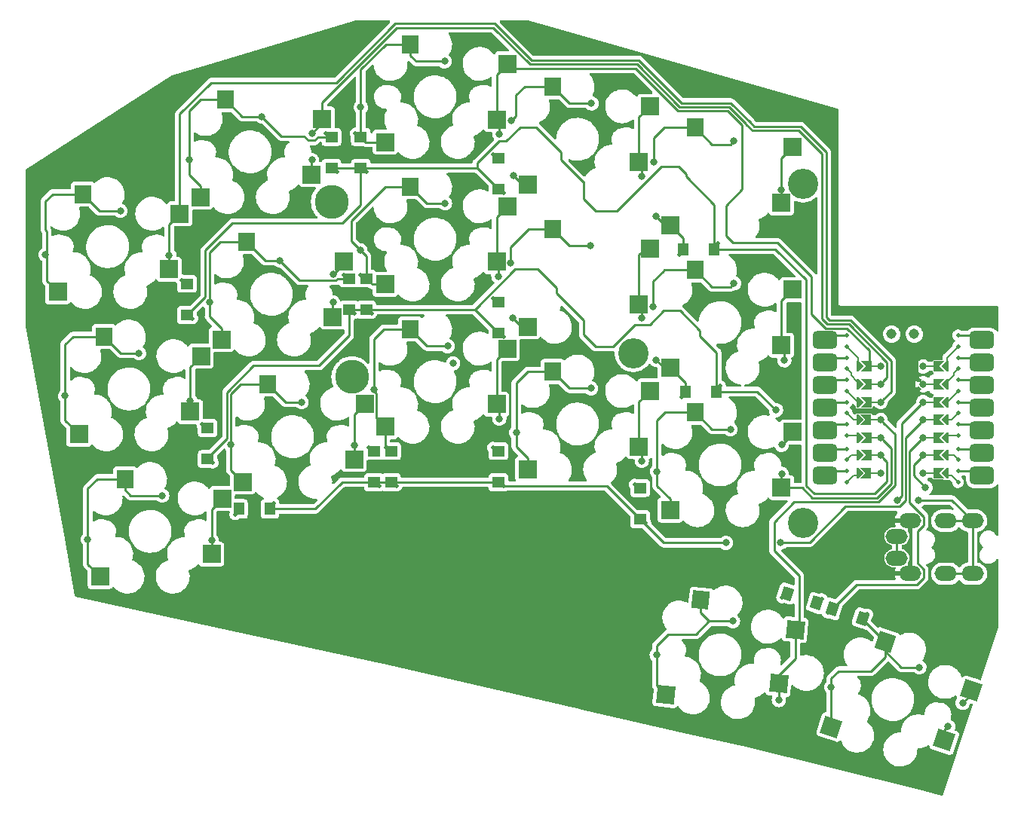
<source format=gbl>
%TF.GenerationSoftware,KiCad,Pcbnew,(6.0.7)*%
%TF.CreationDate,2022-09-23T16:11:02+09:00*%
%TF.ProjectId,selen-full_narrow,73656c65-6e2d-4667-956c-6c5f6e617272,rev?*%
%TF.SameCoordinates,Original*%
%TF.FileFunction,Copper,L2,Bot*%
%TF.FilePolarity,Positive*%
%FSLAX46Y46*%
G04 Gerber Fmt 4.6, Leading zero omitted, Abs format (unit mm)*
G04 Created by KiCad (PCBNEW (6.0.7)) date 2022-09-23 16:11:02*
%MOMM*%
%LPD*%
G01*
G04 APERTURE LIST*
G04 Aperture macros list*
%AMRoundRect*
0 Rectangle with rounded corners*
0 $1 Rounding radius*
0 $2 $3 $4 $5 $6 $7 $8 $9 X,Y pos of 4 corners*
0 Add a 4 corners polygon primitive as box body*
4,1,4,$2,$3,$4,$5,$6,$7,$8,$9,$2,$3,0*
0 Add four circle primitives for the rounded corners*
1,1,$1+$1,$2,$3*
1,1,$1+$1,$4,$5*
1,1,$1+$1,$6,$7*
1,1,$1+$1,$8,$9*
0 Add four rect primitives between the rounded corners*
20,1,$1+$1,$2,$3,$4,$5,0*
20,1,$1+$1,$4,$5,$6,$7,0*
20,1,$1+$1,$6,$7,$8,$9,0*
20,1,$1+$1,$8,$9,$2,$3,0*%
%AMRotRect*
0 Rectangle, with rotation*
0 The origin of the aperture is its center*
0 $1 length*
0 $2 width*
0 $3 Rotation angle, in degrees counterclockwise*
0 Add horizontal line*
21,1,$1,$2,0,0,$3*%
%AMFreePoly0*
4,1,6,0.600000,0.200000,0.000000,-0.400000,-0.600000,0.200000,-0.600000,0.400000,0.600000,0.400000,0.600000,0.200000,0.600000,0.200000,$1*%
%AMFreePoly1*
4,1,6,0.600000,-0.250000,-0.600000,-0.250000,-0.600000,1.000000,0.000000,0.400000,0.600000,1.000000,0.600000,-0.250000,0.600000,-0.250000,$1*%
G04 Aperture macros list end*
%TA.AperFunction,EtchedComponent*%
%ADD10C,0.200000*%
%TD*%
%TA.AperFunction,EtchedComponent*%
%ADD11C,0.250000*%
%TD*%
%TA.AperFunction,SMDPad,CuDef*%
%ADD12R,1.400000X1.200000*%
%TD*%
%TA.AperFunction,ComponentPad*%
%ADD13C,0.500000*%
%TD*%
%TA.AperFunction,SMDPad,CuDef*%
%ADD14RotRect,1.200000X1.400000X342.000000*%
%TD*%
%TA.AperFunction,SMDPad,CuDef*%
%ADD15R,2.000000X2.000000*%
%TD*%
%TA.AperFunction,SMDPad,CuDef*%
%ADD16R,1.900000X2.000000*%
%TD*%
%TA.AperFunction,SMDPad,CuDef*%
%ADD17R,1.200000X1.400000*%
%TD*%
%TA.AperFunction,ComponentPad*%
%ADD18C,3.800000*%
%TD*%
%TA.AperFunction,SMDPad,CuDef*%
%ADD19RotRect,2.000000X2.000000X354.000000*%
%TD*%
%TA.AperFunction,SMDPad,CuDef*%
%ADD20RotRect,1.900000X2.000000X354.000000*%
%TD*%
%TA.AperFunction,ComponentPad*%
%ADD21C,3.400000*%
%TD*%
%TA.AperFunction,SMDPad,CuDef*%
%ADD22RotRect,1.200000X1.400000X162.000000*%
%TD*%
%TA.AperFunction,SMDPad,CuDef*%
%ADD23RotRect,2.000000X2.000000X342.000000*%
%TD*%
%TA.AperFunction,SMDPad,CuDef*%
%ADD24RotRect,1.900000X2.000000X342.000000*%
%TD*%
%TA.AperFunction,ComponentPad*%
%ADD25O,2.500000X1.700000*%
%TD*%
%TA.AperFunction,SMDPad,CuDef*%
%ADD26RoundRect,0.499745X-0.874395X-0.499745X0.874395X-0.499745X0.874395X0.499745X-0.874395X0.499745X0*%
%TD*%
%TA.AperFunction,SMDPad,CuDef*%
%ADD27FreePoly0,270.000000*%
%TD*%
%TA.AperFunction,SMDPad,CuDef*%
%ADD28FreePoly0,90.000000*%
%TD*%
%TA.AperFunction,SMDPad,CuDef*%
%ADD29FreePoly1,90.000000*%
%TD*%
%TA.AperFunction,ComponentPad*%
%ADD30C,0.800000*%
%TD*%
%TA.AperFunction,SMDPad,CuDef*%
%ADD31FreePoly1,270.000000*%
%TD*%
%TA.AperFunction,SMDPad,CuDef*%
%ADD32C,1.143000*%
%TD*%
%TA.AperFunction,ViaPad*%
%ADD33C,0.800000*%
%TD*%
%TA.AperFunction,Conductor*%
%ADD34C,0.250000*%
%TD*%
G04 APERTURE END LIST*
D10*
%TO.C,U1*%
X203150408Y-106687504D02*
X204563796Y-106687504D01*
X206563796Y-110687504D02*
X205638184Y-110687504D01*
X203150408Y-100687504D02*
X204588184Y-100687504D01*
X203150408Y-112687504D02*
X204563796Y-112687504D01*
X195813796Y-99687504D02*
X195813796Y-100087504D01*
X206313796Y-112937504D02*
X205613796Y-112937504D01*
D11*
X194563796Y-104687504D02*
X192962579Y-104687504D01*
X194563796Y-112437504D02*
X192962579Y-112437504D01*
D10*
X198364408Y-100687504D02*
X197088184Y-100687504D01*
X195063796Y-101687504D02*
X195688184Y-102311892D01*
X207063796Y-100937504D02*
X206563796Y-101437504D01*
X203150408Y-108687504D02*
X204588184Y-108687504D01*
X195313796Y-112937504D02*
X196013796Y-112937504D01*
X198364408Y-110687504D02*
X197112572Y-110687504D01*
X194563796Y-111187504D02*
X195063796Y-110687504D01*
X207063796Y-111187504D02*
X206563796Y-110687504D01*
X206563796Y-101687504D02*
X205813796Y-102437504D01*
X203150408Y-110687504D02*
X204588184Y-110687504D01*
X206563796Y-101437504D02*
X206563796Y-101687504D01*
D11*
X194563796Y-97187504D02*
X192962579Y-97187504D01*
X207063796Y-112437504D02*
X208380924Y-112437504D01*
D10*
X203150408Y-104687504D02*
X204588184Y-104687504D01*
X192962579Y-105073511D02*
X192962579Y-105351296D01*
X207063796Y-105937504D02*
X206313796Y-106687504D01*
X195313796Y-106687504D02*
X195663796Y-106687504D01*
X198364408Y-104687504D02*
X197088184Y-104687504D01*
D11*
X194563796Y-102187504D02*
X192962579Y-102187504D01*
D10*
X194563796Y-98437504D02*
X195813796Y-99687504D01*
X198364408Y-106687504D02*
X197063796Y-106687504D01*
X194563796Y-103437504D02*
X195813796Y-104687504D01*
X194563796Y-113687504D02*
X195313796Y-112937504D01*
D11*
X194563796Y-109937504D02*
X192962579Y-109937504D01*
X207063796Y-109937504D02*
X208880669Y-109937504D01*
D10*
X203150408Y-102687504D02*
X204588184Y-102687504D01*
D11*
X194563796Y-107187504D02*
X192962579Y-107187504D01*
D10*
X195063796Y-110687504D02*
X195712572Y-110687504D01*
X194563796Y-108437504D02*
X195688184Y-108437504D01*
D11*
X207063796Y-102187504D02*
X208563796Y-102187504D01*
X207063796Y-97187504D02*
X208380924Y-97187504D01*
D10*
X194563796Y-105937504D02*
X195313796Y-106687504D01*
X198364408Y-112687504D02*
X197063796Y-112687504D01*
X195063796Y-101437504D02*
X195063796Y-101687504D01*
X207063796Y-103437504D02*
X205813796Y-104687504D01*
D11*
X207063796Y-107187504D02*
X208880669Y-107187504D01*
D10*
X198364408Y-102687504D02*
X197088184Y-102687504D01*
X205813796Y-99687504D02*
X205813796Y-100087504D01*
D11*
X194563796Y-99687504D02*
X192962579Y-99687504D01*
X207063796Y-104687504D02*
X208880669Y-104687504D01*
D10*
X206313796Y-106687504D02*
X205613796Y-106687504D01*
X194563796Y-100937504D02*
X195063796Y-101437504D01*
X207063796Y-98437504D02*
X205813796Y-99687504D01*
X198364408Y-108687504D02*
X197088184Y-108687504D01*
D11*
X207063796Y-99687504D02*
X208380924Y-99687504D01*
D10*
X207063796Y-108437504D02*
X205638184Y-108437504D01*
X207063796Y-113687504D02*
X206313796Y-112937504D01*
%TD*%
D12*
%TO.P,D9,1,K*%
%TO.N,row1*%
X155448000Y-96950000D03*
D13*
X156048000Y-97350000D03*
%TO.P,D9,2,A*%
%TO.N,Net-(D9-Pad2)*%
X154848000Y-93050000D03*
D12*
X155448000Y-93450000D03*
%TD*%
D13*
%TO.P,D4,1,K*%
%TO.N,row0*%
X156048000Y-81172000D03*
D12*
X155448000Y-80772000D03*
%TO.P,D4,2,A*%
%TO.N,Net-(D4-Pad2)*%
X155448000Y-77272000D03*
D13*
X154848000Y-76872000D03*
%TD*%
%TO.P,D12,1,K*%
%TO.N,row2*%
X142100000Y-114100000D03*
D12*
X141500000Y-113700000D03*
%TO.P,D12,2,A*%
%TO.N,Net-(D12-Pad2)*%
X141500000Y-110200000D03*
D13*
X140900000Y-109800000D03*
%TD*%
%TO.P,D17,1,K*%
%TO.N,row3*%
X192423469Y-128365467D03*
D14*
X192989302Y-127918440D03*
%TO.P,D17,2,A*%
%TO.N,Net-(D17-Pad2)*%
X196318000Y-129000000D03*
D13*
X196883833Y-128552972D03*
%TD*%
D15*
%TO.P,SW1,1,1*%
%TO.N,col0*%
X118478000Y-89761500D03*
X119678000Y-83521500D03*
D16*
%TO.P,SW1,2,2*%
%TO.N,Net-(D1-Pad2)*%
X108778000Y-81321500D03*
D15*
X105978000Y-92301500D03*
%TD*%
%TO.P,SW13,1,1*%
%TO.N,col2*%
X156441000Y-98693750D03*
X155241000Y-104933750D03*
%TO.P,SW13,2,2*%
%TO.N,Net-(D13-Pad2)*%
X142741000Y-107473750D03*
D16*
X145541000Y-96493750D03*
%TD*%
D13*
%TO.P,D15,1,K*%
%TO.N,row2*%
X171950000Y-118250000D03*
D12*
X171350000Y-117850000D03*
%TO.P,D15,2,A*%
%TO.N,Net-(D15-Pad2)*%
X171350000Y-114350000D03*
D13*
X170750000Y-113950000D03*
%TD*%
%TO.P,D8,1,K*%
%TO.N,row1*%
X141200000Y-94700000D03*
D12*
X140600000Y-94300000D03*
%TO.P,D8,2,A*%
%TO.N,Net-(D8-Pad2)*%
X140600000Y-90800000D03*
D13*
X140000000Y-90400000D03*
%TD*%
D15*
%TO.P,SW7,1,1*%
%TO.N,col1*%
X138059750Y-88885000D03*
X136859750Y-95125000D03*
D16*
%TO.P,SW7,2,2*%
%TO.N,Net-(D7-Pad2)*%
X127159750Y-86685000D03*
D15*
X124359750Y-97665000D03*
%TD*%
D13*
%TO.P,D11,1,K*%
%TO.N,row2*%
X130200000Y-116100000D03*
D17*
X129800000Y-116700000D03*
D13*
%TO.P,D11,2,A*%
%TO.N,Net-(D11-Pad2)*%
X125900000Y-117300000D03*
D17*
X126300000Y-116700000D03*
%TD*%
D18*
%TO.P,REF\u002A\u002A,1*%
%TO.N,N/C*%
X136700000Y-82200000D03*
%TD*%
D15*
%TO.P,SW6,1,1*%
%TO.N,col0*%
X120859750Y-105761500D03*
X122059750Y-99521500D03*
%TO.P,SW6,2,2*%
%TO.N,Net-(D6-Pad2)*%
X108359750Y-108301500D03*
D16*
X111159750Y-97321500D03*
%TD*%
D15*
%TO.P,SW11,1,1*%
%TO.N,col0*%
X124441000Y-115521250D03*
X123241000Y-121761250D03*
%TO.P,SW11,2,2*%
%TO.N,Net-(D11-Pad2)*%
X110741000Y-124301250D03*
D16*
X113541000Y-113321250D03*
%TD*%
D15*
%TO.P,SW8,1,1*%
%TO.N,col2*%
X156441000Y-82693750D03*
X155241000Y-88933750D03*
D16*
%TO.P,SW8,2,2*%
%TO.N,Net-(D8-Pad2)*%
X145541000Y-80493750D03*
D15*
X142741000Y-91473750D03*
%TD*%
%TO.P,SW10,1,1*%
%TO.N,col4*%
X187240000Y-98299750D03*
X188440000Y-92059750D03*
D16*
%TO.P,SW10,2,2*%
%TO.N,Net-(D10-Pad2)*%
X177540000Y-89859750D03*
D15*
X174740000Y-100839750D03*
%TD*%
%TO.P,SW15,1,1*%
%TO.N,col4*%
X188440000Y-108060000D03*
X187240000Y-114300000D03*
D16*
%TO.P,SW15,2,2*%
%TO.N,Net-(D15-Pad2)*%
X177540000Y-105860000D03*
D15*
X174740000Y-116840000D03*
%TD*%
%TO.P,SW3,1,1*%
%TO.N,col2*%
X156441000Y-66693750D03*
X155241000Y-72933750D03*
%TO.P,SW3,2,2*%
%TO.N,Net-(D3-Pad2)*%
X142741000Y-75473750D03*
D16*
X145541000Y-64493750D03*
%TD*%
D19*
%TO.P,SW16,1,1*%
%TO.N,col3*%
X186936699Y-136343914D03*
X188782383Y-130263532D03*
D20*
%TO.P,SW16,2,2*%
%TO.N,Net-(D16-Pad2)*%
X178172057Y-126936223D03*
D19*
X174239673Y-137563394D03*
%TD*%
D12*
%TO.P,D3,1,K*%
%TO.N,row0*%
X140000000Y-78400000D03*
D13*
X140600000Y-78800000D03*
D12*
%TO.P,D3,2,A*%
%TO.N,Net-(D3-Pad2)*%
X140000000Y-74900000D03*
D13*
X139400000Y-74500000D03*
%TD*%
%TO.P,D5,1,K*%
%TO.N,row0*%
X180100000Y-86900000D03*
D17*
X179700000Y-87500000D03*
D13*
%TO.P,D5,2,A*%
%TO.N,Net-(D5-Pad2)*%
X175800000Y-88100000D03*
D17*
X176200000Y-87500000D03*
%TD*%
D12*
%TO.P,D1,1,K*%
%TO.N,row0*%
X120500000Y-94900000D03*
D13*
X121100000Y-95300000D03*
%TO.P,D1,2,A*%
%TO.N,Net-(D1-Pad2)*%
X119900000Y-91000000D03*
D12*
X120500000Y-91400000D03*
%TD*%
D15*
%TO.P,SW2,1,1*%
%TO.N,col1*%
X135678500Y-72885000D03*
X134478500Y-79125000D03*
%TO.P,SW2,2,2*%
%TO.N,Net-(D2-Pad2)*%
X121978500Y-81665000D03*
D16*
X124778500Y-70685000D03*
%TD*%
D21*
%TO.P,REF\u002A\u002A,1*%
%TO.N,N/C*%
X170600000Y-99200000D03*
X189650000Y-118250000D03*
X189650000Y-80150000D03*
%TD*%
D15*
%TO.P,SW9,1,1*%
%TO.N,col3*%
X171240500Y-93696250D03*
X172440500Y-87456250D03*
%TO.P,SW9,2,2*%
%TO.N,Net-(D9-Pad2)*%
X158740500Y-96236250D03*
D16*
X161540500Y-85256250D03*
%TD*%
D15*
%TO.P,SW5,1,1*%
%TO.N,col4*%
X188440000Y-76059750D03*
X187240000Y-82299750D03*
%TO.P,SW5,2,2*%
%TO.N,Net-(D5-Pad2)*%
X174740000Y-84839750D03*
D16*
X177540000Y-73859750D03*
%TD*%
D22*
%TO.P,D16,1,K*%
%TO.N,row3*%
X191184796Y-127275329D03*
D13*
X191750629Y-126828302D03*
D22*
%TO.P,D16,2,A*%
%TO.N,Net-(D16-Pad2)*%
X187856098Y-126193769D03*
D13*
X187290265Y-126640797D03*
%TD*%
%TO.P,D13,1,K*%
%TO.N,row2*%
X144000000Y-114100000D03*
D12*
X143400000Y-113700000D03*
D13*
%TO.P,D13,2,A*%
%TO.N,Net-(D13-Pad2)*%
X142800000Y-109800000D03*
D12*
X143400000Y-110200000D03*
%TD*%
D17*
%TO.P,D10,1,K*%
%TO.N,row1*%
X179950000Y-103500000D03*
D13*
X180350000Y-102900000D03*
D17*
%TO.P,D10,2,A*%
%TO.N,Net-(D10-Pad2)*%
X176450000Y-103500000D03*
D13*
X176050000Y-104100000D03*
%TD*%
D23*
%TO.P,SW17,1,1*%
%TO.N,col4*%
X208571824Y-137096629D03*
X205502290Y-142660401D03*
%TO.P,SW17,2,2*%
%TO.N,Net-(D17-Pad2)*%
X192829180Y-141213372D03*
D24*
X198885145Y-131636019D03*
%TD*%
D15*
%TO.P,SW12,1,1*%
%TO.N,col1*%
X139241000Y-111125000D03*
X140441000Y-104885000D03*
%TO.P,SW12,2,2*%
%TO.N,Net-(D12-Pad2)*%
X126741000Y-113665000D03*
D16*
X129541000Y-102685000D03*
%TD*%
D13*
%TO.P,D14,1,K*%
%TO.N,row2*%
X156048000Y-114100000D03*
D12*
X155448000Y-113700000D03*
D13*
%TO.P,D14,2,A*%
%TO.N,Net-(D14-Pad2)*%
X154848000Y-109800000D03*
D12*
X155448000Y-110200000D03*
%TD*%
D25*
%TO.P,J1,A*%
%TO.N,data*%
X200184000Y-122225000D03*
X200184000Y-119775000D03*
%TO.P,J1,B*%
%TO.N,+3V3*%
X208684000Y-118025000D03*
X208684000Y-123975000D03*
%TO.P,J1,C*%
X205684000Y-123975000D03*
X205684000Y-118025000D03*
%TO.P,J1,D*%
%TO.N,GND*%
X201684000Y-118025000D03*
X201684000Y-123975000D03*
%TD*%
D13*
%TO.P,D2,1,K*%
%TO.N,row0*%
X137300000Y-78800000D03*
D12*
X136700000Y-78400000D03*
%TO.P,D2,2,A*%
%TO.N,Net-(D2-Pad2)*%
X136700000Y-74900000D03*
D13*
X136100000Y-74500000D03*
%TD*%
D18*
%TO.P,REF\u002A\u002A,1*%
%TO.N,N/C*%
X139000000Y-101854000D03*
%TD*%
D15*
%TO.P,SW14,1,1*%
%TO.N,col3*%
X171240500Y-109696250D03*
X172440500Y-103456250D03*
%TO.P,SW14,2,2*%
%TO.N,Net-(D14-Pad2)*%
X158740500Y-112236250D03*
D16*
X161540500Y-101256250D03*
%TD*%
D12*
%TO.P,D7,1,K*%
%TO.N,row1*%
X138700000Y-94300000D03*
D13*
X139300000Y-94700000D03*
%TO.P,D7,2,A*%
%TO.N,Net-(D7-Pad2)*%
X138100000Y-90400000D03*
D12*
X138700000Y-90800000D03*
%TD*%
D15*
%TO.P,SW4,1,1*%
%TO.N,col3*%
X171240500Y-77696250D03*
X172440500Y-71456250D03*
%TO.P,SW4,2,2*%
%TO.N,Net-(D4-Pad2)*%
X158740500Y-80236250D03*
D16*
X161540500Y-69256250D03*
%TD*%
D13*
%TO.P,U1,*%
%TO.N,*%
X207063796Y-100937504D03*
X207063796Y-97187504D03*
X207063796Y-99687504D03*
X207063796Y-104687504D03*
D26*
X192088184Y-107891296D03*
D13*
X194563796Y-108437504D03*
X207063796Y-113687504D03*
X194563796Y-112437504D03*
X194563796Y-107187504D03*
D27*
X205588184Y-100687504D03*
D13*
X194563796Y-109937504D03*
X194563796Y-111187504D03*
D26*
X209755064Y-102811296D03*
X209755064Y-110431296D03*
D28*
X196063796Y-106687504D03*
D13*
X207063796Y-98437504D03*
D26*
X209755064Y-100271296D03*
X209755064Y-105351296D03*
D27*
X205563796Y-106687504D03*
D13*
X207063796Y-107187504D03*
D27*
X205588184Y-110687504D03*
D13*
X194563796Y-113687504D03*
D27*
X205588184Y-102687504D03*
D13*
X194563796Y-97187504D03*
D28*
X196088184Y-104687504D03*
X196112572Y-110687504D03*
D26*
X192088184Y-110431296D03*
D27*
X205563796Y-112687504D03*
D26*
X192088184Y-105351296D03*
X192088184Y-102811296D03*
D13*
X194563796Y-98437504D03*
D26*
X192088184Y-112971296D03*
D13*
X207063796Y-112437504D03*
D28*
X196088184Y-108687504D03*
D13*
X207063796Y-108437504D03*
X207063796Y-102187504D03*
X194563796Y-103437504D03*
D28*
X196088184Y-100687504D03*
D26*
X209755064Y-107891296D03*
D13*
X194563796Y-99687504D03*
X207063796Y-109937504D03*
X194563796Y-105937504D03*
X207063796Y-111187504D03*
D28*
X196063796Y-112687504D03*
D26*
X192088184Y-100271296D03*
D28*
X196088184Y-102687504D03*
D13*
X194563796Y-104687504D03*
X207063796Y-105937504D03*
D26*
X192088184Y-97731296D03*
X209755064Y-97731296D03*
D27*
X205588184Y-104687504D03*
D26*
X209755064Y-112971296D03*
D13*
X194563796Y-102187504D03*
D27*
X205588184Y-108687504D03*
D13*
X194563796Y-100937504D03*
X207063796Y-103437504D03*
D29*
%TO.P,U1,1,D0*%
%TO.N,col2*%
X197088184Y-100687504D03*
D30*
X198364408Y-100687504D03*
D29*
%TO.P,U1,2,D1*%
%TO.N,col1*%
X197088184Y-102687504D03*
D30*
X198364408Y-102687504D03*
%TO.P,U1,3,D2*%
%TO.N,col0*%
X198364408Y-104687504D03*
D29*
X197088184Y-104687504D03*
%TO.P,U1,4,D3*%
%TO.N,col3*%
X197063796Y-106687504D03*
D30*
X198364408Y-106687504D03*
D29*
%TO.P,U1,5,D4*%
%TO.N,col4*%
X197088184Y-108687504D03*
D30*
X198364408Y-108687504D03*
D29*
%TO.P,U1,6,D5*%
%TO.N,row0*%
X197112572Y-110687504D03*
D30*
X198364408Y-110687504D03*
%TO.P,U1,7,D6*%
%TO.N,unconnected-(U1-Pad7)*%
X198364408Y-112687504D03*
D29*
X197063796Y-112687504D03*
D31*
%TO.P,U1,8,D7*%
%TO.N,data*%
X204563796Y-112687504D03*
D30*
X203150408Y-112687504D03*
%TO.P,U1,9,D8*%
%TO.N,row1*%
X203150408Y-110687504D03*
D31*
X204588184Y-110687504D03*
%TO.P,U1,10,D9*%
%TO.N,row3*%
X204588184Y-108687504D03*
D30*
X203150408Y-108687504D03*
%TO.P,U1,11,D10*%
%TO.N,row2*%
X203150408Y-106687504D03*
D31*
X204563796Y-106687504D03*
%TO.P,U1,12,3V3*%
%TO.N,+3V3*%
X204588184Y-104687504D03*
D30*
X203150408Y-104687504D03*
%TO.P,U1,13,GND*%
%TO.N,GND*%
X203150408Y-102687504D03*
D31*
X204588184Y-102687504D03*
%TO.P,U1,14,5V*%
%TO.N,unconnected-(U1-Pad14)*%
X204588184Y-100687504D03*
D30*
X203150408Y-100687504D03*
D32*
%TO.P,U1,17*%
%TO.N,N/C*%
X202139381Y-97044929D03*
%TO.P,U1,18*%
X199599381Y-97044929D03*
%TD*%
D12*
%TO.P,D6,1,K*%
%TO.N,row1*%
X122800000Y-111100000D03*
D13*
X123400000Y-111500000D03*
D12*
%TO.P,D6,2,A*%
%TO.N,Net-(D6-Pad2)*%
X122800000Y-107600000D03*
D13*
X122200000Y-107200000D03*
%TD*%
D33*
%TO.N,*%
X150368000Y-100330000D03*
%TO.N,Net-(D1-Pad2)*%
X104600000Y-88100000D03*
X113000000Y-83196501D03*
%TO.N,Net-(D2-Pad2)*%
X120700000Y-77500000D03*
X128900000Y-72600000D03*
%TO.N,Net-(D3-Pad2)*%
X149400000Y-66400000D03*
X140000000Y-71550000D03*
%TO.N,Net-(D4-Pad2)*%
X165900000Y-71131251D03*
X156857702Y-73098050D03*
X157150000Y-79200000D03*
%TO.N,Net-(D5-Pad2)*%
X181900000Y-75350000D03*
X173150000Y-83800000D03*
X172857452Y-77701800D03*
%TO.N,row1*%
X203400000Y-114300000D03*
X186612299Y-105587701D03*
%TO.N,Net-(D6-Pad2)*%
X106800000Y-104000000D03*
X115100000Y-99200000D03*
%TO.N,Net-(D7-Pad2)*%
X130900000Y-88800000D03*
X123000000Y-93500000D03*
%TO.N,Net-(D8-Pad2)*%
X149450000Y-82368751D03*
X139954000Y-87630000D03*
%TO.N,Net-(D9-Pad2)*%
X165750000Y-87131251D03*
X156840502Y-89100000D03*
X157100000Y-95250000D03*
%TO.N,Net-(D10-Pad2)*%
X181900000Y-91350000D03*
X172840002Y-94000000D03*
X173150000Y-99950000D03*
%TO.N,row2*%
X181000000Y-120500000D03*
X187124500Y-120467701D03*
%TO.N,Net-(D11-Pad2)*%
X117700000Y-115196251D03*
X109350000Y-120100000D03*
%TO.N,Net-(D12-Pad2)*%
X133350000Y-104700000D03*
X125400000Y-109500000D03*
%TO.N,Net-(D13-Pad2)*%
X141465999Y-103265999D03*
X149750000Y-98400000D03*
%TO.N,Net-(D14-Pad2)*%
X157450000Y-108100000D03*
X165850000Y-103150000D03*
%TO.N,Net-(D15-Pad2)*%
X181500000Y-107750000D03*
X173250000Y-112500000D03*
%TO.N,Net-(D16-Pad2)*%
X173228000Y-133096000D03*
X181782524Y-129318850D03*
%TO.N,Net-(D17-Pad2)*%
X192829180Y-136761180D03*
X202718000Y-134500000D03*
%TO.N,col0*%
X118478000Y-88178000D03*
X123241000Y-120241000D03*
X120859750Y-104546501D03*
%TO.N,col1*%
X136900000Y-90300000D03*
X139241000Y-109541000D03*
X134500000Y-77500000D03*
X136900000Y-93500000D03*
X134500000Y-74500000D03*
%TO.N,col2*%
X155550000Y-74550000D03*
X155450000Y-90550000D03*
X155550000Y-106550000D03*
%TO.N,col3*%
X186944000Y-138176000D03*
X171550000Y-95200000D03*
X171550000Y-111300000D03*
X171500000Y-79300000D03*
%TO.N,col4*%
X187250000Y-112750000D03*
X187250000Y-109500000D03*
X207568000Y-138500000D03*
X205943000Y-141137094D03*
X187240000Y-80840000D03*
X187550000Y-100000000D03*
%TO.N,+3V3*%
X200200000Y-115700000D03*
X202610949Y-115700000D03*
%TO.N,GND*%
X203900000Y-98000000D03*
X151200000Y-84600000D03*
X149700000Y-105200000D03*
X131900000Y-115100000D03*
X117348000Y-94742000D03*
X188900000Y-103900000D03*
X150114000Y-110998000D03*
X197612000Y-123190000D03*
X189800000Y-85900000D03*
X177600000Y-93800000D03*
X145542000Y-83566000D03*
X167400000Y-73800000D03*
X138430000Y-76708000D03*
%TD*%
D34*
%TO.N,row0*%
X153076000Y-78400000D02*
X155448000Y-80772000D01*
X140000000Y-78400000D02*
X153076000Y-78400000D01*
X199089408Y-111412503D02*
X198664929Y-110988024D01*
X197734828Y-115000000D02*
X199089408Y-113645420D01*
X199089408Y-113645420D02*
X199089408Y-111412503D01*
X164900000Y-79900000D02*
X164950000Y-79900000D01*
X165005499Y-81850000D02*
X166362944Y-83207445D01*
X179700000Y-87500000D02*
X186550000Y-87500000D01*
X176500000Y-79350000D02*
X179700000Y-82550000D01*
X156332000Y-75350000D02*
X157882000Y-73800000D01*
X122550000Y-87650000D02*
X125600000Y-84600000D01*
X155556827Y-75350000D02*
X156332000Y-75350000D01*
X159650000Y-73800000D02*
X162450000Y-76600000D01*
X125600000Y-84600000D02*
X137900000Y-84600000D01*
X136700000Y-78400000D02*
X140000000Y-78400000D01*
X140000000Y-82500000D02*
X140000000Y-78400000D01*
X122550000Y-92850000D02*
X122550000Y-87650000D01*
X189992000Y-114105604D02*
X190886396Y-115000000D01*
X175650000Y-78250000D02*
X176500000Y-79100000D01*
X179700000Y-82550000D02*
X179700000Y-87500000D01*
X120500000Y-94900000D02*
X122550000Y-92850000D01*
X162450000Y-77450000D02*
X164900000Y-79900000D01*
X173714999Y-78250000D02*
X175650000Y-78250000D01*
X137900000Y-84600000D02*
X140000000Y-82500000D01*
X164950000Y-79900000D02*
X165005499Y-79955499D01*
X168757554Y-83207445D02*
X173714999Y-78250000D01*
X176500000Y-79100000D02*
X176500000Y-79350000D01*
X186550000Y-87500000D02*
X189992000Y-90942000D01*
X153076000Y-77830827D02*
X155556827Y-75350000D01*
X153076000Y-78400000D02*
X153076000Y-77830827D01*
X165005499Y-79955499D02*
X165005499Y-81850000D01*
X190886396Y-115000000D02*
X197734828Y-115000000D01*
X162450000Y-76600000D02*
X162450000Y-77450000D01*
X189992000Y-90942000D02*
X189992000Y-114105604D01*
X157882000Y-73800000D02*
X159650000Y-73800000D01*
X166362944Y-83207445D02*
X168757554Y-83207445D01*
%TO.N,Net-(D1-Pad2)*%
X108778000Y-81321500D02*
X110653001Y-83196501D01*
X104752999Y-91076499D02*
X104752999Y-85493502D01*
X105978000Y-92301500D02*
X104752999Y-91076499D01*
X104600000Y-82100000D02*
X105378500Y-81321500D01*
X104752999Y-85493502D02*
X104600000Y-85340503D01*
X104600000Y-85340503D02*
X104600000Y-82100000D01*
X110653001Y-83196501D02*
X113000000Y-83196501D01*
X105378500Y-81321500D02*
X108778000Y-81321500D01*
%TO.N,Net-(D2-Pad2)*%
X126693500Y-72600000D02*
X128900000Y-72600000D01*
X135200000Y-74900000D02*
X136700000Y-74900000D01*
X120700000Y-72000000D02*
X122015000Y-70685000D01*
X121978500Y-80415000D02*
X120700000Y-79136500D01*
X120700000Y-79136500D02*
X120700000Y-77500000D01*
X134800000Y-75300000D02*
X135200000Y-74900000D01*
X120700000Y-77500000D02*
X120700000Y-72000000D01*
X128900000Y-72600000D02*
X131107916Y-74807916D01*
X124778500Y-70685000D02*
X126693500Y-72600000D01*
X131107916Y-74807916D02*
X133607916Y-74807916D01*
X121978500Y-81665000D02*
X121978500Y-80415000D01*
X133607916Y-74807916D02*
X134100000Y-75300000D01*
X122015000Y-70685000D02*
X124778500Y-70685000D01*
X134100000Y-75300000D02*
X134800000Y-75300000D01*
%TO.N,Net-(D3-Pad2)*%
X140000000Y-71550000D02*
X140000000Y-67300000D01*
X142741000Y-75473750D02*
X140573750Y-75473750D01*
X146197250Y-66400000D02*
X149400000Y-66400000D01*
X140573750Y-75473750D02*
X140000000Y-74900000D01*
X145541000Y-65743750D02*
X146197250Y-66400000D01*
X140000000Y-74900000D02*
X140000000Y-71550000D01*
X142806250Y-64493750D02*
X145541000Y-64493750D01*
X145541000Y-64493750D02*
X145541000Y-65743750D01*
X140000000Y-67300000D02*
X142806250Y-64493750D01*
%TO.N,Net-(D4-Pad2)*%
X156857702Y-73098050D02*
X157429826Y-72525926D01*
X158393750Y-69256250D02*
X161540500Y-69256250D01*
X158186250Y-80236250D02*
X157150000Y-79200000D01*
X155776250Y-77272000D02*
X155448000Y-77272000D01*
X161540500Y-69256250D02*
X163415501Y-71131251D01*
X157429826Y-70220174D02*
X158393750Y-69256250D01*
X158740500Y-80236250D02*
X158186250Y-80236250D01*
X163415501Y-71131251D02*
X165900000Y-71131251D01*
X157429826Y-72525926D02*
X157429826Y-70220174D01*
%TO.N,Net-(D5-Pad2)*%
X176200000Y-86299750D02*
X176200000Y-87500000D01*
X174740000Y-84839750D02*
X174189750Y-84839750D01*
X174040250Y-73859750D02*
X173750000Y-74150000D01*
X172857452Y-75042548D02*
X172857452Y-77701800D01*
X177540000Y-73859750D02*
X174040250Y-73859750D01*
X174189750Y-84839750D02*
X173150000Y-83800000D01*
X179430250Y-75750000D02*
X177540000Y-73859750D01*
X173750000Y-74150000D02*
X172857452Y-75042548D01*
X174740000Y-84839750D02*
X176200000Y-86299750D01*
X181500000Y-75750000D02*
X179430250Y-75750000D01*
X181900000Y-75350000D02*
X181500000Y-75750000D01*
%TO.N,row1*%
X165005499Y-95505499D02*
X165005499Y-97100000D01*
X138700000Y-94300000D02*
X140600000Y-94300000D01*
X124950000Y-103613604D02*
X127963604Y-100600000D01*
X168300000Y-98450000D02*
X170750000Y-96000000D01*
X161950000Y-92450000D02*
X165005499Y-95505499D01*
X161950000Y-91850000D02*
X161950000Y-92450000D01*
X152798000Y-94300000D02*
X155448000Y-96950000D01*
X178100000Y-96719498D02*
X178100000Y-97250000D01*
X202062493Y-111775419D02*
X202849888Y-110988024D01*
X135300000Y-100600000D02*
X138700000Y-97200000D01*
X174015251Y-94434749D02*
X175815251Y-94434749D01*
X127963604Y-100600000D02*
X135300000Y-100600000D01*
X138700000Y-97200000D02*
X138700000Y-94300000D01*
X140600000Y-94300000D02*
X152798000Y-94300000D01*
X152798000Y-94286827D02*
X157334827Y-89750000D01*
X203400000Y-114300000D02*
X202062493Y-112962493D01*
X179950000Y-99100000D02*
X179950000Y-103500000D01*
X122800000Y-111100000D02*
X122800000Y-110950000D01*
X152798000Y-94300000D02*
X152798000Y-94286827D01*
X159850000Y-89750000D02*
X161950000Y-91850000D01*
X122800000Y-110950000D02*
X124950000Y-108800000D01*
X165005499Y-97100000D02*
X166355499Y-98450000D01*
X179950000Y-103500000D02*
X184524598Y-103500000D01*
X170750000Y-96000000D02*
X172450000Y-96000000D01*
X157334827Y-89750000D02*
X159850000Y-89750000D01*
X202062493Y-112962493D02*
X202062493Y-111775419D01*
X124950000Y-108800000D02*
X124950000Y-103613604D01*
X178100000Y-97250000D02*
X179950000Y-99100000D01*
X184524598Y-103500000D02*
X186612299Y-105587701D01*
X172450000Y-96000000D02*
X174015251Y-94434749D01*
X175815251Y-94434749D02*
X178100000Y-96719498D01*
X166355499Y-98450000D02*
X168300000Y-98450000D01*
%TO.N,Net-(D6-Pad2)*%
X106800000Y-106741750D02*
X106800000Y-104000000D01*
X106800000Y-98200000D02*
X107678500Y-97321500D01*
X107678500Y-97321500D02*
X111159750Y-97321500D01*
X106800000Y-104000000D02*
X106800000Y-98200000D01*
X113038250Y-99200000D02*
X115100000Y-99200000D01*
X111159750Y-97321500D02*
X113038250Y-99200000D01*
X108359750Y-108301500D02*
X106800000Y-106741750D01*
%TO.N,Net-(D7-Pad2)*%
X124359750Y-96415000D02*
X123000000Y-95055250D01*
X129274750Y-88800000D02*
X130900000Y-88800000D01*
X137425305Y-90800000D02*
X138700000Y-90800000D01*
X127159750Y-86685000D02*
X129274750Y-88800000D01*
X130900000Y-88800000D02*
X133125000Y-91025000D01*
X137200305Y-91025000D02*
X137425305Y-90800000D01*
X123000000Y-95055250D02*
X123000000Y-93500000D01*
X123000000Y-87900000D02*
X124215000Y-86685000D01*
X124359750Y-97665000D02*
X124359750Y-96415000D01*
X124215000Y-86685000D02*
X127159750Y-86685000D01*
X123000000Y-93500000D02*
X123000000Y-87900000D01*
X133125000Y-91025000D02*
X137200305Y-91025000D01*
%TO.N,Net-(D8-Pad2)*%
X138938000Y-86614000D02*
X138938000Y-84328000D01*
X140600000Y-88276000D02*
X139954000Y-87630000D01*
X147416001Y-82368751D02*
X149450000Y-82368751D01*
X145541000Y-80493750D02*
X147416001Y-82368751D01*
X138938000Y-84328000D02*
X142772250Y-80493750D01*
X142741000Y-91473750D02*
X141273750Y-91473750D01*
X140600000Y-90800000D02*
X140600000Y-88276000D01*
X139954000Y-87630000D02*
X138938000Y-86614000D01*
X141273750Y-91473750D02*
X140600000Y-90800000D01*
X142772250Y-80493750D02*
X145541000Y-80493750D01*
%TO.N,Net-(D9-Pad2)*%
X156840502Y-89100000D02*
X156840502Y-87259498D01*
X158843750Y-85256250D02*
X161540500Y-85256250D01*
X161540500Y-85256250D02*
X163415501Y-87131251D01*
X156840502Y-87259498D02*
X158843750Y-85256250D01*
X163415501Y-87131251D02*
X165750000Y-87131251D01*
X158086250Y-96236250D02*
X157100000Y-95250000D01*
X158740500Y-96236250D02*
X158086250Y-96236250D01*
%TO.N,Net-(D10-Pad2)*%
X174740000Y-100839750D02*
X176450000Y-102549750D01*
X181900000Y-91350000D02*
X181500000Y-91750000D01*
X174740000Y-100839750D02*
X174039750Y-100839750D01*
X174000000Y-89953055D02*
X174000000Y-89950000D01*
X181500000Y-91750000D02*
X179430250Y-91750000D01*
X172840002Y-94000000D02*
X172840002Y-91113053D01*
X172840002Y-91113053D02*
X174000000Y-89953055D01*
X176450000Y-102549750D02*
X176450000Y-103500000D01*
X174000000Y-89950000D02*
X174090250Y-89859750D01*
X179430250Y-91750000D02*
X177540000Y-89859750D01*
X174039750Y-100839750D02*
X173150000Y-99950000D01*
X174090250Y-89859750D02*
X177540000Y-89859750D01*
%TO.N,row2*%
X194425000Y-116425000D02*
X200500305Y-116425000D01*
X134900000Y-116700000D02*
X137900000Y-113700000D01*
X167611251Y-114111251D02*
X171350000Y-117850000D01*
X171350000Y-117850000D02*
X174000000Y-120500000D01*
X174000000Y-120500000D02*
X181000000Y-120500000D01*
X155448000Y-113700000D02*
X155859251Y-114111251D01*
X201162493Y-115762812D02*
X201162493Y-108675419D01*
X141500000Y-113700000D02*
X143400000Y-113700000D01*
X137900000Y-113700000D02*
X141500000Y-113700000D01*
X155859251Y-114111251D02*
X167611251Y-114111251D01*
X187124500Y-120467701D02*
X190382299Y-120467701D01*
X200500305Y-116425000D02*
X201162493Y-115762812D01*
X201162493Y-108675419D02*
X202849888Y-106988024D01*
X190382299Y-120467701D02*
X194425000Y-116425000D01*
X129800000Y-116700000D02*
X134900000Y-116700000D01*
X143400000Y-113700000D02*
X155448000Y-113700000D01*
%TO.N,Net-(D11-Pad2)*%
X110741000Y-124301250D02*
X109350000Y-122910250D01*
X114166001Y-115196251D02*
X117700000Y-115196251D01*
X113541000Y-114571250D02*
X114166001Y-115196251D01*
X109350000Y-120100000D02*
X109350000Y-114400000D01*
X110428750Y-113321250D02*
X113541000Y-113321250D01*
X109350000Y-122910250D02*
X109350000Y-120100000D01*
X109350000Y-114400000D02*
X110428750Y-113321250D01*
X113541000Y-113321250D02*
X113541000Y-114571250D01*
%TO.N,Net-(D12-Pad2)*%
X126741000Y-113665000D02*
X125400000Y-112324000D01*
X126515000Y-102685000D02*
X129541000Y-102685000D01*
X125400000Y-112324000D02*
X125400000Y-109500000D01*
X125400000Y-109500000D02*
X125400000Y-103800000D01*
X129541000Y-102685000D02*
X131556000Y-104700000D01*
X125400000Y-103800000D02*
X126515000Y-102685000D01*
X131556000Y-104700000D02*
X133350000Y-104700000D01*
%TO.N,Net-(D13-Pad2)*%
X147447250Y-98400000D02*
X149750000Y-98400000D01*
X142741000Y-107473750D02*
X141766000Y-106498750D01*
X141465999Y-103418750D02*
X141465999Y-103265999D01*
X145541000Y-96493750D02*
X147447250Y-98400000D01*
X142741000Y-107473750D02*
X142741000Y-109541000D01*
X142741000Y-109541000D02*
X143400000Y-110200000D01*
X141766000Y-103718751D02*
X141465999Y-103418750D01*
X142606250Y-96493750D02*
X145541000Y-96493750D01*
X141766000Y-106498750D02*
X141766000Y-103718751D01*
X141465999Y-103265999D02*
X141465999Y-97634001D01*
X141465999Y-97634001D02*
X142606250Y-96493750D01*
%TO.N,Net-(D14-Pad2)*%
X157450000Y-108100000D02*
X157450000Y-102550000D01*
X158743750Y-101256250D02*
X161540500Y-101256250D01*
X158740500Y-110986250D02*
X157450000Y-109695750D01*
X157450000Y-102550000D02*
X158743750Y-101256250D01*
X163434250Y-103150000D02*
X165850000Y-103150000D01*
X161540500Y-101256250D02*
X163434250Y-103150000D01*
X158740500Y-112236250D02*
X158740500Y-110986250D01*
X157450000Y-109695750D02*
X157450000Y-108100000D01*
%TO.N,Net-(D15-Pad2)*%
X174140000Y-105860000D02*
X177540000Y-105860000D01*
X177540000Y-105860000D02*
X179430000Y-107750000D01*
X173250000Y-106750000D02*
X174140000Y-105860000D01*
X174740000Y-116840000D02*
X174740000Y-115590000D01*
X173250000Y-114100000D02*
X173250000Y-112500000D01*
X174740000Y-115590000D02*
X173250000Y-114100000D01*
X173250000Y-112500000D02*
X173250000Y-106750000D01*
X179430000Y-107750000D02*
X181500000Y-107750000D01*
%TO.N,row3*%
X201612493Y-115962493D02*
X203209000Y-117559000D01*
X203209000Y-117559000D02*
X203209000Y-118490990D01*
X202500000Y-119199990D02*
X202500000Y-122800010D01*
X203209000Y-124440990D02*
X202449990Y-125200000D01*
X202449990Y-125200000D02*
X195707742Y-125200000D01*
X202849888Y-108988025D02*
X201612493Y-110225420D01*
X201612493Y-110225420D02*
X201612493Y-115962493D01*
X203209000Y-123509010D02*
X203209000Y-124440990D01*
X203209000Y-118490990D02*
X202500000Y-119199990D01*
X195707742Y-125200000D02*
X192989302Y-127918440D01*
X202500000Y-122800010D02*
X203209000Y-123509010D01*
%TO.N,Net-(D16-Pad2)*%
X179105814Y-129318850D02*
X178172057Y-128385093D01*
X178172057Y-128385093D02*
X178172057Y-126936223D01*
X181782524Y-129318850D02*
X179105814Y-129318850D01*
X173228000Y-133096000D02*
X173228000Y-132080000D01*
X174239673Y-137563394D02*
X173228000Y-136551721D01*
X173228000Y-132080000D02*
X174498000Y-130810000D01*
X173228000Y-136551721D02*
X173228000Y-133096000D01*
X174498000Y-130810000D02*
X177614664Y-130810000D01*
X177614664Y-130810000D02*
X179105814Y-129318850D01*
%TO.N,Net-(D17-Pad2)*%
X192829180Y-141213372D02*
X192829180Y-136761180D01*
X192829180Y-136761180D02*
X192829180Y-135747828D01*
X198885145Y-131636019D02*
X196318000Y-129068874D01*
X202068000Y-134500000D02*
X202718000Y-134500000D01*
X196318000Y-129068874D02*
X196318000Y-129000000D01*
X198885145Y-132687481D02*
X200697664Y-134500000D01*
X197308493Y-134923507D02*
X198885145Y-133346855D01*
X193653501Y-134923507D02*
X197308493Y-134923507D01*
X198885145Y-131636019D02*
X198885145Y-132687481D01*
X198885145Y-133346855D02*
X198885145Y-131636019D01*
X192829180Y-135747828D02*
X193653501Y-134923507D01*
X200697664Y-134500000D02*
X202068000Y-134500000D01*
%TO.N,col0*%
X143858459Y-62168749D02*
X155055145Y-62168749D01*
X199539408Y-100066616D02*
X199539408Y-103512504D01*
X184171145Y-73734749D02*
X189371145Y-73734749D01*
X119678000Y-83521500D02*
X119678000Y-72322000D01*
X194979598Y-95506806D02*
X199539408Y-100066616D01*
X119678000Y-72322000D02*
X123200000Y-68800000D01*
X183700000Y-73227208D02*
X183700000Y-73263604D01*
X123200000Y-68800000D02*
X137227208Y-68800000D01*
X120859750Y-100721500D02*
X120859750Y-105761500D01*
X118478000Y-88178000D02*
X118478000Y-84721500D01*
X123241000Y-116721250D02*
X124441000Y-115521250D01*
X123241000Y-121761250D02*
X123241000Y-120241000D01*
X183700000Y-73263604D02*
X184171145Y-73734749D01*
X155055145Y-62168749D02*
X159186396Y-66300000D01*
X192250000Y-76613604D02*
X192250000Y-95177208D01*
X171207042Y-66300000D02*
X175991791Y-71084749D01*
X159186396Y-66300000D02*
X171207042Y-66300000D01*
X181557541Y-71084749D02*
X183700000Y-73227208D01*
X122059750Y-99521500D02*
X120859750Y-100721500D01*
X175991791Y-71084749D02*
X181557541Y-71084749D01*
X189371145Y-73734749D02*
X192250000Y-76613604D01*
X123241000Y-120241000D02*
X123241000Y-116721250D01*
X199539408Y-103512504D02*
X198664928Y-104386984D01*
X192579598Y-95506806D02*
X194979598Y-95506806D01*
X137227208Y-68800000D02*
X143858459Y-62168749D01*
X192250000Y-95177208D02*
X192579598Y-95506806D01*
X118478000Y-84721500D02*
X119678000Y-83521500D01*
X118478000Y-89761500D02*
X118478000Y-88178000D01*
%TO.N,col1*%
X136859750Y-95125000D02*
X136859750Y-93540250D01*
X183984749Y-74184749D02*
X189184749Y-74184749D01*
X139241000Y-111125000D02*
X139241000Y-109541000D01*
X136859750Y-93540250D02*
X136900000Y-93500000D01*
X171020646Y-66750000D02*
X175805395Y-71534749D01*
X135678500Y-72885000D02*
X135678500Y-70985104D01*
X189184749Y-74184749D02*
X191800000Y-76800000D01*
X144044855Y-62618749D02*
X154868749Y-62618749D01*
X159000000Y-66750000D02*
X171020646Y-66750000D01*
X192393202Y-95956806D02*
X194793202Y-95956806D01*
X183250000Y-73413604D02*
X183250000Y-73450000D01*
X194793202Y-95956806D02*
X199089408Y-100253012D01*
X181371145Y-71534749D02*
X183250000Y-73413604D01*
X139241000Y-109541000D02*
X139241000Y-106085000D01*
X191800000Y-95363604D02*
X192393202Y-95956806D01*
X135678500Y-73321500D02*
X134500000Y-74500000D01*
X138059750Y-88885000D02*
X138059750Y-89140250D01*
X135678500Y-70985104D02*
X144044855Y-62618749D01*
X175805395Y-71534749D02*
X181371145Y-71534749D01*
X138059750Y-89140250D02*
X136900000Y-90300000D01*
X139241000Y-106085000D02*
X140441000Y-104885000D01*
X135678500Y-72885000D02*
X135678500Y-73321500D01*
X134478500Y-77521500D02*
X134500000Y-77500000D01*
X154868749Y-62618749D02*
X159000000Y-66750000D01*
X199089408Y-101962504D02*
X198664928Y-102386984D01*
X199089408Y-100253012D02*
X199089408Y-101962504D01*
X191800000Y-76800000D02*
X191800000Y-95363604D01*
X134478500Y-79125000D02*
X134478500Y-77521500D01*
X183250000Y-73450000D02*
X183984749Y-74184749D01*
%TO.N,col2*%
X155241000Y-99893750D02*
X156441000Y-98693750D01*
X194606806Y-96406806D02*
X197088184Y-98888184D01*
X155241000Y-104933750D02*
X155241000Y-99893750D01*
X181184749Y-71984749D02*
X182800000Y-73600000D01*
X197088184Y-98888184D02*
X197088184Y-100262504D01*
X155241000Y-88933750D02*
X155241000Y-83893750D01*
X155450000Y-89142750D02*
X155241000Y-88933750D01*
X181800000Y-86800000D02*
X186800000Y-86800000D01*
X155450000Y-90550000D02*
X155450000Y-89142750D01*
X190600000Y-94800000D02*
X192206806Y-96406806D01*
X155241000Y-83893750D02*
X156441000Y-82693750D01*
X155241000Y-67893750D02*
X156441000Y-66693750D01*
X182800000Y-80800000D02*
X181000000Y-82600000D01*
X181000000Y-82600000D02*
X181000000Y-86000000D01*
X155550000Y-106550000D02*
X155550000Y-105242750D01*
X175618999Y-71984749D02*
X181184749Y-71984749D01*
X156947250Y-67200000D02*
X170834250Y-67200000D01*
X190600000Y-90600000D02*
X190600000Y-94800000D01*
X192206806Y-96406806D02*
X194606806Y-96406806D01*
X155550000Y-74550000D02*
X155550000Y-73242750D01*
X155241000Y-72933750D02*
X155241000Y-67893750D01*
X155550000Y-105242750D02*
X155241000Y-104933750D01*
X182800000Y-73600000D02*
X182800000Y-80800000D01*
X170834250Y-67200000D02*
X175618999Y-71984749D01*
X155550000Y-73242750D02*
X155241000Y-72933750D01*
X186800000Y-86800000D02*
X190600000Y-90600000D01*
X156441000Y-66693750D02*
X156947250Y-67200000D01*
X181000000Y-86000000D02*
X181800000Y-86800000D01*
%TO.N,col3*%
X186936699Y-135338406D02*
X188782383Y-133492722D01*
X186936699Y-136343914D02*
X186936699Y-135338406D01*
X171500000Y-77955750D02*
X171240500Y-77696250D01*
X199989408Y-108312503D02*
X199989408Y-114018212D01*
X186400000Y-121400000D02*
X189230000Y-124230000D01*
X171550000Y-110005750D02*
X171240500Y-109696250D01*
X188646000Y-115900000D02*
X186400000Y-118146000D01*
X189230000Y-129815915D02*
X188782383Y-130263532D01*
X186944000Y-138176000D02*
X186944000Y-136351215D01*
X171500000Y-79300000D02*
X171500000Y-77955750D01*
X171240500Y-77696250D02*
X171240500Y-72656250D01*
X186944000Y-136351215D02*
X186936699Y-136343914D01*
X171240500Y-72656250D02*
X172440500Y-71456250D01*
X171550000Y-95200000D02*
X171550000Y-94005750D01*
X171240500Y-109696250D02*
X171240500Y-104656250D01*
X171550000Y-94005750D02*
X171240500Y-93696250D01*
X199989408Y-114018212D02*
X198107620Y-115900000D01*
X171240500Y-104656250D02*
X171949000Y-103947750D01*
X198107620Y-115900000D02*
X188646000Y-115900000D01*
X171240500Y-88164750D02*
X171949000Y-87456250D01*
X198664929Y-106988024D02*
X199989408Y-108312503D01*
X186400000Y-118146000D02*
X186400000Y-121400000D01*
X189230000Y-124230000D02*
X189230000Y-129815915D01*
X188782383Y-133492722D02*
X188782383Y-130263532D01*
X171240500Y-93696250D02*
X171240500Y-88164750D01*
X171550000Y-111300000D02*
X171550000Y-110005750D01*
%TO.N,col4*%
X187240000Y-80840000D02*
X187240000Y-77259750D01*
X190700000Y-115450000D02*
X197921224Y-115450000D01*
X187240000Y-77259750D02*
X188440000Y-76059750D01*
X208571824Y-137096629D02*
X208571824Y-137496176D01*
X187550000Y-98609750D02*
X187240000Y-98299750D01*
X189550000Y-114300000D02*
X190700000Y-115450000D01*
X199539408Y-109862503D02*
X198664929Y-108988024D01*
X187240000Y-114300000D02*
X187240000Y-112760000D01*
X199539408Y-113831816D02*
X199539408Y-109862503D01*
X208571824Y-137496176D02*
X207568000Y-138500000D01*
X197921224Y-115450000D02*
X199539408Y-113831816D01*
X205502290Y-142660401D02*
X205502290Y-141577804D01*
X205502290Y-141577804D02*
X205943000Y-141137094D01*
X188440000Y-108060000D02*
X188440000Y-108310000D01*
X187240000Y-112760000D02*
X187250000Y-112750000D01*
X187550000Y-100000000D02*
X187550000Y-98609750D01*
X187240000Y-93259750D02*
X188440000Y-92059750D01*
X188440000Y-108310000D02*
X187250000Y-109500000D01*
X187240000Y-82299750D02*
X187240000Y-80840000D01*
X187240000Y-114300000D02*
X189550000Y-114300000D01*
X187240000Y-98299750D02*
X187240000Y-93259750D01*
%TO.N,data*%
X200184000Y-122225000D02*
X200184000Y-119775000D01*
%TO.N,+3V3*%
X208684000Y-123975000D02*
X208684000Y-118025000D01*
X200712493Y-107125419D02*
X202849888Y-104988024D01*
X206359000Y-115700000D02*
X202610949Y-115700000D01*
X200200000Y-115700000D02*
X200712493Y-115187507D01*
X200712493Y-115187507D02*
X200712493Y-107125419D01*
X205684000Y-118025000D02*
X208684000Y-118025000D01*
X208684000Y-118025000D02*
X206359000Y-115700000D01*
X205684000Y-123975000D02*
X208684000Y-123975000D01*
%TO.N,GND*%
X202425408Y-101925409D02*
X202868435Y-102368436D01*
X202425408Y-99474592D02*
X202425408Y-101925409D01*
X202700000Y-123975000D02*
X202725000Y-123950000D01*
X202725000Y-118050000D02*
X202700000Y-118025000D01*
X201600000Y-118025000D02*
X202725000Y-118025000D01*
X202000000Y-123575000D02*
X201600000Y-123975000D01*
X202868435Y-102368436D02*
X202849887Y-102386984D01*
X203900000Y-98000000D02*
X202425408Y-99474592D01*
%TD*%
%TA.AperFunction,Conductor*%
%TO.N,GND*%
G36*
X143247470Y-61820502D02*
G01*
X143293963Y-61874158D01*
X143304067Y-61944432D01*
X143274573Y-62009012D01*
X143268444Y-62015595D01*
X137046444Y-68237595D01*
X136984132Y-68271621D01*
X136957349Y-68274500D01*
X123214435Y-68274500D01*
X123209159Y-68274389D01*
X123196894Y-68273875D01*
X123150081Y-68271913D01*
X123141715Y-68273875D01*
X123141716Y-68273875D01*
X123109908Y-68281335D01*
X123098238Y-68283498D01*
X123057354Y-68289099D01*
X123049474Y-68292509D01*
X123044649Y-68294597D01*
X123023380Y-68301631D01*
X123018271Y-68302829D01*
X123018269Y-68302830D01*
X123009907Y-68304791D01*
X123002381Y-68308929D01*
X123002377Y-68308930D01*
X122973747Y-68324670D01*
X122963102Y-68329886D01*
X122925217Y-68346280D01*
X122918540Y-68351687D01*
X122914460Y-68354991D01*
X122895870Y-68367483D01*
X122883737Y-68374153D01*
X122875995Y-68380836D01*
X122852791Y-68404040D01*
X122842991Y-68412865D01*
X122813325Y-68436888D01*
X122803194Y-68451144D01*
X122789587Y-68467244D01*
X119316636Y-71940195D01*
X119312827Y-71943848D01*
X119269288Y-71983884D01*
X119264760Y-71991187D01*
X119264759Y-71991188D01*
X119247543Y-72018955D01*
X119240820Y-72028737D01*
X119215872Y-72061604D01*
X119212710Y-72069591D01*
X119212708Y-72069594D01*
X119210772Y-72074483D01*
X119200713Y-72094484D01*
X119193418Y-72106250D01*
X119185796Y-72132484D01*
X119181905Y-72145877D01*
X119178060Y-72157105D01*
X119166033Y-72187484D01*
X119166032Y-72187487D01*
X119162871Y-72195472D01*
X119161974Y-72204009D01*
X119161972Y-72204016D01*
X119161423Y-72209239D01*
X119157112Y-72231215D01*
X119153249Y-72244512D01*
X119152766Y-72251091D01*
X119152705Y-72251927D01*
X119152500Y-72254712D01*
X119152500Y-72287539D01*
X119151810Y-72300710D01*
X119147821Y-72338662D01*
X119149253Y-72347128D01*
X119149253Y-72347131D01*
X119150736Y-72355898D01*
X119152500Y-72376910D01*
X119152500Y-81995001D01*
X119132498Y-82063122D01*
X119078842Y-82109615D01*
X119026500Y-82121001D01*
X118646482Y-82121001D01*
X118641589Y-82121776D01*
X118641588Y-82121776D01*
X118562494Y-82134302D01*
X118562492Y-82134303D01*
X118552696Y-82135854D01*
X118439658Y-82193450D01*
X118349950Y-82283158D01*
X118345449Y-82291992D01*
X118345448Y-82291993D01*
X118310717Y-82360157D01*
X118261969Y-82411773D01*
X118193054Y-82428839D01*
X118125853Y-82405939D01*
X118100047Y-82381650D01*
X117979036Y-82230334D01*
X117979035Y-82230333D01*
X117976184Y-82226768D01*
X117972843Y-82223647D01*
X117777972Y-82041608D01*
X117777969Y-82041606D01*
X117774636Y-82038492D01*
X117548021Y-81881284D01*
X117542415Y-81878495D01*
X117305173Y-81760468D01*
X117305170Y-81760467D01*
X117301086Y-81758435D01*
X117039002Y-81672520D01*
X117034510Y-81671740D01*
X116771043Y-81625994D01*
X116771035Y-81625993D01*
X116767262Y-81625338D01*
X116757029Y-81624829D01*
X116681695Y-81621078D01*
X116681687Y-81621078D01*
X116680124Y-81621000D01*
X116507930Y-81621000D01*
X116505662Y-81621165D01*
X116505650Y-81621165D01*
X116371397Y-81630906D01*
X116302917Y-81635875D01*
X116298462Y-81636859D01*
X116298459Y-81636859D01*
X116038053Y-81694352D01*
X116038050Y-81694353D01*
X116033597Y-81695336D01*
X115775681Y-81793051D01*
X115771694Y-81795265D01*
X115771693Y-81795266D01*
X115540149Y-81923877D01*
X115534572Y-81926975D01*
X115431676Y-82005503D01*
X115323014Y-82088432D01*
X115315322Y-82094302D01*
X115312129Y-82097568D01*
X115312127Y-82097570D01*
X115125717Y-82288258D01*
X115125713Y-82288263D01*
X115122523Y-82291526D01*
X115119836Y-82295218D01*
X115119834Y-82295220D01*
X114964071Y-82509216D01*
X114960213Y-82514516D01*
X114831794Y-82758601D01*
X114739955Y-83018668D01*
X114725848Y-83090243D01*
X114693029Y-83256753D01*
X114686620Y-83289268D01*
X114686393Y-83293822D01*
X114686393Y-83293824D01*
X114673155Y-83559735D01*
X114672906Y-83564733D01*
X114699102Y-83839292D01*
X114700187Y-83843726D01*
X114700188Y-83843732D01*
X114762379Y-84097886D01*
X114764657Y-84107194D01*
X114868199Y-84362826D01*
X114870500Y-84366756D01*
X114870503Y-84366762D01*
X115005255Y-84596903D01*
X115005260Y-84596910D01*
X115007558Y-84600835D01*
X115010405Y-84604395D01*
X115175825Y-84811241D01*
X115179816Y-84816232D01*
X115183157Y-84819353D01*
X115368435Y-84992430D01*
X115381364Y-85004508D01*
X115607979Y-85161716D01*
X115612055Y-85163744D01*
X115612057Y-85163745D01*
X115850827Y-85282532D01*
X115850830Y-85282533D01*
X115854914Y-85284565D01*
X116116998Y-85370480D01*
X116121489Y-85371260D01*
X116121490Y-85371260D01*
X116384957Y-85417006D01*
X116384965Y-85417007D01*
X116388738Y-85417662D01*
X116392575Y-85417853D01*
X116474305Y-85421922D01*
X116474313Y-85421922D01*
X116475876Y-85422000D01*
X116648070Y-85422000D01*
X116650338Y-85421835D01*
X116650350Y-85421835D01*
X116786955Y-85411923D01*
X116853083Y-85407125D01*
X116857538Y-85406141D01*
X116857541Y-85406141D01*
X117117947Y-85348648D01*
X117117950Y-85348647D01*
X117122403Y-85347664D01*
X117380319Y-85249949D01*
X117416665Y-85229761D01*
X117617435Y-85118243D01*
X117617436Y-85118242D01*
X117621428Y-85116025D01*
X117750059Y-85017857D01*
X117816345Y-84992430D01*
X117885856Y-85006877D01*
X117936522Y-85056610D01*
X117952500Y-85118020D01*
X117952500Y-85943329D01*
X117932498Y-86011450D01*
X117878842Y-86057943D01*
X117808568Y-86068047D01*
X117763495Y-86052446D01*
X117760345Y-86050627D01*
X117755829Y-86047465D01*
X117749883Y-86044692D01*
X117546645Y-85949920D01*
X117546643Y-85949919D01*
X117541663Y-85947597D01*
X117536355Y-85946175D01*
X117536353Y-85946174D01*
X117318723Y-85887861D01*
X117318722Y-85887861D01*
X117313408Y-85886437D01*
X117195910Y-85876157D01*
X117139690Y-85871238D01*
X117139683Y-85871238D01*
X117136966Y-85871000D01*
X117019034Y-85871000D01*
X117016317Y-85871238D01*
X117016310Y-85871238D01*
X116960090Y-85876157D01*
X116842592Y-85886437D01*
X116837278Y-85887861D01*
X116837277Y-85887861D01*
X116619647Y-85946174D01*
X116619645Y-85946175D01*
X116614337Y-85947597D01*
X116609355Y-85949920D01*
X116609350Y-85949922D01*
X116575373Y-85965766D01*
X116533323Y-85977073D01*
X116435661Y-85985789D01*
X116430247Y-85987270D01*
X116430242Y-85987271D01*
X116329421Y-86014853D01*
X116220349Y-86044692D01*
X116215291Y-86047104D01*
X116215287Y-86047106D01*
X116134076Y-86085842D01*
X116018871Y-86140792D01*
X115837595Y-86271052D01*
X115777784Y-86332772D01*
X115690910Y-86422419D01*
X115682251Y-86431354D01*
X115557750Y-86616632D01*
X115555491Y-86621778D01*
X115555490Y-86621780D01*
X115536139Y-86665863D01*
X115468026Y-86821029D01*
X115466718Y-86826477D01*
X115466716Y-86826483D01*
X115417378Y-87031990D01*
X115415915Y-87038085D01*
X115415113Y-87051997D01*
X115403848Y-87247382D01*
X115403066Y-87260938D01*
X115429883Y-87482544D01*
X115482604Y-87653917D01*
X115495519Y-87695900D01*
X115493519Y-87696515D01*
X115499805Y-87758021D01*
X115467694Y-87821340D01*
X115406447Y-87857248D01*
X115375926Y-87861000D01*
X115317930Y-87861000D01*
X115315662Y-87861165D01*
X115315650Y-87861165D01*
X115181397Y-87870906D01*
X115112917Y-87875875D01*
X115108462Y-87876859D01*
X115108459Y-87876859D01*
X114848053Y-87934352D01*
X114848050Y-87934353D01*
X114843597Y-87935336D01*
X114585681Y-88033051D01*
X114581694Y-88035265D01*
X114581693Y-88035266D01*
X114405101Y-88133354D01*
X114344572Y-88166975D01*
X114267125Y-88226081D01*
X114134391Y-88327381D01*
X114125322Y-88334302D01*
X114122129Y-88337568D01*
X114122127Y-88337570D01*
X113935717Y-88528258D01*
X113935713Y-88528263D01*
X113932523Y-88531526D01*
X113929836Y-88535218D01*
X113929834Y-88535220D01*
X113776163Y-88746342D01*
X113770213Y-88754516D01*
X113641794Y-88998601D01*
X113549955Y-89258668D01*
X113536037Y-89329282D01*
X113498153Y-89521492D01*
X113496620Y-89529268D01*
X113496393Y-89533822D01*
X113496393Y-89533824D01*
X113483167Y-89799500D01*
X113482906Y-89804733D01*
X113509102Y-90079292D01*
X113510187Y-90083726D01*
X113510188Y-90083732D01*
X113573519Y-90342543D01*
X113574657Y-90347194D01*
X113574909Y-90347815D01*
X113576782Y-90417788D01*
X113540010Y-90478520D01*
X113499621Y-90503363D01*
X113315681Y-90573051D01*
X113311694Y-90575265D01*
X113311693Y-90575266D01*
X113078565Y-90704757D01*
X113074572Y-90706975D01*
X112987486Y-90773437D01*
X112883684Y-90852657D01*
X112855322Y-90874302D01*
X112852129Y-90877568D01*
X112852127Y-90877570D01*
X112665717Y-91068258D01*
X112665713Y-91068263D01*
X112662523Y-91071526D01*
X112659836Y-91075218D01*
X112659834Y-91075220D01*
X112525155Y-91260250D01*
X112500213Y-91294516D01*
X112371794Y-91538601D01*
X112279955Y-91798668D01*
X112262547Y-91886991D01*
X112234823Y-92027651D01*
X112226620Y-92069268D01*
X112226393Y-92073822D01*
X112226393Y-92073824D01*
X112213510Y-92332608D01*
X112212906Y-92344733D01*
X112239102Y-92619292D01*
X112240187Y-92623726D01*
X112240188Y-92623732D01*
X112297855Y-92859396D01*
X112304657Y-92887194D01*
X112408199Y-93142826D01*
X112410500Y-93146756D01*
X112410503Y-93146762D01*
X112545255Y-93376903D01*
X112545260Y-93376910D01*
X112547558Y-93380835D01*
X112550405Y-93384395D01*
X112702736Y-93574874D01*
X112719816Y-93596232D01*
X112723157Y-93599353D01*
X112910651Y-93774500D01*
X112921364Y-93784508D01*
X113147979Y-93941716D01*
X113152055Y-93943744D01*
X113152057Y-93943745D01*
X113390827Y-94062532D01*
X113390830Y-94062533D01*
X113394914Y-94064565D01*
X113656998Y-94150480D01*
X113661489Y-94151260D01*
X113661490Y-94151260D01*
X113924957Y-94197006D01*
X113924965Y-94197007D01*
X113928738Y-94197662D01*
X113932575Y-94197853D01*
X114014305Y-94201922D01*
X114014313Y-94201922D01*
X114015876Y-94202000D01*
X114188070Y-94202000D01*
X114190338Y-94201835D01*
X114190350Y-94201835D01*
X114324603Y-94192094D01*
X114393083Y-94187125D01*
X114397538Y-94186141D01*
X114397541Y-94186141D01*
X114657947Y-94128648D01*
X114657950Y-94128647D01*
X114662403Y-94127664D01*
X114920319Y-94029949D01*
X114933437Y-94022663D01*
X115157435Y-93898243D01*
X115157436Y-93898242D01*
X115161428Y-93896025D01*
X115305616Y-93785984D01*
X115377046Y-93731470D01*
X115377047Y-93731469D01*
X115380678Y-93728698D01*
X115383873Y-93725430D01*
X115570283Y-93534742D01*
X115570287Y-93534737D01*
X115573477Y-93531474D01*
X115576166Y-93527780D01*
X115733100Y-93312176D01*
X115733102Y-93312173D01*
X115735787Y-93308484D01*
X115864206Y-93064399D01*
X115956045Y-92804332D01*
X115982574Y-92669737D01*
X116008499Y-92538204D01*
X116008500Y-92538198D01*
X116009380Y-92533732D01*
X116009618Y-92528961D01*
X116022867Y-92262836D01*
X116022867Y-92262830D01*
X116023094Y-92258267D01*
X115996898Y-91983708D01*
X115995812Y-91979268D01*
X115932428Y-91720238D01*
X115932426Y-91720232D01*
X115931343Y-91715806D01*
X115931091Y-91715185D01*
X115929218Y-91645212D01*
X115965990Y-91584480D01*
X116006379Y-91559637D01*
X116190319Y-91489949D01*
X116204753Y-91481932D01*
X116427435Y-91358243D01*
X116427436Y-91358242D01*
X116431428Y-91356025D01*
X116621934Y-91210635D01*
X116647046Y-91191470D01*
X116647047Y-91191469D01*
X116650678Y-91188698D01*
X116667463Y-91171528D01*
X116840283Y-90994742D01*
X116840287Y-90994737D01*
X116843477Y-90991474D01*
X116900363Y-90913321D01*
X116956622Y-90870017D01*
X117027363Y-90864003D01*
X117090126Y-90897190D01*
X117114499Y-90930268D01*
X117143804Y-90987780D01*
X117149950Y-90999842D01*
X117239658Y-91089550D01*
X117352696Y-91147146D01*
X117362485Y-91148696D01*
X117362487Y-91148697D01*
X117389849Y-91153030D01*
X117446481Y-91162000D01*
X117543399Y-91162000D01*
X119178498Y-91161999D01*
X119246619Y-91182001D01*
X119293112Y-91235657D01*
X119296822Y-91244692D01*
X119316143Y-91297490D01*
X119320380Y-91303796D01*
X119320382Y-91303799D01*
X119355477Y-91356025D01*
X119372011Y-91380629D01*
X119378082Y-91389664D01*
X119399501Y-91459940D01*
X119399501Y-92031518D01*
X119400276Y-92036409D01*
X119400276Y-92036412D01*
X119412750Y-92115173D01*
X119414354Y-92125304D01*
X119418855Y-92134137D01*
X119418857Y-92134142D01*
X119421715Y-92139751D01*
X119471950Y-92238342D01*
X119561658Y-92328050D01*
X119674696Y-92385646D01*
X119684485Y-92387196D01*
X119684487Y-92387197D01*
X119711849Y-92391530D01*
X119768481Y-92400500D01*
X120499852Y-92400500D01*
X121231518Y-92400499D01*
X121236412Y-92399724D01*
X121315506Y-92387198D01*
X121315508Y-92387197D01*
X121325304Y-92385646D01*
X121337298Y-92379535D01*
X121356895Y-92369549D01*
X121438342Y-92328050D01*
X121528050Y-92238342D01*
X121585646Y-92125304D01*
X121588766Y-92105609D01*
X121592249Y-92083615D01*
X121600500Y-92031519D01*
X121600499Y-90768482D01*
X121595181Y-90734901D01*
X121587198Y-90684494D01*
X121587197Y-90684492D01*
X121585646Y-90674696D01*
X121580103Y-90663816D01*
X121569549Y-90643105D01*
X121528050Y-90561658D01*
X121438342Y-90471950D01*
X121325304Y-90414354D01*
X121315515Y-90412804D01*
X121315513Y-90412803D01*
X121284605Y-90407908D01*
X121231519Y-90399500D01*
X121074034Y-90399500D01*
X120184959Y-90399501D01*
X120140539Y-90391267D01*
X120134831Y-90388245D01*
X119988189Y-90351411D01*
X119988188Y-90351411D01*
X119982128Y-90349889D01*
X119982382Y-90348879D01*
X119923636Y-90323263D01*
X119884232Y-90264205D01*
X119878500Y-90226634D01*
X119878499Y-88734937D01*
X119878499Y-88729982D01*
X119874713Y-88706074D01*
X119865198Y-88645994D01*
X119865197Y-88645992D01*
X119863646Y-88636196D01*
X119806050Y-88523158D01*
X119716342Y-88433450D01*
X119603304Y-88375854D01*
X119593515Y-88374304D01*
X119593513Y-88374303D01*
X119566151Y-88369970D01*
X119509519Y-88361000D01*
X119405640Y-88361000D01*
X119337519Y-88340998D01*
X119291026Y-88287342D01*
X119280866Y-88217465D01*
X119282699Y-88204419D01*
X119283251Y-88200493D01*
X119283565Y-88178000D01*
X119263546Y-87999528D01*
X119204485Y-87829927D01*
X119189325Y-87805665D01*
X119113049Y-87683599D01*
X119109316Y-87677625D01*
X119104352Y-87672626D01*
X119040094Y-87607918D01*
X119006287Y-87545487D01*
X119003500Y-87519134D01*
X119003500Y-85048000D01*
X119023502Y-84979879D01*
X119077158Y-84933386D01*
X119129500Y-84922000D01*
X120635974Y-84921999D01*
X120709518Y-84921999D01*
X120714412Y-84921224D01*
X120793506Y-84908698D01*
X120793508Y-84908697D01*
X120803304Y-84907146D01*
X120916342Y-84849550D01*
X121006050Y-84759842D01*
X121063646Y-84646804D01*
X121078500Y-84553019D01*
X121078499Y-83191500D01*
X121098501Y-83123379D01*
X121152157Y-83076886D01*
X121204499Y-83065500D01*
X122936934Y-83065499D01*
X123010018Y-83065499D01*
X123014912Y-83064724D01*
X123094006Y-83052198D01*
X123094008Y-83052197D01*
X123103804Y-83050646D01*
X123119115Y-83042845D01*
X123167818Y-83018029D01*
X123216842Y-82993050D01*
X123306550Y-82903342D01*
X123311049Y-82894512D01*
X123311052Y-82894508D01*
X123330216Y-82856895D01*
X123378963Y-82805279D01*
X123447878Y-82788213D01*
X123515080Y-82811113D01*
X123540886Y-82835402D01*
X123618717Y-82932724D01*
X123640316Y-82959732D01*
X123643657Y-82962853D01*
X123804941Y-83113516D01*
X123841864Y-83148008D01*
X124068479Y-83305216D01*
X124072555Y-83307244D01*
X124072557Y-83307245D01*
X124311327Y-83426032D01*
X124311330Y-83426033D01*
X124315414Y-83428065D01*
X124577498Y-83513980D01*
X124581989Y-83514760D01*
X124581990Y-83514760D01*
X124845457Y-83560506D01*
X124845465Y-83560507D01*
X124849238Y-83561162D01*
X124853075Y-83561353D01*
X124934805Y-83565422D01*
X124934813Y-83565422D01*
X124936376Y-83565500D01*
X125108570Y-83565500D01*
X125110838Y-83565335D01*
X125110850Y-83565335D01*
X125245103Y-83555594D01*
X125313583Y-83550625D01*
X125318038Y-83549641D01*
X125318041Y-83549641D01*
X125578447Y-83492148D01*
X125578450Y-83492147D01*
X125582903Y-83491164D01*
X125840819Y-83393449D01*
X125847272Y-83389865D01*
X126077935Y-83261743D01*
X126077936Y-83261742D01*
X126081928Y-83259525D01*
X126224643Y-83150608D01*
X126297546Y-83094970D01*
X126297547Y-83094969D01*
X126301178Y-83092198D01*
X126307286Y-83085950D01*
X126490783Y-82898242D01*
X126490787Y-82898237D01*
X126493977Y-82894974D01*
X126501188Y-82885067D01*
X126653600Y-82675676D01*
X126653602Y-82675673D01*
X126656287Y-82671984D01*
X126784706Y-82427899D01*
X126876545Y-82167832D01*
X126897323Y-82062414D01*
X126928999Y-81901704D01*
X126929000Y-81901698D01*
X126929880Y-81897232D01*
X126931317Y-81868376D01*
X126943367Y-81626336D01*
X126943367Y-81626330D01*
X126943594Y-81621767D01*
X126917398Y-81347208D01*
X126910190Y-81317748D01*
X126852929Y-81083744D01*
X126851843Y-81079306D01*
X126748301Y-80823674D01*
X126746000Y-80819744D01*
X126745997Y-80819738D01*
X126611245Y-80589597D01*
X126611240Y-80589590D01*
X126608942Y-80585665D01*
X126594097Y-80567102D01*
X126439536Y-80373834D01*
X126439535Y-80373833D01*
X126436684Y-80370268D01*
X126419812Y-80354507D01*
X126238472Y-80185108D01*
X126238469Y-80185106D01*
X126235136Y-80181992D01*
X126008521Y-80024784D01*
X126000501Y-80020794D01*
X125765671Y-79903967D01*
X125765668Y-79903966D01*
X125761586Y-79901935D01*
X125674631Y-79873430D01*
X125658357Y-79868095D01*
X125599857Y-79827868D01*
X125572391Y-79762399D01*
X125578797Y-79706408D01*
X125595531Y-79659021D01*
X125606545Y-79627832D01*
X125641286Y-79451569D01*
X125658999Y-79361704D01*
X125659000Y-79361698D01*
X125659880Y-79357232D01*
X125660245Y-79349903D01*
X125673367Y-79086336D01*
X125673367Y-79086330D01*
X125673594Y-79081767D01*
X125647398Y-78807208D01*
X125645330Y-78798753D01*
X125582929Y-78543744D01*
X125581843Y-78539306D01*
X125478301Y-78283674D01*
X125476000Y-78279744D01*
X125475997Y-78279738D01*
X125341245Y-78049597D01*
X125341240Y-78049590D01*
X125338942Y-78045665D01*
X125328466Y-78032565D01*
X125169536Y-77833834D01*
X125169535Y-77833833D01*
X125166684Y-77830268D01*
X125125390Y-77791693D01*
X124968472Y-77645108D01*
X124968469Y-77645106D01*
X124965136Y-77641992D01*
X124738521Y-77484784D01*
X124734443Y-77482755D01*
X124495673Y-77363968D01*
X124495670Y-77363967D01*
X124491586Y-77361935D01*
X124229502Y-77276020D01*
X124225010Y-77275240D01*
X123961543Y-77229494D01*
X123961535Y-77229493D01*
X123957762Y-77228838D01*
X123947529Y-77228329D01*
X123872195Y-77224578D01*
X123872187Y-77224578D01*
X123870624Y-77224500D01*
X123776462Y-77224500D01*
X123708341Y-77204498D01*
X123661848Y-77150842D01*
X123651744Y-77080568D01*
X123661088Y-77047859D01*
X123688474Y-76985471D01*
X123689782Y-76980023D01*
X123689784Y-76980017D01*
X123739275Y-76773872D01*
X123739275Y-76773871D01*
X123740585Y-76768415D01*
X123749320Y-76616915D01*
X123753111Y-76551169D01*
X123753111Y-76551166D01*
X123753434Y-76545562D01*
X123746017Y-76484271D01*
X125175168Y-76484271D01*
X125175255Y-76488273D01*
X125175255Y-76488280D01*
X125181615Y-76779742D01*
X125181849Y-76790465D01*
X125227383Y-77093330D01*
X125228479Y-77097190D01*
X125228480Y-77097195D01*
X125267287Y-77233878D01*
X125311031Y-77387953D01*
X125312611Y-77391649D01*
X125312612Y-77391651D01*
X125326250Y-77423547D01*
X125431437Y-77669560D01*
X125586649Y-77933585D01*
X125774151Y-78175747D01*
X125776999Y-78178590D01*
X125956791Y-78358068D01*
X125990904Y-78392122D01*
X125994085Y-78394576D01*
X125994086Y-78394577D01*
X126230201Y-78576739D01*
X126230205Y-78576742D01*
X126233394Y-78579202D01*
X126243904Y-78585356D01*
X126487126Y-78727768D01*
X126497689Y-78733953D01*
X126501374Y-78735521D01*
X126501378Y-78735523D01*
X126609801Y-78781657D01*
X126779506Y-78853867D01*
X127074275Y-78937001D01*
X127268561Y-78965864D01*
X127373919Y-78981516D01*
X127373921Y-78981516D01*
X127377218Y-78982006D01*
X127380549Y-78982146D01*
X127380553Y-78982146D01*
X127417237Y-78983683D01*
X127460584Y-78985500D01*
X127655974Y-78985500D01*
X127779415Y-78977626D01*
X127880139Y-78971201D01*
X127880144Y-78971200D01*
X127884147Y-78970945D01*
X127888084Y-78970183D01*
X127888086Y-78970183D01*
X128180901Y-78913530D01*
X128180905Y-78913529D01*
X128184838Y-78912768D01*
X128475700Y-78816856D01*
X128752018Y-78684763D01*
X128889189Y-78596193D01*
X129005939Y-78520809D01*
X129005940Y-78520808D01*
X129009312Y-78518631D01*
X129013234Y-78515323D01*
X129194868Y-78362101D01*
X129243410Y-78321152D01*
X129398505Y-78152193D01*
X129447804Y-78098487D01*
X129447806Y-78098485D01*
X129450519Y-78095529D01*
X129453172Y-78091776D01*
X129546241Y-77960085D01*
X129627280Y-77845418D01*
X129770828Y-77574874D01*
X129772480Y-77570491D01*
X129877419Y-77292044D01*
X129877421Y-77292038D01*
X129878836Y-77288283D01*
X129902367Y-77189126D01*
X129948624Y-76994207D01*
X129948625Y-76994202D01*
X129949553Y-76990291D01*
X129981832Y-76685729D01*
X129981507Y-76670801D01*
X129975239Y-76383552D01*
X129975239Y-76383547D01*
X129975151Y-76379535D01*
X129929617Y-76076670D01*
X129924727Y-76059444D01*
X129871424Y-75871703D01*
X129845969Y-75782047D01*
X129841873Y-75772466D01*
X129803515Y-75682756D01*
X129725563Y-75500440D01*
X129570351Y-75236415D01*
X129382849Y-74994253D01*
X129237190Y-74848848D01*
X129168937Y-74780714D01*
X129166096Y-74777878D01*
X129144521Y-74761233D01*
X128926799Y-74593261D01*
X128926795Y-74593258D01*
X128923606Y-74590798D01*
X128865081Y-74556530D01*
X128662775Y-74438075D01*
X128662772Y-74438073D01*
X128659311Y-74436047D01*
X128655626Y-74434479D01*
X128655622Y-74434477D01*
X128505871Y-74370758D01*
X128377494Y-74316133D01*
X128082725Y-74232999D01*
X127795628Y-74190348D01*
X127783081Y-74188484D01*
X127783079Y-74188484D01*
X127779782Y-74187994D01*
X127776451Y-74187854D01*
X127776447Y-74187854D01*
X127739763Y-74186317D01*
X127696416Y-74184500D01*
X127501026Y-74184500D01*
X127377585Y-74192374D01*
X127276861Y-74198799D01*
X127276856Y-74198800D01*
X127272853Y-74199055D01*
X127268916Y-74199817D01*
X127268914Y-74199817D01*
X126976099Y-74256470D01*
X126976095Y-74256471D01*
X126972162Y-74257232D01*
X126681300Y-74353144D01*
X126404982Y-74485237D01*
X126388189Y-74496080D01*
X126153030Y-74647920D01*
X126147688Y-74651369D01*
X126144623Y-74653954D01*
X126144621Y-74653956D01*
X126051443Y-74732559D01*
X125913590Y-74848848D01*
X125794632Y-74978440D01*
X125712716Y-75067679D01*
X125706481Y-75074471D01*
X125704167Y-75077746D01*
X125704164Y-75077749D01*
X125644049Y-75162810D01*
X125529720Y-75324582D01*
X125386172Y-75595126D01*
X125384757Y-75598882D01*
X125384756Y-75598883D01*
X125279668Y-75877727D01*
X125278164Y-75881717D01*
X125272084Y-75907339D01*
X125211356Y-76163239D01*
X125207447Y-76179709D01*
X125175168Y-76484271D01*
X123746017Y-76484271D01*
X123726617Y-76323956D01*
X123660981Y-76110600D01*
X123641527Y-76072908D01*
X123561172Y-75917226D01*
X123558599Y-75912241D01*
X123555190Y-75907799D01*
X123555188Y-75907795D01*
X123426120Y-75739590D01*
X123422710Y-75735146D01*
X123257607Y-75584914D01*
X123068510Y-75466293D01*
X122882848Y-75391658D01*
X122866597Y-75385125D01*
X122866595Y-75385124D01*
X122861395Y-75383034D01*
X122855907Y-75381897D01*
X122855902Y-75381896D01*
X122691345Y-75347818D01*
X122642810Y-75337767D01*
X122638199Y-75337501D01*
X122638198Y-75337501D01*
X122617334Y-75336298D01*
X122571339Y-75324702D01*
X122542163Y-75311097D01*
X122381783Y-75268124D01*
X122319223Y-75251361D01*
X122319222Y-75251361D01*
X122313908Y-75249937D01*
X122198890Y-75239874D01*
X122140190Y-75234738D01*
X122140183Y-75234738D01*
X122137466Y-75234500D01*
X122019534Y-75234500D01*
X122016817Y-75234738D01*
X122016810Y-75234738D01*
X121958110Y-75239874D01*
X121843092Y-75249937D01*
X121837778Y-75251361D01*
X121837777Y-75251361D01*
X121620147Y-75309674D01*
X121620145Y-75309675D01*
X121614837Y-75311097D01*
X121609857Y-75313419D01*
X121609855Y-75313420D01*
X121404750Y-75409063D01*
X121334559Y-75419724D01*
X121269746Y-75390744D01*
X121230889Y-75331325D01*
X121225500Y-75294868D01*
X121225500Y-74500294D01*
X121245502Y-74432173D01*
X121299158Y-74385680D01*
X121369432Y-74375576D01*
X121423317Y-74396765D01*
X121608479Y-74525216D01*
X121612555Y-74527244D01*
X121612557Y-74527245D01*
X121851327Y-74646032D01*
X121851330Y-74646033D01*
X121855414Y-74648065D01*
X122117498Y-74733980D01*
X122121989Y-74734760D01*
X122121990Y-74734760D01*
X122385457Y-74780506D01*
X122385465Y-74780507D01*
X122389238Y-74781162D01*
X122393075Y-74781353D01*
X122474805Y-74785422D01*
X122474813Y-74785422D01*
X122476376Y-74785500D01*
X122648570Y-74785500D01*
X122650838Y-74785335D01*
X122650850Y-74785335D01*
X122789040Y-74775308D01*
X122853583Y-74770625D01*
X122858038Y-74769641D01*
X122858041Y-74769641D01*
X123118447Y-74712148D01*
X123118450Y-74712147D01*
X123122903Y-74711164D01*
X123380819Y-74613449D01*
X123408651Y-74597990D01*
X123617935Y-74481743D01*
X123617936Y-74481742D01*
X123621928Y-74479525D01*
X123775159Y-74362582D01*
X123837546Y-74314970D01*
X123837547Y-74314969D01*
X123841178Y-74312198D01*
X123867277Y-74285500D01*
X124030783Y-74118242D01*
X124030787Y-74118237D01*
X124033977Y-74114974D01*
X124036666Y-74111280D01*
X124193600Y-73895676D01*
X124193602Y-73895673D01*
X124196287Y-73891984D01*
X124324706Y-73647899D01*
X124416545Y-73387832D01*
X124437323Y-73282414D01*
X124468999Y-73121704D01*
X124469000Y-73121698D01*
X124469880Y-73117232D01*
X124470914Y-73096466D01*
X124483367Y-72846336D01*
X124483367Y-72846330D01*
X124483594Y-72841767D01*
X124457398Y-72567208D01*
X124450906Y-72540675D01*
X124392929Y-72303744D01*
X124391843Y-72299306D01*
X124390129Y-72295075D01*
X124390127Y-72295068D01*
X124375438Y-72258804D01*
X124368402Y-72188157D01*
X124400678Y-72124921D01*
X124462019Y-72089173D01*
X124492221Y-72085500D01*
X125189120Y-72085499D01*
X125383640Y-72085499D01*
X125451761Y-72105501D01*
X125472735Y-72122404D01*
X126311695Y-72961364D01*
X126315348Y-72965173D01*
X126355384Y-73008712D01*
X126362687Y-73013240D01*
X126362688Y-73013241D01*
X126390455Y-73030457D01*
X126400237Y-73037180D01*
X126433104Y-73062128D01*
X126441091Y-73065290D01*
X126441094Y-73065292D01*
X126445983Y-73067228D01*
X126465984Y-73077287D01*
X126477750Y-73084582D01*
X126517381Y-73096096D01*
X126528605Y-73099940D01*
X126558984Y-73111967D01*
X126558987Y-73111968D01*
X126566972Y-73115129D01*
X126575509Y-73116026D01*
X126575516Y-73116028D01*
X126580739Y-73116577D01*
X126602716Y-73120888D01*
X126609678Y-73122911D01*
X126609680Y-73122911D01*
X126616012Y-73124751D01*
X126622827Y-73125251D01*
X126623904Y-73125331D01*
X126623917Y-73125331D01*
X126626212Y-73125500D01*
X126659039Y-73125500D01*
X126672210Y-73126190D01*
X126710162Y-73130179D01*
X126718628Y-73128747D01*
X126718631Y-73128747D01*
X126727398Y-73127264D01*
X126748410Y-73125500D01*
X128241097Y-73125500D01*
X128309218Y-73145502D01*
X128331734Y-73163973D01*
X128386514Y-73220699D01*
X128536789Y-73319036D01*
X128705116Y-73381636D01*
X128712097Y-73382567D01*
X128712099Y-73382568D01*
X128876149Y-73404457D01*
X128876153Y-73404457D01*
X128883130Y-73405388D01*
X128890141Y-73404750D01*
X128890144Y-73404750D01*
X128894446Y-73404358D01*
X128896843Y-73404140D01*
X128966495Y-73417885D01*
X128997357Y-73440526D01*
X130726111Y-75169280D01*
X130729764Y-75173089D01*
X130769800Y-75216628D01*
X130804884Y-75238381D01*
X130814652Y-75245095D01*
X130847521Y-75270044D01*
X130855502Y-75273204D01*
X130855504Y-75273205D01*
X130860390Y-75275139D01*
X130880406Y-75285207D01*
X130892166Y-75292498D01*
X130900410Y-75294893D01*
X130900412Y-75294894D01*
X130931790Y-75304010D01*
X130943019Y-75307855D01*
X130973402Y-75319884D01*
X130973404Y-75319884D01*
X130981389Y-75323046D01*
X130995014Y-75324478D01*
X130995158Y-75324493D01*
X131017138Y-75328806D01*
X131030428Y-75332667D01*
X131037009Y-75333150D01*
X131037013Y-75333151D01*
X131038320Y-75333247D01*
X131038333Y-75333247D01*
X131040628Y-75333416D01*
X131073445Y-75333416D01*
X131086616Y-75334106D01*
X131124578Y-75338096D01*
X131133050Y-75336663D01*
X131133051Y-75336663D01*
X131141812Y-75335181D01*
X131162825Y-75333416D01*
X131865899Y-75333416D01*
X131934020Y-75353418D01*
X131980513Y-75407074D01*
X131990617Y-75477348D01*
X131961123Y-75541928D01*
X131939425Y-75561739D01*
X131838095Y-75634552D01*
X131805178Y-75668520D01*
X131690372Y-75786990D01*
X131682751Y-75794854D01*
X131600521Y-75917226D01*
X131563637Y-75972116D01*
X131558250Y-75980132D01*
X131555991Y-75985278D01*
X131555990Y-75985280D01*
X131540272Y-76021086D01*
X131468526Y-76184529D01*
X131467218Y-76189977D01*
X131467216Y-76189983D01*
X131420744Y-76383552D01*
X131416415Y-76401585D01*
X131412874Y-76463008D01*
X131404000Y-76616915D01*
X131403566Y-76624438D01*
X131430383Y-76846044D01*
X131490997Y-77043077D01*
X131496019Y-77059400D01*
X131494019Y-77060015D01*
X131500305Y-77121521D01*
X131468194Y-77184840D01*
X131406947Y-77220748D01*
X131376426Y-77224500D01*
X131318430Y-77224500D01*
X131316162Y-77224665D01*
X131316150Y-77224665D01*
X131181897Y-77234406D01*
X131113417Y-77239375D01*
X131108962Y-77240359D01*
X131108959Y-77240359D01*
X130848553Y-77297852D01*
X130848550Y-77297853D01*
X130844097Y-77298836D01*
X130586181Y-77396551D01*
X130582194Y-77398765D01*
X130582193Y-77398766D01*
X130349920Y-77527782D01*
X130345072Y-77530475D01*
X130286896Y-77574874D01*
X130143260Y-77684494D01*
X130125822Y-77697802D01*
X130122629Y-77701068D01*
X130122627Y-77701070D01*
X129936217Y-77891758D01*
X129936213Y-77891763D01*
X129933023Y-77895026D01*
X129930336Y-77898718D01*
X129930334Y-77898720D01*
X129776299Y-78110342D01*
X129770713Y-78118016D01*
X129642294Y-78362101D01*
X129550455Y-78622168D01*
X129538118Y-78684763D01*
X129500871Y-78873738D01*
X129497120Y-78892768D01*
X129496893Y-78897322D01*
X129496893Y-78897324D01*
X129484047Y-79155367D01*
X129483406Y-79168233D01*
X129509602Y-79442792D01*
X129510687Y-79447226D01*
X129510688Y-79447232D01*
X129572423Y-79699521D01*
X129575157Y-79710694D01*
X129575409Y-79711315D01*
X129577282Y-79781288D01*
X129540510Y-79842020D01*
X129500121Y-79866863D01*
X129316181Y-79936551D01*
X129312194Y-79938765D01*
X129312193Y-79938766D01*
X129079702Y-80067903D01*
X129075072Y-80070475D01*
X129039281Y-80097790D01*
X128924539Y-80185359D01*
X128855822Y-80237802D01*
X128852629Y-80241068D01*
X128852627Y-80241070D01*
X128666217Y-80431758D01*
X128666213Y-80431763D01*
X128663023Y-80435026D01*
X128660336Y-80438718D01*
X128660334Y-80438720D01*
X128518572Y-80633481D01*
X128500713Y-80658016D01*
X128372294Y-80902101D01*
X128280455Y-81162168D01*
X128269137Y-81219592D01*
X128237055Y-81382363D01*
X128227120Y-81432768D01*
X128226893Y-81437322D01*
X128226893Y-81437324D01*
X128213710Y-81702130D01*
X128213406Y-81708233D01*
X128239602Y-81982792D01*
X128240687Y-81987226D01*
X128240688Y-81987232D01*
X128297185Y-82218115D01*
X128305157Y-82250694D01*
X128408699Y-82506326D01*
X128411000Y-82510256D01*
X128411003Y-82510262D01*
X128545755Y-82740403D01*
X128545760Y-82740410D01*
X128548058Y-82744335D01*
X128550905Y-82747895D01*
X128697793Y-82931568D01*
X128720316Y-82959732D01*
X128723657Y-82962853D01*
X128884941Y-83113516D01*
X128921864Y-83148008D01*
X129148479Y-83305216D01*
X129152555Y-83307244D01*
X129152557Y-83307245D01*
X129391327Y-83426032D01*
X129391330Y-83426033D01*
X129395414Y-83428065D01*
X129657498Y-83513980D01*
X129661989Y-83514760D01*
X129661990Y-83514760D01*
X129925457Y-83560506D01*
X129925465Y-83560507D01*
X129929238Y-83561162D01*
X129933075Y-83561353D01*
X130014805Y-83565422D01*
X130014813Y-83565422D01*
X130016376Y-83565500D01*
X130188570Y-83565500D01*
X130190838Y-83565335D01*
X130190850Y-83565335D01*
X130325103Y-83555594D01*
X130393583Y-83550625D01*
X130398038Y-83549641D01*
X130398041Y-83549641D01*
X130658447Y-83492148D01*
X130658450Y-83492147D01*
X130662903Y-83491164D01*
X130920819Y-83393449D01*
X130927272Y-83389865D01*
X131157935Y-83261743D01*
X131157936Y-83261742D01*
X131161928Y-83259525D01*
X131304643Y-83150608D01*
X131377546Y-83094970D01*
X131377547Y-83094969D01*
X131381178Y-83092198D01*
X131387286Y-83085950D01*
X131570783Y-82898242D01*
X131570787Y-82898237D01*
X131573977Y-82894974D01*
X131581188Y-82885067D01*
X131733600Y-82675676D01*
X131733602Y-82675673D01*
X131736287Y-82671984D01*
X131864706Y-82427899D01*
X131956545Y-82167832D01*
X131977323Y-82062414D01*
X132008999Y-81901704D01*
X132009000Y-81901698D01*
X132009880Y-81897232D01*
X132011317Y-81868376D01*
X132023367Y-81626336D01*
X132023367Y-81626330D01*
X132023594Y-81621767D01*
X131997398Y-81347208D01*
X131991145Y-81321654D01*
X131932928Y-81083738D01*
X131932926Y-81083732D01*
X131931843Y-81079306D01*
X131931591Y-81078685D01*
X131929718Y-81008712D01*
X131966490Y-80947980D01*
X132006879Y-80923137D01*
X132190819Y-80853449D01*
X132207849Y-80843990D01*
X132427935Y-80721743D01*
X132427936Y-80721742D01*
X132431928Y-80719525D01*
X132651178Y-80552198D01*
X132657725Y-80545501D01*
X132840783Y-80358242D01*
X132840787Y-80358237D01*
X132843977Y-80354974D01*
X132900863Y-80276821D01*
X132957122Y-80233517D01*
X133027863Y-80227503D01*
X133090626Y-80260690D01*
X133114999Y-80293768D01*
X133144304Y-80351280D01*
X133150450Y-80363342D01*
X133240158Y-80453050D01*
X133353196Y-80510646D01*
X133362985Y-80512196D01*
X133362987Y-80512197D01*
X133381033Y-80515055D01*
X133446981Y-80525500D01*
X133475104Y-80525500D01*
X134830583Y-80525499D01*
X134898703Y-80545501D01*
X134945196Y-80599157D01*
X134955300Y-80669431D01*
X134925314Y-80734576D01*
X134873700Y-80793431D01*
X134873695Y-80793437D01*
X134870975Y-80796539D01*
X134868686Y-80799965D01*
X134868682Y-80799970D01*
X134779982Y-80932720D01*
X134703434Y-81047282D01*
X134701610Y-81050981D01*
X134701607Y-81050986D01*
X134644576Y-81166634D01*
X134570055Y-81317748D01*
X134568729Y-81321653D01*
X134568729Y-81321654D01*
X134488742Y-81557289D01*
X134473120Y-81603309D01*
X134472316Y-81607353D01*
X134472314Y-81607359D01*
X134415248Y-81894250D01*
X134414287Y-81899080D01*
X134414018Y-81903185D01*
X134414017Y-81903192D01*
X134398473Y-82140357D01*
X134394564Y-82200000D01*
X134394834Y-82204119D01*
X134413684Y-82491716D01*
X134414287Y-82500920D01*
X134415089Y-82504953D01*
X134415090Y-82504959D01*
X134472314Y-82792641D01*
X134473120Y-82796691D01*
X134474447Y-82800600D01*
X134474448Y-82800604D01*
X134566270Y-83071103D01*
X134570055Y-83082252D01*
X134604115Y-83151319D01*
X134698592Y-83342899D01*
X134703434Y-83352718D01*
X134708797Y-83360744D01*
X134867814Y-83598730D01*
X134870975Y-83603461D01*
X134873689Y-83606555D01*
X134873693Y-83606561D01*
X135022602Y-83776358D01*
X135069811Y-83830189D01*
X135072900Y-83832898D01*
X135072907Y-83832905D01*
X135096697Y-83853768D01*
X135134725Y-83913721D01*
X135134303Y-83984716D01*
X135095565Y-84044213D01*
X135030810Y-84073322D01*
X135013620Y-84074500D01*
X125614426Y-84074500D01*
X125609149Y-84074389D01*
X125608553Y-84074364D01*
X125550081Y-84071913D01*
X125541715Y-84073875D01*
X125541716Y-84073875D01*
X125509908Y-84081335D01*
X125498238Y-84083498D01*
X125457354Y-84089099D01*
X125449474Y-84092509D01*
X125444649Y-84094597D01*
X125423380Y-84101631D01*
X125418271Y-84102829D01*
X125418269Y-84102830D01*
X125409907Y-84104791D01*
X125402381Y-84108929D01*
X125402377Y-84108930D01*
X125373747Y-84124670D01*
X125363102Y-84129886D01*
X125325217Y-84146280D01*
X125318540Y-84151687D01*
X125314460Y-84154991D01*
X125295870Y-84167483D01*
X125283737Y-84174153D01*
X125275995Y-84180836D01*
X125252791Y-84204040D01*
X125242991Y-84212865D01*
X125213325Y-84236888D01*
X125203194Y-84251144D01*
X125189587Y-84267244D01*
X122188636Y-87268195D01*
X122184827Y-87271848D01*
X122141288Y-87311884D01*
X122136760Y-87319187D01*
X122136759Y-87319188D01*
X122119543Y-87346955D01*
X122112820Y-87356737D01*
X122087872Y-87389604D01*
X122084710Y-87397591D01*
X122084708Y-87397594D01*
X122082772Y-87402483D01*
X122072713Y-87422484D01*
X122065418Y-87434250D01*
X122057626Y-87461070D01*
X122053905Y-87473877D01*
X122050060Y-87485105D01*
X122038033Y-87515484D01*
X122038032Y-87515487D01*
X122034871Y-87523472D01*
X122033974Y-87532009D01*
X122033972Y-87532016D01*
X122033423Y-87537239D01*
X122029112Y-87559215D01*
X122025249Y-87572512D01*
X122024500Y-87582712D01*
X122024500Y-87615539D01*
X122023810Y-87628710D01*
X122019821Y-87666662D01*
X122021253Y-87675128D01*
X122021253Y-87675131D01*
X122022736Y-87683898D01*
X122024500Y-87704910D01*
X122024500Y-92580140D01*
X122004498Y-92648261D01*
X121987595Y-92669235D01*
X120794235Y-93862595D01*
X120731923Y-93896621D01*
X120705140Y-93899500D01*
X119854224Y-93899501D01*
X119768482Y-93899501D01*
X119763589Y-93900276D01*
X119763588Y-93900276D01*
X119684494Y-93912802D01*
X119684492Y-93912803D01*
X119674696Y-93914354D01*
X119665859Y-93918857D01*
X119665858Y-93918857D01*
X119646968Y-93928482D01*
X119561658Y-93971950D01*
X119471950Y-94061658D01*
X119414354Y-94174696D01*
X119412804Y-94184485D01*
X119412803Y-94184487D01*
X119410686Y-94197853D01*
X119399500Y-94268481D01*
X119399501Y-95531518D01*
X119400276Y-95536411D01*
X119400276Y-95536412D01*
X119408430Y-95587896D01*
X119414354Y-95625304D01*
X119418857Y-95634141D01*
X119418857Y-95634142D01*
X119424235Y-95644697D01*
X119471950Y-95738342D01*
X119561658Y-95828050D01*
X119674696Y-95885646D01*
X119684485Y-95887196D01*
X119684487Y-95887197D01*
X119711849Y-95891530D01*
X119768481Y-95900500D01*
X119932167Y-95900500D01*
X120815087Y-95900499D01*
X120857559Y-95908601D01*
X120858776Y-95909262D01*
X120866125Y-95911190D01*
X121003719Y-95947287D01*
X121003721Y-95947287D01*
X121011069Y-95949215D01*
X121094380Y-95950524D01*
X121160898Y-95951569D01*
X121160901Y-95951569D01*
X121168495Y-95951688D01*
X121321968Y-95916538D01*
X121462625Y-95845795D01*
X121538153Y-95781288D01*
X121576574Y-95748474D01*
X121576576Y-95748471D01*
X121582348Y-95743542D01*
X121674224Y-95615683D01*
X121678905Y-95604040D01*
X121708711Y-95529894D01*
X121732950Y-95469598D01*
X121745808Y-95379255D01*
X121754553Y-95317807D01*
X121754553Y-95317804D01*
X121755134Y-95313723D01*
X121755278Y-95300000D01*
X121736363Y-95143694D01*
X121724616Y-95112607D01*
X121683396Y-95003519D01*
X121683394Y-95003516D01*
X121680710Y-94996412D01*
X121622660Y-94911950D01*
X121600499Y-94840582D01*
X121600499Y-94594860D01*
X121620501Y-94526739D01*
X121637404Y-94505765D01*
X122169497Y-93973672D01*
X122231809Y-93939646D01*
X122302624Y-93944711D01*
X122358301Y-93985802D01*
X122361759Y-93991512D01*
X122366654Y-93996580D01*
X122366654Y-93996581D01*
X122439137Y-94071639D01*
X122472069Y-94134535D01*
X122474500Y-94159166D01*
X122474500Y-95040815D01*
X122474389Y-95046091D01*
X122471913Y-95105169D01*
X122480949Y-95143694D01*
X122481337Y-95145347D01*
X122483500Y-95157021D01*
X122487847Y-95188753D01*
X122489099Y-95197896D01*
X122492510Y-95205777D01*
X122492510Y-95205779D01*
X122494595Y-95210597D01*
X122501627Y-95231860D01*
X122502777Y-95236760D01*
X122504790Y-95245343D01*
X122524681Y-95281525D01*
X122529888Y-95292155D01*
X122546280Y-95330033D01*
X122551686Y-95336709D01*
X122551687Y-95336711D01*
X122554992Y-95340792D01*
X122567480Y-95359376D01*
X122574153Y-95371513D01*
X122580836Y-95379255D01*
X122604040Y-95402459D01*
X122612865Y-95412259D01*
X122636888Y-95441925D01*
X122651144Y-95452056D01*
X122667244Y-95465663D01*
X123276327Y-96074746D01*
X123310353Y-96137058D01*
X123305288Y-96207873D01*
X123262741Y-96264709D01*
X123234524Y-96279342D01*
X123234446Y-96279354D01*
X123121408Y-96336950D01*
X123031700Y-96426658D01*
X122974104Y-96539696D01*
X122972554Y-96549485D01*
X122972553Y-96549487D01*
X122968778Y-96573324D01*
X122959250Y-96633481D01*
X122959251Y-97376529D01*
X122959251Y-97995000D01*
X122939249Y-98063121D01*
X122885593Y-98109614D01*
X122833251Y-98121000D01*
X121101297Y-98121001D01*
X121028232Y-98121001D01*
X121023339Y-98121776D01*
X121023338Y-98121776D01*
X120944244Y-98134302D01*
X120944242Y-98134303D01*
X120934446Y-98135854D01*
X120925609Y-98140357D01*
X120925608Y-98140357D01*
X120902855Y-98151951D01*
X120821408Y-98193450D01*
X120731700Y-98283158D01*
X120727199Y-98291992D01*
X120727198Y-98291993D01*
X120705519Y-98334541D01*
X120699585Y-98346188D01*
X120692467Y-98360157D01*
X120643719Y-98411773D01*
X120574804Y-98428839D01*
X120507603Y-98405939D01*
X120481797Y-98381650D01*
X120360786Y-98230334D01*
X120360785Y-98230333D01*
X120357934Y-98226768D01*
X120295826Y-98168750D01*
X120159722Y-98041608D01*
X120159719Y-98041606D01*
X120156386Y-98038492D01*
X119929771Y-97881284D01*
X119925693Y-97879255D01*
X119686923Y-97760468D01*
X119686920Y-97760467D01*
X119682836Y-97758435D01*
X119420752Y-97672520D01*
X119400704Y-97669039D01*
X119152793Y-97625994D01*
X119152785Y-97625993D01*
X119149012Y-97625338D01*
X119138779Y-97624829D01*
X119063445Y-97621078D01*
X119063437Y-97621078D01*
X119061874Y-97621000D01*
X118889680Y-97621000D01*
X118887412Y-97621165D01*
X118887400Y-97621165D01*
X118753147Y-97630906D01*
X118684667Y-97635875D01*
X118680212Y-97636859D01*
X118680209Y-97636859D01*
X118419803Y-97694352D01*
X118419800Y-97694353D01*
X118415347Y-97695336D01*
X118157431Y-97793051D01*
X118153444Y-97795265D01*
X118153443Y-97795266D01*
X117920778Y-97924500D01*
X117916322Y-97926975D01*
X117869794Y-97962484D01*
X117704764Y-98088432D01*
X117697072Y-98094302D01*
X117693879Y-98097568D01*
X117693877Y-98097570D01*
X117507467Y-98288258D01*
X117507463Y-98288263D01*
X117504273Y-98291526D01*
X117501586Y-98295218D01*
X117501584Y-98295220D01*
X117351002Y-98502098D01*
X117341963Y-98514516D01*
X117213544Y-98758601D01*
X117121705Y-99018668D01*
X117107469Y-99090897D01*
X117074779Y-99256753D01*
X117068370Y-99289268D01*
X117068143Y-99293822D01*
X117068143Y-99293824D01*
X117055301Y-99551785D01*
X117054656Y-99564733D01*
X117080852Y-99839292D01*
X117081937Y-99843726D01*
X117081938Y-99843732D01*
X117142814Y-100092510D01*
X117146407Y-100107194D01*
X117249949Y-100362826D01*
X117252250Y-100366756D01*
X117252253Y-100366762D01*
X117387005Y-100596903D01*
X117387010Y-100596910D01*
X117389308Y-100600835D01*
X117392155Y-100604395D01*
X117552384Y-100804750D01*
X117561566Y-100816232D01*
X117564907Y-100819353D01*
X117750185Y-100992430D01*
X117763114Y-101004508D01*
X117989729Y-101161716D01*
X117993805Y-101163744D01*
X117993807Y-101163745D01*
X118232577Y-101282532D01*
X118232580Y-101282533D01*
X118236664Y-101284565D01*
X118498748Y-101370480D01*
X118503239Y-101371260D01*
X118503240Y-101371260D01*
X118766707Y-101417006D01*
X118766715Y-101417007D01*
X118770488Y-101417662D01*
X118774325Y-101417853D01*
X118856055Y-101421922D01*
X118856063Y-101421922D01*
X118857626Y-101422000D01*
X119029820Y-101422000D01*
X119032088Y-101421835D01*
X119032100Y-101421835D01*
X119168705Y-101411923D01*
X119234833Y-101407125D01*
X119239288Y-101406141D01*
X119239291Y-101406141D01*
X119499697Y-101348648D01*
X119499700Y-101348647D01*
X119504153Y-101347664D01*
X119762069Y-101249949D01*
X119784581Y-101237445D01*
X119999185Y-101118243D01*
X119999186Y-101118242D01*
X120003178Y-101116025D01*
X120131809Y-101017857D01*
X120198095Y-100992430D01*
X120267606Y-101006877D01*
X120318272Y-101056610D01*
X120334250Y-101118020D01*
X120334250Y-101943329D01*
X120314248Y-102011450D01*
X120260592Y-102057943D01*
X120190318Y-102068047D01*
X120145245Y-102052446D01*
X120142095Y-102050627D01*
X120137579Y-102047465D01*
X120131633Y-102044692D01*
X119928395Y-101949920D01*
X119928393Y-101949919D01*
X119923413Y-101947597D01*
X119918105Y-101946175D01*
X119918103Y-101946174D01*
X119700473Y-101887861D01*
X119700472Y-101887861D01*
X119695158Y-101886437D01*
X119577660Y-101876157D01*
X119521440Y-101871238D01*
X119521433Y-101871238D01*
X119518716Y-101871000D01*
X119400784Y-101871000D01*
X119398067Y-101871238D01*
X119398060Y-101871238D01*
X119341840Y-101876157D01*
X119224342Y-101886437D01*
X119219028Y-101887861D01*
X119219027Y-101887861D01*
X119001397Y-101946174D01*
X119001395Y-101946175D01*
X118996087Y-101947597D01*
X118991105Y-101949920D01*
X118991100Y-101949922D01*
X118957123Y-101965766D01*
X118915073Y-101977073D01*
X118817411Y-101985789D01*
X118811997Y-101987270D01*
X118811992Y-101987271D01*
X118711171Y-102014853D01*
X118602099Y-102044692D01*
X118597041Y-102047104D01*
X118597037Y-102047106D01*
X118516367Y-102085584D01*
X118400621Y-102140792D01*
X118239479Y-102256584D01*
X118224457Y-102267379D01*
X118219345Y-102271052D01*
X118158427Y-102333914D01*
X118072660Y-102422419D01*
X118064001Y-102431354D01*
X117939500Y-102616632D01*
X117937241Y-102621778D01*
X117937240Y-102621780D01*
X117917889Y-102665863D01*
X117849776Y-102821029D01*
X117848468Y-102826477D01*
X117848466Y-102826483D01*
X117798975Y-103032628D01*
X117797665Y-103038085D01*
X117794492Y-103093118D01*
X117786390Y-103233647D01*
X117784816Y-103260938D01*
X117811633Y-103482544D01*
X117871324Y-103676576D01*
X117877269Y-103695900D01*
X117875269Y-103696515D01*
X117881555Y-103758021D01*
X117849444Y-103821340D01*
X117788197Y-103857248D01*
X117757676Y-103861000D01*
X117699680Y-103861000D01*
X117697412Y-103861165D01*
X117697400Y-103861165D01*
X117564737Y-103870791D01*
X117494667Y-103875875D01*
X117490212Y-103876859D01*
X117490209Y-103876859D01*
X117229803Y-103934352D01*
X117229800Y-103934353D01*
X117225347Y-103935336D01*
X116967431Y-104033051D01*
X116963444Y-104035265D01*
X116963443Y-104035266D01*
X116730315Y-104164757D01*
X116726322Y-104166975D01*
X116648243Y-104226563D01*
X116513599Y-104329321D01*
X116507072Y-104334302D01*
X116503879Y-104337568D01*
X116503877Y-104337570D01*
X116317467Y-104528258D01*
X116317463Y-104528263D01*
X116314273Y-104531526D01*
X116311586Y-104535218D01*
X116311584Y-104535220D01*
X116157913Y-104746342D01*
X116151963Y-104754516D01*
X116023544Y-104998601D01*
X115931705Y-105258668D01*
X115916259Y-105337034D01*
X115880244Y-105519761D01*
X115878370Y-105529268D01*
X115878143Y-105533822D01*
X115878143Y-105533824D01*
X115865453Y-105788731D01*
X115864656Y-105804733D01*
X115890852Y-106079292D01*
X115891937Y-106083726D01*
X115891938Y-106083732D01*
X115954419Y-106339068D01*
X115956407Y-106347194D01*
X115956659Y-106347815D01*
X115958532Y-106417788D01*
X115921760Y-106478520D01*
X115881371Y-106503363D01*
X115697431Y-106573051D01*
X115693444Y-106575265D01*
X115693443Y-106575266D01*
X115475422Y-106696366D01*
X115456322Y-106706975D01*
X115367017Y-106775131D01*
X115270425Y-106848848D01*
X115237072Y-106874302D01*
X115233879Y-106877568D01*
X115233877Y-106877570D01*
X115047467Y-107068258D01*
X115047463Y-107068263D01*
X115044273Y-107071526D01*
X115041586Y-107075218D01*
X115041584Y-107075220D01*
X114889898Y-107283615D01*
X114881963Y-107294516D01*
X114753544Y-107538601D01*
X114661705Y-107798668D01*
X114644559Y-107885658D01*
X114609272Y-108064694D01*
X114608370Y-108069268D01*
X114608143Y-108073822D01*
X114608143Y-108073824D01*
X114594920Y-108339431D01*
X114594656Y-108344733D01*
X114620852Y-108619292D01*
X114621937Y-108623726D01*
X114621938Y-108623732D01*
X114678511Y-108854924D01*
X114686407Y-108887194D01*
X114789949Y-109142826D01*
X114792250Y-109146756D01*
X114792253Y-109146762D01*
X114927005Y-109376903D01*
X114927010Y-109376910D01*
X114929308Y-109380835D01*
X114932155Y-109384395D01*
X115084486Y-109574874D01*
X115101566Y-109596232D01*
X115104907Y-109599353D01*
X115299571Y-109781198D01*
X115303114Y-109784508D01*
X115529729Y-109941716D01*
X115533805Y-109943744D01*
X115533807Y-109943745D01*
X115772577Y-110062532D01*
X115772580Y-110062533D01*
X115776664Y-110064565D01*
X116038748Y-110150480D01*
X116043239Y-110151260D01*
X116043240Y-110151260D01*
X116306707Y-110197006D01*
X116306715Y-110197007D01*
X116310488Y-110197662D01*
X116314325Y-110197853D01*
X116396055Y-110201922D01*
X116396063Y-110201922D01*
X116397626Y-110202000D01*
X116569820Y-110202000D01*
X116572088Y-110201835D01*
X116572100Y-110201835D01*
X116706353Y-110192094D01*
X116774833Y-110187125D01*
X116779288Y-110186141D01*
X116779291Y-110186141D01*
X117039697Y-110128648D01*
X117039700Y-110128647D01*
X117044153Y-110127664D01*
X117302069Y-110029949D01*
X117315187Y-110022663D01*
X117539185Y-109898243D01*
X117539186Y-109898242D01*
X117543178Y-109896025D01*
X117762428Y-109728698D01*
X117766532Y-109724500D01*
X117952033Y-109534742D01*
X117952037Y-109534737D01*
X117955227Y-109531474D01*
X117961764Y-109522493D01*
X118114850Y-109312176D01*
X118114852Y-109312173D01*
X118117537Y-109308484D01*
X118245956Y-109064399D01*
X118337795Y-108804332D01*
X118361962Y-108681720D01*
X118390249Y-108538204D01*
X118390250Y-108538198D01*
X118391130Y-108533732D01*
X118391471Y-108526891D01*
X118404617Y-108262836D01*
X118404617Y-108262830D01*
X118404844Y-108258267D01*
X118378648Y-107983708D01*
X118377562Y-107979268D01*
X118314178Y-107720238D01*
X118314176Y-107720232D01*
X118313093Y-107715806D01*
X118312841Y-107715185D01*
X118310968Y-107645212D01*
X118347740Y-107584480D01*
X118388129Y-107559637D01*
X118572069Y-107489949D01*
X118578648Y-107486295D01*
X118809185Y-107358243D01*
X118809186Y-107358242D01*
X118813178Y-107356025D01*
X118972101Y-107234738D01*
X119028796Y-107191470D01*
X119028797Y-107191469D01*
X119032428Y-107188698D01*
X119037890Y-107183111D01*
X119222033Y-106994742D01*
X119222037Y-106994737D01*
X119225227Y-106991474D01*
X119233719Y-106979808D01*
X119255216Y-106950273D01*
X119282113Y-106913321D01*
X119338372Y-106870017D01*
X119409113Y-106864003D01*
X119471876Y-106897190D01*
X119496249Y-106930268D01*
X119525554Y-106987780D01*
X119531700Y-106999842D01*
X119621408Y-107089550D01*
X119734446Y-107147146D01*
X119744235Y-107148696D01*
X119744237Y-107148697D01*
X119766122Y-107152163D01*
X119828231Y-107162000D01*
X119896221Y-107162000D01*
X121428465Y-107161999D01*
X121496586Y-107182001D01*
X121543079Y-107235657D01*
X121553704Y-107274172D01*
X121562035Y-107349633D01*
X121616143Y-107497490D01*
X121620380Y-107503796D01*
X121620382Y-107503799D01*
X121678082Y-107589664D01*
X121699501Y-107659940D01*
X121699501Y-108231518D01*
X121700276Y-108236409D01*
X121700276Y-108236412D01*
X121712739Y-108315105D01*
X121714354Y-108325304D01*
X121718855Y-108334137D01*
X121718857Y-108334142D01*
X121724254Y-108344733D01*
X121771950Y-108438342D01*
X121861658Y-108528050D01*
X121974696Y-108585646D01*
X121984485Y-108587196D01*
X121984487Y-108587197D01*
X122011733Y-108591512D01*
X122068481Y-108600500D01*
X122799852Y-108600500D01*
X123531518Y-108600499D01*
X123536412Y-108599724D01*
X123615506Y-108587198D01*
X123615508Y-108587197D01*
X123625304Y-108585646D01*
X123738342Y-108528050D01*
X123828050Y-108438342D01*
X123885646Y-108325304D01*
X123887262Y-108315105D01*
X123894555Y-108269052D01*
X123900500Y-108231519D01*
X123900499Y-106968482D01*
X123898364Y-106955002D01*
X123887198Y-106884494D01*
X123887197Y-106884492D01*
X123885646Y-106874696D01*
X123880718Y-106865023D01*
X123862885Y-106830026D01*
X123828050Y-106761658D01*
X123738342Y-106671950D01*
X123625304Y-106614354D01*
X123615515Y-106612804D01*
X123615513Y-106612803D01*
X123588151Y-106608470D01*
X123531519Y-106599500D01*
X123374034Y-106599500D01*
X122484959Y-106599501D01*
X122440539Y-106591267D01*
X122434831Y-106588245D01*
X122356350Y-106568532D01*
X122355554Y-106568332D01*
X122294359Y-106532337D01*
X122262338Y-106468971D01*
X122260250Y-106446128D01*
X122260249Y-104734937D01*
X122260249Y-104729982D01*
X122256457Y-104706036D01*
X122246948Y-104645994D01*
X122246947Y-104645992D01*
X122245396Y-104636196D01*
X122237989Y-104621658D01*
X122222878Y-104592002D01*
X122187800Y-104523158D01*
X122098092Y-104433450D01*
X121985054Y-104375854D01*
X121975265Y-104374304D01*
X121975263Y-104374303D01*
X121947424Y-104369894D01*
X121891269Y-104361000D01*
X121732392Y-104361000D01*
X121664271Y-104340998D01*
X121617778Y-104287342D01*
X121613400Y-104276436D01*
X121588551Y-104205078D01*
X121588550Y-104205076D01*
X121586235Y-104198428D01*
X121579097Y-104187004D01*
X121494799Y-104052100D01*
X121491066Y-104046126D01*
X121473216Y-104028151D01*
X121421844Y-103976419D01*
X121388037Y-103913988D01*
X121385250Y-103887635D01*
X121385250Y-101048000D01*
X121405252Y-100979879D01*
X121458908Y-100933386D01*
X121511250Y-100922000D01*
X123017724Y-100921999D01*
X123091268Y-100921999D01*
X123096162Y-100921224D01*
X123175256Y-100908698D01*
X123175258Y-100908697D01*
X123185054Y-100907146D01*
X123198051Y-100900524D01*
X123232476Y-100882983D01*
X123298092Y-100849550D01*
X123387800Y-100759842D01*
X123445396Y-100646804D01*
X123460250Y-100553019D01*
X123460249Y-99191500D01*
X123480251Y-99123379D01*
X123533907Y-99076886D01*
X123586249Y-99065500D01*
X125318203Y-99065499D01*
X125391268Y-99065499D01*
X125396162Y-99064724D01*
X125475256Y-99052198D01*
X125475258Y-99052197D01*
X125485054Y-99050646D01*
X125500365Y-99042845D01*
X125547814Y-99018668D01*
X125598092Y-98993050D01*
X125687800Y-98903342D01*
X125692299Y-98894512D01*
X125692302Y-98894508D01*
X125711466Y-98856895D01*
X125760213Y-98805279D01*
X125829128Y-98788213D01*
X125896330Y-98811113D01*
X125922136Y-98835402D01*
X126003506Y-98937149D01*
X126021566Y-98959732D01*
X126024907Y-98962853D01*
X126219311Y-99144455D01*
X126223114Y-99148008D01*
X126449729Y-99305216D01*
X126453805Y-99307244D01*
X126453807Y-99307245D01*
X126692577Y-99426032D01*
X126692580Y-99426033D01*
X126696664Y-99428065D01*
X126958748Y-99513980D01*
X126963239Y-99514760D01*
X126963240Y-99514760D01*
X127226707Y-99560506D01*
X127226715Y-99560507D01*
X127230488Y-99561162D01*
X127234325Y-99561353D01*
X127316055Y-99565422D01*
X127316063Y-99565422D01*
X127317626Y-99565500D01*
X127489820Y-99565500D01*
X127492088Y-99565335D01*
X127492100Y-99565335D01*
X127626353Y-99555594D01*
X127694833Y-99550625D01*
X127699288Y-99549641D01*
X127699291Y-99549641D01*
X127959697Y-99492148D01*
X127959700Y-99492147D01*
X127964153Y-99491164D01*
X128222069Y-99393449D01*
X128261389Y-99371609D01*
X128459185Y-99261743D01*
X128459186Y-99261742D01*
X128463178Y-99259525D01*
X128630964Y-99131474D01*
X128678796Y-99094970D01*
X128678797Y-99094969D01*
X128682428Y-99092198D01*
X128695607Y-99078717D01*
X128872033Y-98898242D01*
X128872037Y-98898237D01*
X128875227Y-98894974D01*
X128879084Y-98889675D01*
X129034850Y-98675676D01*
X129034852Y-98675673D01*
X129037537Y-98671984D01*
X129165956Y-98427899D01*
X129257795Y-98167832D01*
X129278573Y-98062414D01*
X129310249Y-97901704D01*
X129310250Y-97901698D01*
X129311130Y-97897232D01*
X129312392Y-97871883D01*
X129324617Y-97626336D01*
X129324617Y-97626330D01*
X129324844Y-97621767D01*
X129298648Y-97347208D01*
X129297066Y-97340739D01*
X129234179Y-97083744D01*
X129233093Y-97079306D01*
X129129551Y-96823674D01*
X129127250Y-96819744D01*
X129127247Y-96819738D01*
X128992495Y-96589597D01*
X128992490Y-96589590D01*
X128990192Y-96585665D01*
X128971590Y-96562405D01*
X128820786Y-96373834D01*
X128820785Y-96373833D01*
X128817934Y-96370268D01*
X128798186Y-96351820D01*
X128619722Y-96185108D01*
X128619719Y-96185106D01*
X128616386Y-96181992D01*
X128389771Y-96024784D01*
X128385693Y-96022755D01*
X128146921Y-95903967D01*
X128146918Y-95903966D01*
X128142836Y-95901935D01*
X128111095Y-95891530D01*
X128039607Y-95868095D01*
X127981107Y-95827868D01*
X127953641Y-95762399D01*
X127960047Y-95706408D01*
X127969636Y-95679255D01*
X127987795Y-95627832D01*
X128009200Y-95519230D01*
X128040249Y-95361704D01*
X128040250Y-95361698D01*
X128041130Y-95357232D01*
X128041463Y-95350543D01*
X128054617Y-95086336D01*
X128054617Y-95086330D01*
X128054844Y-95081767D01*
X128028648Y-94807208D01*
X128026580Y-94798753D01*
X127964179Y-94543744D01*
X127963093Y-94539306D01*
X127859551Y-94283674D01*
X127857250Y-94279744D01*
X127857247Y-94279738D01*
X127722495Y-94049597D01*
X127722490Y-94049590D01*
X127720192Y-94045665D01*
X127705852Y-94027734D01*
X127550786Y-93833834D01*
X127550785Y-93833833D01*
X127547934Y-93830268D01*
X127507785Y-93792763D01*
X127349722Y-93645108D01*
X127349719Y-93645106D01*
X127346386Y-93641992D01*
X127119771Y-93484784D01*
X127115693Y-93482755D01*
X126876923Y-93363968D01*
X126876920Y-93363967D01*
X126872836Y-93361935D01*
X126610752Y-93276020D01*
X126606260Y-93275240D01*
X126342793Y-93229494D01*
X126342785Y-93229493D01*
X126339012Y-93228838D01*
X126328779Y-93228329D01*
X126253445Y-93224578D01*
X126253437Y-93224578D01*
X126251874Y-93224500D01*
X126157712Y-93224500D01*
X126089591Y-93204498D01*
X126043098Y-93150842D01*
X126032994Y-93080568D01*
X126042338Y-93047859D01*
X126069724Y-92985471D01*
X126071032Y-92980023D01*
X126071034Y-92980017D01*
X126120525Y-92773872D01*
X126120525Y-92773871D01*
X126121835Y-92768415D01*
X126130570Y-92616915D01*
X126134361Y-92551169D01*
X126134361Y-92551166D01*
X126134684Y-92545562D01*
X126127267Y-92484271D01*
X127556418Y-92484271D01*
X127556505Y-92488273D01*
X127556505Y-92488280D01*
X127562863Y-92779665D01*
X127563099Y-92790465D01*
X127608633Y-93093330D01*
X127609729Y-93097190D01*
X127609730Y-93097195D01*
X127640002Y-93203816D01*
X127692281Y-93387953D01*
X127812687Y-93669560D01*
X127967899Y-93933585D01*
X128155401Y-94175747D01*
X128158249Y-94178590D01*
X128338041Y-94358068D01*
X128372154Y-94392122D01*
X128375335Y-94394576D01*
X128375336Y-94394577D01*
X128611451Y-94576739D01*
X128611455Y-94576742D01*
X128614644Y-94579202D01*
X128625154Y-94585356D01*
X128868376Y-94727768D01*
X128878939Y-94733953D01*
X128882624Y-94735521D01*
X128882628Y-94735523D01*
X128992348Y-94782209D01*
X129160756Y-94853867D01*
X129455525Y-94937001D01*
X129673828Y-94969432D01*
X129755169Y-94981516D01*
X129755171Y-94981516D01*
X129758468Y-94982006D01*
X129761799Y-94982146D01*
X129761803Y-94982146D01*
X129798487Y-94983683D01*
X129841834Y-94985500D01*
X130037224Y-94985500D01*
X130176323Y-94976627D01*
X130261389Y-94971201D01*
X130261394Y-94971200D01*
X130265397Y-94970945D01*
X130269334Y-94970183D01*
X130269336Y-94970183D01*
X130562151Y-94913530D01*
X130562155Y-94913529D01*
X130566088Y-94912768D01*
X130856950Y-94816856D01*
X131133268Y-94684763D01*
X131230211Y-94622168D01*
X131387189Y-94520809D01*
X131387190Y-94520808D01*
X131390562Y-94518631D01*
X131394484Y-94515323D01*
X131576118Y-94362101D01*
X131624660Y-94321152D01*
X131831769Y-94095529D01*
X131838213Y-94086412D01*
X131927491Y-93960085D01*
X132008530Y-93845418D01*
X132152078Y-93574874D01*
X132155476Y-93565858D01*
X132258669Y-93292044D01*
X132258671Y-93292038D01*
X132260086Y-93288283D01*
X132294648Y-93142645D01*
X132329874Y-92994207D01*
X132329875Y-92994202D01*
X132330803Y-92990291D01*
X132363082Y-92685729D01*
X132362734Y-92669737D01*
X132356489Y-92383552D01*
X132356489Y-92383547D01*
X132356401Y-92379535D01*
X132310867Y-92076670D01*
X132308766Y-92069268D01*
X132252674Y-91871703D01*
X132227219Y-91782047D01*
X132218271Y-91761118D01*
X132200791Y-91720238D01*
X132106813Y-91500440D01*
X131951601Y-91236415D01*
X131764099Y-90994253D01*
X131603035Y-90833470D01*
X131550187Y-90780714D01*
X131547346Y-90777878D01*
X131525771Y-90761233D01*
X131308049Y-90593261D01*
X131308045Y-90593258D01*
X131304856Y-90590798D01*
X131243115Y-90554647D01*
X131044025Y-90438075D01*
X131044022Y-90438073D01*
X131040561Y-90436047D01*
X131036876Y-90434479D01*
X131036872Y-90434477D01*
X130880748Y-90368046D01*
X130758744Y-90316133D01*
X130463975Y-90232999D01*
X130233764Y-90198799D01*
X130164331Y-90188484D01*
X130164329Y-90188484D01*
X130161032Y-90187994D01*
X130157701Y-90187854D01*
X130157697Y-90187854D01*
X130121013Y-90186317D01*
X130077666Y-90184500D01*
X129882276Y-90184500D01*
X129758835Y-90192374D01*
X129658111Y-90198799D01*
X129658106Y-90198800D01*
X129654103Y-90199055D01*
X129650166Y-90199817D01*
X129650164Y-90199817D01*
X129357349Y-90256470D01*
X129357345Y-90256471D01*
X129353412Y-90257232D01*
X129062550Y-90353144D01*
X128786232Y-90485237D01*
X128782862Y-90487413D01*
X128534280Y-90647920D01*
X128528938Y-90651369D01*
X128525873Y-90653954D01*
X128525871Y-90653956D01*
X128432693Y-90732559D01*
X128294840Y-90848848D01*
X128146605Y-91010334D01*
X128096708Y-91064692D01*
X128087731Y-91074471D01*
X128085417Y-91077746D01*
X128085414Y-91077749D01*
X128030142Y-91155958D01*
X127910970Y-91324582D01*
X127767422Y-91595126D01*
X127766007Y-91598882D01*
X127766006Y-91598883D01*
X127661517Y-91876138D01*
X127659414Y-91881717D01*
X127653334Y-91907338D01*
X127592606Y-92163239D01*
X127588697Y-92179709D01*
X127556418Y-92484271D01*
X126127267Y-92484271D01*
X126107867Y-92323956D01*
X126042231Y-92110600D01*
X126029427Y-92085792D01*
X125942422Y-91917226D01*
X125939849Y-91912241D01*
X125936440Y-91907799D01*
X125936438Y-91907795D01*
X125807370Y-91739590D01*
X125803960Y-91735146D01*
X125638857Y-91584914D01*
X125449760Y-91466293D01*
X125277320Y-91396973D01*
X125247847Y-91385125D01*
X125247845Y-91385124D01*
X125242645Y-91383034D01*
X125237157Y-91381897D01*
X125237152Y-91381896D01*
X125064115Y-91346062D01*
X125024060Y-91337767D01*
X125019449Y-91337501D01*
X125019448Y-91337501D01*
X124998584Y-91336298D01*
X124952589Y-91324702D01*
X124923413Y-91311097D01*
X124733647Y-91260250D01*
X124700473Y-91251361D01*
X124700472Y-91251361D01*
X124695158Y-91249937D01*
X124580140Y-91239874D01*
X124521440Y-91234738D01*
X124521433Y-91234738D01*
X124518716Y-91234500D01*
X124400784Y-91234500D01*
X124398067Y-91234738D01*
X124398060Y-91234738D01*
X124339360Y-91239874D01*
X124224342Y-91249937D01*
X124219028Y-91251361D01*
X124219027Y-91251361D01*
X124001397Y-91309674D01*
X124001395Y-91309675D01*
X123996087Y-91311097D01*
X123991107Y-91313419D01*
X123991105Y-91313420D01*
X123786902Y-91408642D01*
X123786899Y-91408644D01*
X123781921Y-91410965D01*
X123723768Y-91451684D01*
X123656497Y-91474371D01*
X123587637Y-91457086D01*
X123539052Y-91405317D01*
X123525500Y-91348470D01*
X123525500Y-90436167D01*
X123545502Y-90368046D01*
X123599158Y-90321553D01*
X123669432Y-90311449D01*
X123737510Y-90344090D01*
X123763114Y-90368008D01*
X123989729Y-90525216D01*
X123993805Y-90527244D01*
X123993807Y-90527245D01*
X124232577Y-90646032D01*
X124232580Y-90646033D01*
X124236664Y-90648065D01*
X124498748Y-90733980D01*
X124503239Y-90734760D01*
X124503240Y-90734760D01*
X124766707Y-90780506D01*
X124766715Y-90780507D01*
X124770488Y-90781162D01*
X124774325Y-90781353D01*
X124856055Y-90785422D01*
X124856063Y-90785422D01*
X124857626Y-90785500D01*
X125029820Y-90785500D01*
X125032088Y-90785335D01*
X125032100Y-90785335D01*
X125175403Y-90774937D01*
X125234833Y-90770625D01*
X125239288Y-90769641D01*
X125239291Y-90769641D01*
X125499697Y-90712148D01*
X125499700Y-90712147D01*
X125504153Y-90711164D01*
X125762069Y-90613449D01*
X125798415Y-90593261D01*
X125999185Y-90481743D01*
X125999186Y-90481742D01*
X126003178Y-90479525D01*
X126145893Y-90370608D01*
X126218796Y-90314970D01*
X126218797Y-90314969D01*
X126222428Y-90312198D01*
X126238983Y-90295263D01*
X126412033Y-90118242D01*
X126412037Y-90118237D01*
X126415227Y-90114974D01*
X126417916Y-90111280D01*
X126574850Y-89895676D01*
X126574852Y-89895673D01*
X126577537Y-89891984D01*
X126705956Y-89647899D01*
X126797795Y-89387832D01*
X126818573Y-89282414D01*
X126850249Y-89121704D01*
X126850250Y-89121698D01*
X126851130Y-89117232D01*
X126854154Y-89056487D01*
X126864617Y-88846336D01*
X126864617Y-88846330D01*
X126864844Y-88841767D01*
X126838648Y-88567208D01*
X126837349Y-88561897D01*
X126774179Y-88303744D01*
X126773093Y-88299306D01*
X126771379Y-88295075D01*
X126771377Y-88295068D01*
X126756688Y-88258804D01*
X126749652Y-88188157D01*
X126781928Y-88124921D01*
X126843269Y-88089173D01*
X126873471Y-88085500D01*
X127570370Y-88085499D01*
X127764890Y-88085499D01*
X127833011Y-88105501D01*
X127853985Y-88122404D01*
X128892945Y-89161364D01*
X128896598Y-89165173D01*
X128927005Y-89198240D01*
X128936634Y-89208712D01*
X128971718Y-89230465D01*
X128981486Y-89237179D01*
X129014355Y-89262128D01*
X129022336Y-89265288D01*
X129022338Y-89265289D01*
X129027224Y-89267223D01*
X129047240Y-89277291D01*
X129059000Y-89284582D01*
X129067244Y-89286977D01*
X129067246Y-89286978D01*
X129098624Y-89296094D01*
X129109853Y-89299939D01*
X129140236Y-89311968D01*
X129140238Y-89311968D01*
X129148223Y-89315130D01*
X129161848Y-89316562D01*
X129161992Y-89316577D01*
X129183972Y-89320890D01*
X129197262Y-89324751D01*
X129203843Y-89325234D01*
X129203847Y-89325235D01*
X129205154Y-89325331D01*
X129205167Y-89325331D01*
X129207462Y-89325500D01*
X129240279Y-89325500D01*
X129253450Y-89326190D01*
X129291412Y-89330180D01*
X129299884Y-89328747D01*
X129299885Y-89328747D01*
X129308646Y-89327265D01*
X129329659Y-89325500D01*
X130241097Y-89325500D01*
X130309218Y-89345502D01*
X130331734Y-89363973D01*
X130386514Y-89420699D01*
X130536789Y-89519036D01*
X130705116Y-89581636D01*
X130712097Y-89582567D01*
X130712099Y-89582568D01*
X130876149Y-89604457D01*
X130876153Y-89604457D01*
X130883130Y-89605388D01*
X130890141Y-89604750D01*
X130890144Y-89604750D01*
X130894446Y-89604358D01*
X130896843Y-89604140D01*
X130966495Y-89617885D01*
X130997357Y-89640526D01*
X132743195Y-91386364D01*
X132746848Y-91390173D01*
X132786884Y-91433712D01*
X132794184Y-91438238D01*
X132794185Y-91438239D01*
X132821960Y-91455460D01*
X132831730Y-91462174D01*
X132864604Y-91487127D01*
X132877474Y-91492222D01*
X132897482Y-91502286D01*
X132909250Y-91509582D01*
X132917493Y-91511977D01*
X132917500Y-91511980D01*
X132948893Y-91521101D01*
X132960120Y-91524945D01*
X132990487Y-91536968D01*
X132990489Y-91536969D01*
X132998472Y-91540129D01*
X133007009Y-91541026D01*
X133007016Y-91541028D01*
X133012239Y-91541577D01*
X133034216Y-91545888D01*
X133041178Y-91547911D01*
X133041180Y-91547911D01*
X133047512Y-91549751D01*
X133054327Y-91550251D01*
X133055404Y-91550331D01*
X133055417Y-91550331D01*
X133057712Y-91550500D01*
X133090538Y-91550500D01*
X133103709Y-91551190D01*
X133141661Y-91555179D01*
X133150127Y-91553747D01*
X133150130Y-91553747D01*
X133158897Y-91552264D01*
X133179909Y-91550500D01*
X134003237Y-91550500D01*
X134071358Y-91570502D01*
X134117851Y-91624158D01*
X134127955Y-91694432D01*
X134093721Y-91764185D01*
X134064001Y-91794854D01*
X133985121Y-91912241D01*
X133944887Y-91972116D01*
X133939500Y-91980132D01*
X133937241Y-91985278D01*
X133937240Y-91985280D01*
X133921522Y-92021086D01*
X133849776Y-92184529D01*
X133848468Y-92189977D01*
X133848466Y-92189983D01*
X133808832Y-92355072D01*
X133797665Y-92401585D01*
X133796607Y-92419943D01*
X133785250Y-92616915D01*
X133784816Y-92624438D01*
X133811633Y-92846044D01*
X133858880Y-92999625D01*
X133877269Y-93059400D01*
X133875269Y-93060015D01*
X133881555Y-93121521D01*
X133849444Y-93184840D01*
X133788197Y-93220748D01*
X133757676Y-93224500D01*
X133699680Y-93224500D01*
X133697412Y-93224665D01*
X133697400Y-93224665D01*
X133563147Y-93234406D01*
X133494667Y-93239375D01*
X133490212Y-93240359D01*
X133490209Y-93240359D01*
X133229803Y-93297852D01*
X133229800Y-93297853D01*
X133225347Y-93298836D01*
X132967431Y-93396551D01*
X132963444Y-93398765D01*
X132963443Y-93398766D01*
X132731174Y-93527780D01*
X132726322Y-93530475D01*
X132653241Y-93586249D01*
X132521035Y-93687146D01*
X132507072Y-93697802D01*
X132503879Y-93701068D01*
X132503877Y-93701070D01*
X132317467Y-93891758D01*
X132317463Y-93891763D01*
X132314273Y-93895026D01*
X132311586Y-93898718D01*
X132311584Y-93898720D01*
X132159066Y-94108258D01*
X132151963Y-94118016D01*
X132023544Y-94362101D01*
X131931705Y-94622168D01*
X131919368Y-94684763D01*
X131880945Y-94879706D01*
X131878370Y-94892768D01*
X131878143Y-94897322D01*
X131878143Y-94897324D01*
X131865024Y-95160847D01*
X131864656Y-95168233D01*
X131890852Y-95442792D01*
X131891937Y-95447226D01*
X131891938Y-95447232D01*
X131954756Y-95703946D01*
X131956407Y-95710694D01*
X131956659Y-95711315D01*
X131958532Y-95781288D01*
X131921760Y-95842020D01*
X131881371Y-95866863D01*
X131697431Y-95936551D01*
X131693444Y-95938765D01*
X131693443Y-95938766D01*
X131460985Y-96067885D01*
X131456322Y-96070475D01*
X131420531Y-96097790D01*
X131241407Y-96234494D01*
X131237072Y-96237802D01*
X131233879Y-96241068D01*
X131233877Y-96241070D01*
X131047467Y-96431758D01*
X131047463Y-96431763D01*
X131044273Y-96435026D01*
X131041586Y-96438718D01*
X131041584Y-96438720D01*
X130887413Y-96650529D01*
X130881963Y-96658016D01*
X130753544Y-96902101D01*
X130661705Y-97162168D01*
X130650061Y-97221243D01*
X130609406Y-97427513D01*
X130608370Y-97432768D01*
X130608143Y-97437322D01*
X130608143Y-97437324D01*
X130595218Y-97696953D01*
X130594656Y-97708233D01*
X130620852Y-97982792D01*
X130621937Y-97987226D01*
X130621938Y-97987232D01*
X130672873Y-98195384D01*
X130686407Y-98250694D01*
X130789949Y-98506326D01*
X130792250Y-98510256D01*
X130792253Y-98510262D01*
X130927005Y-98740403D01*
X130927010Y-98740410D01*
X130929308Y-98744335D01*
X130932155Y-98747895D01*
X131081251Y-98934329D01*
X131101566Y-98959732D01*
X131104907Y-98962853D01*
X131299311Y-99144455D01*
X131303114Y-99148008D01*
X131529729Y-99305216D01*
X131533805Y-99307244D01*
X131533807Y-99307245D01*
X131772577Y-99426032D01*
X131772580Y-99426033D01*
X131776664Y-99428065D01*
X132038748Y-99513980D01*
X132043239Y-99514760D01*
X132043240Y-99514760D01*
X132306707Y-99560506D01*
X132306715Y-99560507D01*
X132310488Y-99561162D01*
X132314325Y-99561353D01*
X132396055Y-99565422D01*
X132396063Y-99565422D01*
X132397626Y-99565500D01*
X132569820Y-99565500D01*
X132572088Y-99565335D01*
X132572100Y-99565335D01*
X132706353Y-99555594D01*
X132774833Y-99550625D01*
X132779288Y-99549641D01*
X132779291Y-99549641D01*
X133039697Y-99492148D01*
X133039700Y-99492147D01*
X133044153Y-99491164D01*
X133302069Y-99393449D01*
X133341389Y-99371609D01*
X133539185Y-99261743D01*
X133539186Y-99261742D01*
X133543178Y-99259525D01*
X133710964Y-99131474D01*
X133758796Y-99094970D01*
X133758797Y-99094969D01*
X133762428Y-99092198D01*
X133775607Y-99078717D01*
X133952033Y-98898242D01*
X133952037Y-98898237D01*
X133955227Y-98894974D01*
X133959084Y-98889675D01*
X134114850Y-98675676D01*
X134114852Y-98675673D01*
X134117537Y-98671984D01*
X134245956Y-98427899D01*
X134337795Y-98167832D01*
X134358573Y-98062414D01*
X134390249Y-97901704D01*
X134390250Y-97901698D01*
X134391130Y-97897232D01*
X134392392Y-97871883D01*
X134404617Y-97626336D01*
X134404617Y-97626330D01*
X134404844Y-97621767D01*
X134378648Y-97347208D01*
X134377562Y-97342768D01*
X134314178Y-97083738D01*
X134314176Y-97083732D01*
X134313093Y-97079306D01*
X134312841Y-97078685D01*
X134310968Y-97008712D01*
X134347740Y-96947980D01*
X134388129Y-96923137D01*
X134572069Y-96853449D01*
X134585167Y-96846174D01*
X134809185Y-96721743D01*
X134809186Y-96721742D01*
X134813178Y-96719525D01*
X134943938Y-96619732D01*
X135028796Y-96554970D01*
X135028797Y-96554969D01*
X135032428Y-96552198D01*
X135035623Y-96548930D01*
X135222033Y-96358242D01*
X135222037Y-96358237D01*
X135225227Y-96354974D01*
X135233767Y-96343242D01*
X135268929Y-96294934D01*
X135282113Y-96276821D01*
X135338372Y-96233517D01*
X135409113Y-96227503D01*
X135471876Y-96260690D01*
X135496249Y-96293768D01*
X135525554Y-96351280D01*
X135531700Y-96363342D01*
X135621408Y-96453050D01*
X135734446Y-96510646D01*
X135744235Y-96512196D01*
X135744237Y-96512197D01*
X135771407Y-96516500D01*
X135828231Y-96525500D01*
X136859541Y-96525500D01*
X137891268Y-96525499D01*
X137896162Y-96524724D01*
X137975256Y-96512198D01*
X137975258Y-96512197D01*
X137985054Y-96510646D01*
X137993891Y-96506143D01*
X138003322Y-96503079D01*
X138003974Y-96505084D01*
X138061073Y-96494361D01*
X138126858Y-96521061D01*
X138167765Y-96579088D01*
X138174500Y-96619732D01*
X138174500Y-96930141D01*
X138154498Y-96998262D01*
X138137595Y-97019236D01*
X135119236Y-100037595D01*
X135056924Y-100071621D01*
X135030141Y-100074500D01*
X127978039Y-100074500D01*
X127972763Y-100074389D01*
X127960498Y-100073875D01*
X127913685Y-100071913D01*
X127873499Y-100081338D01*
X127861833Y-100083500D01*
X127829468Y-100087933D01*
X127829466Y-100087934D01*
X127820958Y-100089099D01*
X127813077Y-100092510D01*
X127813075Y-100092510D01*
X127808257Y-100094595D01*
X127786994Y-100101627D01*
X127781879Y-100102827D01*
X127781877Y-100102828D01*
X127773511Y-100104790D01*
X127765986Y-100108927D01*
X127765983Y-100108928D01*
X127737342Y-100124674D01*
X127726682Y-100129896D01*
X127696702Y-100142869D01*
X127696699Y-100142871D01*
X127688821Y-100146280D01*
X127682148Y-100151683D01*
X127682144Y-100151686D01*
X127678060Y-100154993D01*
X127659474Y-100167482D01*
X127653129Y-100170970D01*
X127653125Y-100170973D01*
X127647342Y-100174152D01*
X127639599Y-100180835D01*
X127616390Y-100204044D01*
X127606590Y-100212869D01*
X127603948Y-100215009D01*
X127583603Y-100231483D01*
X127583601Y-100231485D01*
X127576929Y-100236888D01*
X127571955Y-100243887D01*
X127571954Y-100243888D01*
X127566802Y-100251138D01*
X127553191Y-100267243D01*
X124588636Y-103231799D01*
X124584827Y-103235452D01*
X124541288Y-103275488D01*
X124536760Y-103282791D01*
X124536759Y-103282792D01*
X124519543Y-103310559D01*
X124512820Y-103320341D01*
X124487872Y-103353208D01*
X124484710Y-103361195D01*
X124484708Y-103361198D01*
X124482772Y-103366087D01*
X124472713Y-103386088D01*
X124465418Y-103397854D01*
X124455731Y-103431197D01*
X124453905Y-103437481D01*
X124450060Y-103448709D01*
X124438033Y-103479088D01*
X124438032Y-103479091D01*
X124434871Y-103487076D01*
X124433974Y-103495613D01*
X124433972Y-103495620D01*
X124433423Y-103500843D01*
X124429112Y-103522819D01*
X124425249Y-103536116D01*
X124424500Y-103546316D01*
X124424500Y-103579143D01*
X124423810Y-103592314D01*
X124419821Y-103630266D01*
X124421253Y-103638732D01*
X124421253Y-103638735D01*
X124422736Y-103647502D01*
X124424500Y-103668514D01*
X124424500Y-108530141D01*
X124404498Y-108598262D01*
X124387595Y-108619236D01*
X122944236Y-110062595D01*
X122881924Y-110096621D01*
X122855141Y-110099500D01*
X122141218Y-110099501D01*
X122068482Y-110099501D01*
X122063589Y-110100276D01*
X122063588Y-110100276D01*
X121984494Y-110112802D01*
X121984492Y-110112803D01*
X121974696Y-110114354D01*
X121965859Y-110118857D01*
X121965858Y-110118857D01*
X121951747Y-110126047D01*
X121861658Y-110171950D01*
X121771950Y-110261658D01*
X121714354Y-110374696D01*
X121699500Y-110468481D01*
X121699501Y-111731518D01*
X121700276Y-111736411D01*
X121700276Y-111736412D01*
X121712538Y-111813835D01*
X121714354Y-111825304D01*
X121718857Y-111834141D01*
X121718857Y-111834142D01*
X121720393Y-111837156D01*
X121771950Y-111938342D01*
X121861658Y-112028050D01*
X121974696Y-112085646D01*
X121984485Y-112087196D01*
X121984487Y-112087197D01*
X122010243Y-112091276D01*
X122068481Y-112100500D01*
X122232167Y-112100500D01*
X123115087Y-112100499D01*
X123157559Y-112108601D01*
X123158776Y-112109262D01*
X123166125Y-112111190D01*
X123303719Y-112147287D01*
X123303721Y-112147287D01*
X123311069Y-112149215D01*
X123394380Y-112150524D01*
X123460898Y-112151569D01*
X123460901Y-112151569D01*
X123468495Y-112151688D01*
X123621968Y-112116538D01*
X123762625Y-112045795D01*
X123806696Y-112008155D01*
X123876574Y-111948474D01*
X123876576Y-111948471D01*
X123882348Y-111943542D01*
X123974224Y-111815683D01*
X123980755Y-111799438D01*
X123995644Y-111762399D01*
X124032950Y-111669598D01*
X124042375Y-111603376D01*
X124054553Y-111517807D01*
X124054553Y-111517804D01*
X124055134Y-111513723D01*
X124055205Y-111506919D01*
X124055235Y-111504134D01*
X124055235Y-111504128D01*
X124055278Y-111500000D01*
X124054694Y-111495169D01*
X124046213Y-111425088D01*
X124036363Y-111343694D01*
X124019920Y-111300179D01*
X123983396Y-111203519D01*
X123983394Y-111203516D01*
X123980710Y-111196412D01*
X123922660Y-111111950D01*
X123900499Y-111040582D01*
X123900499Y-110644860D01*
X123920501Y-110576739D01*
X123937404Y-110555765D01*
X124550024Y-109943145D01*
X124612336Y-109909119D01*
X124683151Y-109914184D01*
X124739987Y-109956731D01*
X124746894Y-109966968D01*
X124758109Y-109985486D01*
X124758111Y-109985489D01*
X124761759Y-109991512D01*
X124766648Y-109996575D01*
X124766649Y-109996576D01*
X124839137Y-110071639D01*
X124872069Y-110134535D01*
X124874500Y-110159166D01*
X124874500Y-112309565D01*
X124874389Y-112314841D01*
X124871913Y-112373919D01*
X124881337Y-112414097D01*
X124883500Y-112425770D01*
X124884149Y-112430507D01*
X124887237Y-112453050D01*
X124889099Y-112466646D01*
X124892510Y-112474527D01*
X124892510Y-112474529D01*
X124894595Y-112479347D01*
X124901627Y-112500610D01*
X124902828Y-112505729D01*
X124904790Y-112514093D01*
X124924681Y-112550275D01*
X124929888Y-112560905D01*
X124946280Y-112598783D01*
X124951686Y-112605459D01*
X124951687Y-112605461D01*
X124954992Y-112609542D01*
X124967480Y-112628126D01*
X124974153Y-112640263D01*
X124980836Y-112648005D01*
X125004040Y-112671209D01*
X125012865Y-112681009D01*
X125036888Y-112710675D01*
X125051144Y-112720806D01*
X125067244Y-112734413D01*
X125303595Y-112970764D01*
X125337621Y-113033076D01*
X125340500Y-113059859D01*
X125340501Y-113557954D01*
X125340501Y-113994750D01*
X125320499Y-114062871D01*
X125266843Y-114109364D01*
X125214501Y-114120750D01*
X123482547Y-114120751D01*
X123409482Y-114120751D01*
X123404589Y-114121526D01*
X123404588Y-114121526D01*
X123325494Y-114134052D01*
X123325492Y-114134053D01*
X123315696Y-114135604D01*
X123202658Y-114193200D01*
X123112950Y-114282908D01*
X123108449Y-114291742D01*
X123108448Y-114291743D01*
X123073717Y-114359907D01*
X123024969Y-114411523D01*
X122956054Y-114428589D01*
X122888853Y-114405689D01*
X122863047Y-114381400D01*
X122742036Y-114230084D01*
X122742035Y-114230083D01*
X122739184Y-114226518D01*
X122698700Y-114188700D01*
X122540972Y-114041358D01*
X122540969Y-114041356D01*
X122537636Y-114038242D01*
X122311021Y-113881034D01*
X122274896Y-113863062D01*
X122068173Y-113760218D01*
X122068170Y-113760217D01*
X122064086Y-113758185D01*
X121802002Y-113672270D01*
X121751193Y-113663448D01*
X121534043Y-113625744D01*
X121534035Y-113625743D01*
X121530262Y-113625088D01*
X121520029Y-113624579D01*
X121444695Y-113620828D01*
X121444687Y-113620828D01*
X121443124Y-113620750D01*
X121270930Y-113620750D01*
X121268662Y-113620915D01*
X121268650Y-113620915D01*
X121134397Y-113630656D01*
X121065917Y-113635625D01*
X121061462Y-113636609D01*
X121061459Y-113636609D01*
X120801053Y-113694102D01*
X120801050Y-113694103D01*
X120796597Y-113695086D01*
X120538681Y-113792801D01*
X120534694Y-113795015D01*
X120534693Y-113795016D01*
X120405479Y-113866788D01*
X120297572Y-113926725D01*
X120227552Y-113980163D01*
X120085558Y-114088530D01*
X120078322Y-114094052D01*
X120075129Y-114097318D01*
X120075127Y-114097320D01*
X119888717Y-114288008D01*
X119888713Y-114288013D01*
X119885523Y-114291276D01*
X119882836Y-114294968D01*
X119882834Y-114294970D01*
X119726018Y-114510413D01*
X119723213Y-114514266D01*
X119594794Y-114758351D01*
X119502955Y-115018418D01*
X119491431Y-115076887D01*
X119450895Y-115282550D01*
X119449620Y-115289018D01*
X119449393Y-115293572D01*
X119449393Y-115293574D01*
X119436155Y-115559485D01*
X119435906Y-115564483D01*
X119462102Y-115839042D01*
X119463187Y-115843476D01*
X119463188Y-115843482D01*
X119501661Y-116000708D01*
X119527657Y-116106944D01*
X119631199Y-116362576D01*
X119633500Y-116366506D01*
X119633503Y-116366512D01*
X119768255Y-116596653D01*
X119768260Y-116596660D01*
X119770558Y-116600585D01*
X119773405Y-116604145D01*
X119912255Y-116777767D01*
X119942816Y-116815982D01*
X119946157Y-116819103D01*
X120131435Y-116992180D01*
X120144364Y-117004258D01*
X120370979Y-117161466D01*
X120375055Y-117163494D01*
X120375057Y-117163495D01*
X120613827Y-117282282D01*
X120613830Y-117282283D01*
X120617914Y-117284315D01*
X120879998Y-117370230D01*
X120884489Y-117371010D01*
X120884490Y-117371010D01*
X121147957Y-117416756D01*
X121147965Y-117416757D01*
X121151738Y-117417412D01*
X121155575Y-117417603D01*
X121237305Y-117421672D01*
X121237313Y-117421672D01*
X121238876Y-117421750D01*
X121411070Y-117421750D01*
X121413338Y-117421585D01*
X121413350Y-117421585D01*
X121549955Y-117411673D01*
X121616083Y-117406875D01*
X121620538Y-117405891D01*
X121620541Y-117405891D01*
X121880947Y-117348398D01*
X121880950Y-117348397D01*
X121885403Y-117347414D01*
X122143319Y-117249699D01*
X122161667Y-117239508D01*
X122380435Y-117117993D01*
X122380436Y-117117992D01*
X122384428Y-117115775D01*
X122513059Y-117017607D01*
X122579345Y-116992180D01*
X122648856Y-117006627D01*
X122699522Y-117056360D01*
X122715500Y-117117770D01*
X122715500Y-117943079D01*
X122695498Y-118011200D01*
X122641842Y-118057693D01*
X122571568Y-118067797D01*
X122526495Y-118052196D01*
X122523345Y-118050377D01*
X122518829Y-118047215D01*
X122512883Y-118044442D01*
X122309645Y-117949670D01*
X122309643Y-117949669D01*
X122304663Y-117947347D01*
X122299355Y-117945925D01*
X122299353Y-117945924D01*
X122081723Y-117887611D01*
X122081722Y-117887611D01*
X122076408Y-117886187D01*
X121961390Y-117876124D01*
X121902690Y-117870988D01*
X121902683Y-117870988D01*
X121899966Y-117870750D01*
X121782034Y-117870750D01*
X121779317Y-117870988D01*
X121779310Y-117870988D01*
X121720610Y-117876124D01*
X121605592Y-117886187D01*
X121600278Y-117887611D01*
X121600277Y-117887611D01*
X121382647Y-117945924D01*
X121382645Y-117945925D01*
X121377337Y-117947347D01*
X121372355Y-117949670D01*
X121372350Y-117949672D01*
X121338373Y-117965516D01*
X121296323Y-117976823D01*
X121198661Y-117985539D01*
X121193247Y-117987020D01*
X121193242Y-117987021D01*
X121079470Y-118018146D01*
X120983349Y-118044442D01*
X120978291Y-118046854D01*
X120978287Y-118046856D01*
X120897577Y-118085353D01*
X120781871Y-118140542D01*
X120600595Y-118270802D01*
X120575096Y-118297115D01*
X120450710Y-118425471D01*
X120445251Y-118431104D01*
X120320750Y-118616382D01*
X120318491Y-118621528D01*
X120318490Y-118621530D01*
X120316746Y-118625503D01*
X120231026Y-118820779D01*
X120229718Y-118826227D01*
X120229716Y-118826233D01*
X120180756Y-119030166D01*
X120178915Y-119037835D01*
X120174378Y-119116532D01*
X120167945Y-119228104D01*
X120166066Y-119260688D01*
X120192883Y-119482294D01*
X120248472Y-119662990D01*
X120258519Y-119695650D01*
X120256519Y-119696265D01*
X120262805Y-119757771D01*
X120230694Y-119821090D01*
X120169447Y-119856998D01*
X120138926Y-119860750D01*
X120080930Y-119860750D01*
X120078662Y-119860915D01*
X120078650Y-119860915D01*
X119951637Y-119870131D01*
X119875917Y-119875625D01*
X119871462Y-119876609D01*
X119871459Y-119876609D01*
X119611053Y-119934102D01*
X119611050Y-119934103D01*
X119606597Y-119935086D01*
X119348681Y-120032801D01*
X119344694Y-120035015D01*
X119344693Y-120035016D01*
X119111565Y-120164507D01*
X119107572Y-120166725D01*
X119036097Y-120221273D01*
X118930061Y-120302198D01*
X118888322Y-120334052D01*
X118885129Y-120337318D01*
X118885127Y-120337320D01*
X118698717Y-120528008D01*
X118698713Y-120528013D01*
X118695523Y-120531276D01*
X118692836Y-120534968D01*
X118692834Y-120534970D01*
X118541241Y-120743237D01*
X118533213Y-120754266D01*
X118404794Y-120998351D01*
X118312955Y-121258418D01*
X118294747Y-121350799D01*
X118267073Y-121491206D01*
X118259620Y-121529018D01*
X118259393Y-121533572D01*
X118259393Y-121533574D01*
X118246545Y-121791649D01*
X118245906Y-121804483D01*
X118272102Y-122079042D01*
X118273187Y-122083476D01*
X118273188Y-122083482D01*
X118330049Y-122315852D01*
X118337657Y-122346944D01*
X118337909Y-122347565D01*
X118339782Y-122417538D01*
X118303010Y-122478270D01*
X118262621Y-122503113D01*
X118078681Y-122572801D01*
X118074694Y-122575015D01*
X118074693Y-122575016D01*
X117848244Y-122700797D01*
X117837572Y-122706725D01*
X117808773Y-122728704D01*
X117639079Y-122858211D01*
X117618322Y-122874052D01*
X117615129Y-122877318D01*
X117615127Y-122877320D01*
X117428717Y-123068008D01*
X117428713Y-123068013D01*
X117425523Y-123071276D01*
X117422836Y-123074968D01*
X117422834Y-123074970D01*
X117275380Y-123277551D01*
X117263213Y-123294266D01*
X117134794Y-123538351D01*
X117042955Y-123798418D01*
X117042075Y-123802884D01*
X116995358Y-124039907D01*
X116989620Y-124069018D01*
X116989393Y-124073572D01*
X116989393Y-124073574D01*
X116980211Y-124258017D01*
X116975906Y-124344483D01*
X117002102Y-124619042D01*
X117003187Y-124623476D01*
X117003188Y-124623482D01*
X117049531Y-124812870D01*
X117067657Y-124886944D01*
X117171199Y-125142576D01*
X117173500Y-125146506D01*
X117173503Y-125146512D01*
X117308255Y-125376653D01*
X117308260Y-125376660D01*
X117310558Y-125380585D01*
X117313405Y-125384145D01*
X117437720Y-125539592D01*
X117482816Y-125595982D01*
X117486157Y-125599103D01*
X117673499Y-125774108D01*
X117684364Y-125784258D01*
X117910979Y-125941466D01*
X117915055Y-125943494D01*
X117915057Y-125943495D01*
X118153827Y-126062282D01*
X118153830Y-126062283D01*
X118157914Y-126064315D01*
X118419998Y-126150230D01*
X118424489Y-126151010D01*
X118424490Y-126151010D01*
X118687957Y-126196756D01*
X118687965Y-126196757D01*
X118691738Y-126197412D01*
X118695575Y-126197603D01*
X118777305Y-126201672D01*
X118777313Y-126201672D01*
X118778876Y-126201750D01*
X118951070Y-126201750D01*
X118953338Y-126201585D01*
X118953350Y-126201585D01*
X119087603Y-126191844D01*
X119156083Y-126186875D01*
X119160538Y-126185891D01*
X119160541Y-126185891D01*
X119420947Y-126128398D01*
X119420950Y-126128397D01*
X119425403Y-126127414D01*
X119683319Y-126029699D01*
X119703145Y-126018687D01*
X119920435Y-125897993D01*
X119920436Y-125897992D01*
X119924428Y-125895775D01*
X120143678Y-125728448D01*
X120146873Y-125725180D01*
X120333283Y-125534492D01*
X120333287Y-125534487D01*
X120336477Y-125531224D01*
X120360051Y-125498837D01*
X120496100Y-125311926D01*
X120496102Y-125311923D01*
X120498787Y-125308234D01*
X120627206Y-125064149D01*
X120719045Y-124804082D01*
X120743883Y-124678063D01*
X120771499Y-124537954D01*
X120771500Y-124537948D01*
X120772380Y-124533482D01*
X120773750Y-124505959D01*
X120785867Y-124262586D01*
X120785867Y-124262580D01*
X120786094Y-124258017D01*
X120759898Y-123983458D01*
X120758812Y-123979018D01*
X120695428Y-123719988D01*
X120695426Y-123719982D01*
X120694343Y-123715556D01*
X120694091Y-123714935D01*
X120692218Y-123644962D01*
X120728990Y-123584230D01*
X120769379Y-123559387D01*
X120953319Y-123489699D01*
X120999313Y-123464152D01*
X121190435Y-123357993D01*
X121190436Y-123357992D01*
X121194428Y-123355775D01*
X121347197Y-123239185D01*
X121410046Y-123191220D01*
X121410047Y-123191219D01*
X121413678Y-123188448D01*
X121416873Y-123185180D01*
X121603283Y-122994492D01*
X121603287Y-122994487D01*
X121606477Y-122991224D01*
X121615603Y-122978687D01*
X121641829Y-122942656D01*
X121663363Y-122913071D01*
X121719622Y-122869767D01*
X121790363Y-122863753D01*
X121853126Y-122896940D01*
X121877499Y-122930018D01*
X121902298Y-122978687D01*
X121912950Y-122999592D01*
X122002658Y-123089300D01*
X122115696Y-123146896D01*
X122125485Y-123148446D01*
X122125487Y-123148447D01*
X122152849Y-123152780D01*
X122209481Y-123161750D01*
X123240791Y-123161750D01*
X124272518Y-123161749D01*
X124277412Y-123160974D01*
X124356506Y-123148448D01*
X124356508Y-123148447D01*
X124366304Y-123146896D01*
X124376473Y-123141715D01*
X124401405Y-123129011D01*
X124479342Y-123089300D01*
X124569050Y-122999592D01*
X124626646Y-122886554D01*
X124641500Y-122792769D01*
X124641499Y-120729732D01*
X124636844Y-120700336D01*
X124628198Y-120645744D01*
X124628197Y-120645742D01*
X124626646Y-120635946D01*
X124613408Y-120609964D01*
X124593693Y-120571273D01*
X124569050Y-120522908D01*
X124479342Y-120433200D01*
X124366304Y-120375604D01*
X124356515Y-120374054D01*
X124356513Y-120374053D01*
X124329151Y-120369720D01*
X124272519Y-120360750D01*
X124172161Y-120360750D01*
X124104040Y-120340748D01*
X124057547Y-120287092D01*
X124046553Y-120241894D01*
X124046565Y-120241000D01*
X124026546Y-120062528D01*
X124004848Y-120000218D01*
X123982148Y-119935034D01*
X123967485Y-119892927D01*
X123957652Y-119877190D01*
X123876049Y-119746599D01*
X123872316Y-119740625D01*
X123857668Y-119725874D01*
X123803094Y-119670918D01*
X123769287Y-119608487D01*
X123766500Y-119582134D01*
X123766500Y-117047750D01*
X123786502Y-116979629D01*
X123840158Y-116933136D01*
X123892500Y-116921750D01*
X124461307Y-116921750D01*
X125164884Y-116921749D01*
X125233005Y-116941751D01*
X125279498Y-116995407D01*
X125289602Y-117065681D01*
X125282278Y-117093517D01*
X125265309Y-117137039D01*
X125264317Y-117144572D01*
X125264317Y-117144573D01*
X125245920Y-117284315D01*
X125244758Y-117293138D01*
X125262035Y-117449633D01*
X125316143Y-117597490D01*
X125320380Y-117603796D01*
X125320382Y-117603799D01*
X125348306Y-117645353D01*
X125403958Y-117728172D01*
X125409574Y-117733282D01*
X125483446Y-117800500D01*
X125520410Y-117834135D01*
X125571639Y-117861950D01*
X125652099Y-117905637D01*
X125652101Y-117905638D01*
X125658776Y-117909262D01*
X125666125Y-117911190D01*
X125803719Y-117947287D01*
X125803721Y-117947287D01*
X125811069Y-117949215D01*
X125894380Y-117950524D01*
X125960898Y-117951569D01*
X125960901Y-117951569D01*
X125968495Y-117951688D01*
X126121968Y-117916538D01*
X126262625Y-117845795D01*
X126268396Y-117840866D01*
X126268399Y-117840864D01*
X126280313Y-117830688D01*
X126345103Y-117801657D01*
X126362144Y-117800499D01*
X126931518Y-117800499D01*
X126936412Y-117799724D01*
X127015506Y-117787198D01*
X127015508Y-117787197D01*
X127025304Y-117785646D01*
X127042923Y-117776669D01*
X127078396Y-117758594D01*
X127138342Y-117728050D01*
X127228050Y-117638342D01*
X127285646Y-117525304D01*
X127288216Y-117509081D01*
X127297631Y-117449633D01*
X127300500Y-117431519D01*
X127300499Y-115968482D01*
X127296573Y-115943694D01*
X127287198Y-115884494D01*
X127287197Y-115884492D01*
X127285646Y-115874696D01*
X127228050Y-115761658D01*
X127138342Y-115671950D01*
X127025304Y-115614354D01*
X127015515Y-115612804D01*
X127015513Y-115612803D01*
X126977344Y-115606758D01*
X126931519Y-115599500D01*
X126890292Y-115599500D01*
X125967500Y-115599501D01*
X125899379Y-115579499D01*
X125852886Y-115525843D01*
X125841500Y-115473501D01*
X125841499Y-115191500D01*
X125861501Y-115123380D01*
X125915156Y-115076887D01*
X125967499Y-115065500D01*
X127699453Y-115065499D01*
X127772518Y-115065499D01*
X127777412Y-115064724D01*
X127856506Y-115052198D01*
X127856508Y-115052197D01*
X127866304Y-115050646D01*
X127979342Y-114993050D01*
X128069050Y-114903342D01*
X128073549Y-114894512D01*
X128073552Y-114894508D01*
X128092716Y-114856895D01*
X128141463Y-114805279D01*
X128210378Y-114788213D01*
X128277580Y-114811113D01*
X128303386Y-114835402D01*
X128399964Y-114956166D01*
X128402816Y-114959732D01*
X128406157Y-114962853D01*
X128558740Y-115105388D01*
X128604364Y-115148008D01*
X128830979Y-115305216D01*
X128835055Y-115307244D01*
X128835057Y-115307245D01*
X128902902Y-115340997D01*
X129037222Y-115407821D01*
X129089301Y-115456071D01*
X129107028Y-115524819D01*
X129084773Y-115592237D01*
X129038301Y-115632898D01*
X128970491Y-115667449D01*
X128970489Y-115667450D01*
X128961658Y-115671950D01*
X128871950Y-115761658D01*
X128814354Y-115874696D01*
X128799500Y-115968481D01*
X128799501Y-117431518D01*
X128800276Y-117436409D01*
X128800276Y-117436412D01*
X128811785Y-117509081D01*
X128814354Y-117525304D01*
X128871950Y-117638342D01*
X128961658Y-117728050D01*
X129074696Y-117785646D01*
X129084485Y-117787196D01*
X129084487Y-117787197D01*
X129111849Y-117791530D01*
X129168481Y-117800500D01*
X129799872Y-117800500D01*
X130431518Y-117800499D01*
X130436412Y-117799724D01*
X130515506Y-117787198D01*
X130515508Y-117787197D01*
X130525304Y-117785646D01*
X130542923Y-117776669D01*
X130578396Y-117758594D01*
X130638342Y-117728050D01*
X130728050Y-117638342D01*
X130785646Y-117525304D01*
X130788216Y-117509081D01*
X130797631Y-117449633D01*
X130800500Y-117431519D01*
X130800500Y-117351500D01*
X130820502Y-117283379D01*
X130874158Y-117236886D01*
X130926500Y-117225500D01*
X134885565Y-117225500D01*
X134890842Y-117225611D01*
X134949919Y-117228087D01*
X134990105Y-117218662D01*
X135001771Y-117216500D01*
X135034136Y-117212067D01*
X135034138Y-117212066D01*
X135042646Y-117210901D01*
X135050527Y-117207490D01*
X135050529Y-117207490D01*
X135055347Y-117205405D01*
X135076610Y-117198373D01*
X135081729Y-117197172D01*
X135081731Y-117197171D01*
X135090093Y-117195210D01*
X135126275Y-117175319D01*
X135136905Y-117170112D01*
X135174783Y-117153720D01*
X135181459Y-117148314D01*
X135181461Y-117148313D01*
X135185542Y-117145008D01*
X135204126Y-117132520D01*
X135216263Y-117125847D01*
X135224005Y-117119164D01*
X135247209Y-117095960D01*
X135257010Y-117087134D01*
X135286675Y-117063112D01*
X135296806Y-117048856D01*
X135310413Y-117032756D01*
X138080764Y-114262405D01*
X138143076Y-114228379D01*
X138169859Y-114225500D01*
X140275095Y-114225500D01*
X140343216Y-114245502D01*
X140389709Y-114299158D01*
X140399544Y-114331791D01*
X140411633Y-114408120D01*
X140414354Y-114425304D01*
X140418857Y-114434141D01*
X140418857Y-114434142D01*
X140422818Y-114441915D01*
X140471950Y-114538342D01*
X140561658Y-114628050D01*
X140674696Y-114685646D01*
X140684485Y-114687196D01*
X140684487Y-114687197D01*
X140711849Y-114691530D01*
X140768481Y-114700500D01*
X140932167Y-114700500D01*
X141815087Y-114700499D01*
X141857559Y-114708601D01*
X141858776Y-114709262D01*
X141866125Y-114711190D01*
X142003719Y-114747287D01*
X142003721Y-114747287D01*
X142011069Y-114749215D01*
X142094380Y-114750524D01*
X142160898Y-114751569D01*
X142160901Y-114751569D01*
X142168495Y-114751688D01*
X142321968Y-114716538D01*
X142406361Y-114674093D01*
X142422681Y-114665885D01*
X142492526Y-114653147D01*
X142536498Y-114666183D01*
X142574696Y-114685646D01*
X142584485Y-114687196D01*
X142584487Y-114687197D01*
X142611849Y-114691530D01*
X142668481Y-114700500D01*
X142832167Y-114700500D01*
X143715087Y-114700499D01*
X143757559Y-114708601D01*
X143758776Y-114709262D01*
X143766125Y-114711190D01*
X143903719Y-114747287D01*
X143903721Y-114747287D01*
X143911069Y-114749215D01*
X143994380Y-114750524D01*
X144060898Y-114751569D01*
X144060901Y-114751569D01*
X144068495Y-114751688D01*
X144221968Y-114716538D01*
X144362625Y-114645795D01*
X144447341Y-114573441D01*
X144476574Y-114548474D01*
X144476576Y-114548471D01*
X144482348Y-114543542D01*
X144574224Y-114415683D01*
X144577265Y-114408120D01*
X144618918Y-114304504D01*
X144662884Y-114248759D01*
X144735825Y-114225500D01*
X154223095Y-114225500D01*
X154291216Y-114245502D01*
X154337709Y-114299158D01*
X154347544Y-114331791D01*
X154359633Y-114408120D01*
X154362354Y-114425304D01*
X154366857Y-114434141D01*
X154366857Y-114434142D01*
X154370818Y-114441915D01*
X154419950Y-114538342D01*
X154509658Y-114628050D01*
X154622696Y-114685646D01*
X154632485Y-114687196D01*
X154632487Y-114687197D01*
X154659849Y-114691530D01*
X154716481Y-114700500D01*
X154880167Y-114700500D01*
X155763087Y-114700499D01*
X155805559Y-114708601D01*
X155806776Y-114709262D01*
X155814125Y-114711190D01*
X155951719Y-114747287D01*
X155951721Y-114747287D01*
X155959069Y-114749215D01*
X156042380Y-114750524D01*
X156108898Y-114751569D01*
X156108901Y-114751569D01*
X156116495Y-114751688D01*
X156269968Y-114716538D01*
X156401895Y-114650186D01*
X156458508Y-114636751D01*
X167341392Y-114636751D01*
X167409513Y-114656753D01*
X167430487Y-114673656D01*
X170212595Y-117455764D01*
X170246621Y-117518076D01*
X170249500Y-117544859D01*
X170249501Y-118011200D01*
X170249501Y-118481518D01*
X170250276Y-118486411D01*
X170250276Y-118486412D01*
X170261658Y-118558278D01*
X170264354Y-118575304D01*
X170268857Y-118584141D01*
X170268857Y-118584142D01*
X170277463Y-118601032D01*
X170321950Y-118688342D01*
X170411658Y-118778050D01*
X170524696Y-118835646D01*
X170534485Y-118837196D01*
X170534487Y-118837197D01*
X170561849Y-118841530D01*
X170618481Y-118850500D01*
X170704192Y-118850500D01*
X171555140Y-118850499D01*
X171623261Y-118870501D01*
X171644235Y-118887404D01*
X173618195Y-120861364D01*
X173621848Y-120865173D01*
X173640312Y-120885252D01*
X173661884Y-120908712D01*
X173669187Y-120913240D01*
X173669188Y-120913241D01*
X173696955Y-120930457D01*
X173706737Y-120937180D01*
X173739604Y-120962128D01*
X173747591Y-120965290D01*
X173747594Y-120965292D01*
X173752483Y-120967228D01*
X173772484Y-120977287D01*
X173784250Y-120984582D01*
X173823881Y-120996096D01*
X173835105Y-120999940D01*
X173865485Y-121011968D01*
X173865492Y-121011970D01*
X173873472Y-121015129D01*
X173887232Y-121016575D01*
X173909219Y-121020889D01*
X173922512Y-121024751D01*
X173929089Y-121025234D01*
X173930404Y-121025331D01*
X173930417Y-121025331D01*
X173932712Y-121025500D01*
X173965530Y-121025500D01*
X173978701Y-121026190D01*
X174008117Y-121029282D01*
X174008118Y-121029282D01*
X174016662Y-121030180D01*
X174025134Y-121028747D01*
X174025135Y-121028747D01*
X174033896Y-121027265D01*
X174054909Y-121025500D01*
X180341097Y-121025500D01*
X180409218Y-121045502D01*
X180431734Y-121063973D01*
X180486514Y-121120699D01*
X180636789Y-121219036D01*
X180805116Y-121281636D01*
X180812097Y-121282567D01*
X180812099Y-121282568D01*
X180976149Y-121304457D01*
X180976153Y-121304457D01*
X180983130Y-121305388D01*
X180990142Y-121304750D01*
X180990146Y-121304750D01*
X181154960Y-121289751D01*
X181154961Y-121289751D01*
X181161981Y-121289112D01*
X181302307Y-121243517D01*
X181326082Y-121235792D01*
X181332782Y-121233615D01*
X181367383Y-121212989D01*
X181480992Y-121145265D01*
X181480994Y-121145264D01*
X181487044Y-121141657D01*
X181617099Y-121017807D01*
X181626984Y-121002930D01*
X181687300Y-120912146D01*
X181716483Y-120868222D01*
X181737841Y-120811997D01*
X181777757Y-120706919D01*
X181777758Y-120706914D01*
X181780257Y-120700336D01*
X181784290Y-120671639D01*
X181804700Y-120526416D01*
X181804700Y-120526411D01*
X181805251Y-120522493D01*
X181805565Y-120500000D01*
X181785546Y-120321528D01*
X181780073Y-120305810D01*
X181745791Y-120207367D01*
X181726485Y-120151927D01*
X181713579Y-120131272D01*
X181635049Y-120005599D01*
X181631316Y-119999625D01*
X181556746Y-119924533D01*
X181509733Y-119877190D01*
X181509729Y-119877187D01*
X181504770Y-119872193D01*
X181495291Y-119866177D01*
X181438984Y-119830444D01*
X181353136Y-119775963D01*
X181302047Y-119757771D01*
X181190586Y-119718081D01*
X181190581Y-119718080D01*
X181183951Y-119715719D01*
X181176965Y-119714886D01*
X181176961Y-119714885D01*
X181033181Y-119697741D01*
X181005624Y-119694455D01*
X180998621Y-119695191D01*
X180998620Y-119695191D01*
X180834025Y-119712490D01*
X180834021Y-119712491D01*
X180827017Y-119713227D01*
X180820346Y-119715498D01*
X180663677Y-119768832D01*
X180663674Y-119768833D01*
X180657007Y-119771103D01*
X180651009Y-119774793D01*
X180651007Y-119774794D01*
X180581193Y-119817744D01*
X180504045Y-119865206D01*
X180429173Y-119938526D01*
X180366510Y-119971894D01*
X180341018Y-119974500D01*
X174269859Y-119974500D01*
X174201738Y-119954498D01*
X174180764Y-119937595D01*
X172637413Y-118394244D01*
X172603387Y-118331932D01*
X172601765Y-118287396D01*
X172604553Y-118267807D01*
X172604553Y-118267803D01*
X172605134Y-118263723D01*
X172605278Y-118250000D01*
X172604035Y-118239724D01*
X172598057Y-118190326D01*
X172586363Y-118093694D01*
X172578635Y-118073242D01*
X172533396Y-117953519D01*
X172533394Y-117953516D01*
X172530710Y-117946412D01*
X172472660Y-117861950D01*
X172450499Y-117790582D01*
X172450499Y-117218482D01*
X172447124Y-117197172D01*
X172437198Y-117134494D01*
X172437197Y-117134492D01*
X172435646Y-117124696D01*
X172378050Y-117011658D01*
X172288342Y-116921950D01*
X172175304Y-116864354D01*
X172165515Y-116862804D01*
X172165513Y-116862803D01*
X172138151Y-116858470D01*
X172081519Y-116849500D01*
X171995808Y-116849500D01*
X171144860Y-116849501D01*
X171076739Y-116829499D01*
X171055765Y-116812596D01*
X168186307Y-113943138D01*
X170094758Y-113943138D01*
X170112035Y-114099633D01*
X170166143Y-114247490D01*
X170170380Y-114253796D01*
X170170382Y-114253799D01*
X170204145Y-114304042D01*
X170224969Y-114335031D01*
X170228082Y-114339664D01*
X170249501Y-114409940D01*
X170249501Y-114981518D01*
X170250276Y-114986409D01*
X170250276Y-114986412D01*
X170262755Y-115065206D01*
X170264354Y-115075304D01*
X170268855Y-115084137D01*
X170268857Y-115084142D01*
X170272962Y-115092198D01*
X170321950Y-115188342D01*
X170411658Y-115278050D01*
X170524696Y-115335646D01*
X170534485Y-115337196D01*
X170534487Y-115337197D01*
X170561849Y-115341530D01*
X170618481Y-115350500D01*
X171349852Y-115350500D01*
X172081518Y-115350499D01*
X172086412Y-115349724D01*
X172165506Y-115337198D01*
X172165508Y-115337197D01*
X172175304Y-115335646D01*
X172288342Y-115278050D01*
X172378050Y-115188342D01*
X172435646Y-115075304D01*
X172437246Y-115065206D01*
X172444877Y-115017020D01*
X172450500Y-114981519D01*
X172450499Y-113718482D01*
X172445593Y-113687504D01*
X172437198Y-113634494D01*
X172437197Y-113634492D01*
X172435646Y-113624696D01*
X172378050Y-113511658D01*
X172288342Y-113421950D01*
X172175304Y-113364354D01*
X172165515Y-113362804D01*
X172165513Y-113362803D01*
X172138151Y-113358470D01*
X172081519Y-113349500D01*
X171924034Y-113349500D01*
X171034959Y-113349501D01*
X170990539Y-113341267D01*
X170984831Y-113338245D01*
X170948666Y-113329161D01*
X170839498Y-113301740D01*
X170839496Y-113301740D01*
X170832128Y-113299889D01*
X170824530Y-113299849D01*
X170824528Y-113299849D01*
X170757319Y-113299497D01*
X170674684Y-113299065D01*
X170667305Y-113300837D01*
X170667301Y-113300837D01*
X170528967Y-113334048D01*
X170528963Y-113334049D01*
X170521588Y-113335820D01*
X170456251Y-113369543D01*
X170425139Y-113385601D01*
X170381679Y-113408032D01*
X170375957Y-113413024D01*
X170375955Y-113413025D01*
X170268759Y-113506538D01*
X170268756Y-113506541D01*
X170263034Y-113511533D01*
X170244356Y-113538109D01*
X170182349Y-113626336D01*
X170172501Y-113640348D01*
X170115309Y-113787039D01*
X170108713Y-113837137D01*
X170095768Y-113935468D01*
X170094758Y-113943138D01*
X168186307Y-113943138D01*
X168110873Y-113867704D01*
X168076847Y-113805392D01*
X168081912Y-113734577D01*
X168123526Y-113678446D01*
X168139546Y-113666220D01*
X168139547Y-113666219D01*
X168143178Y-113663448D01*
X168169415Y-113636609D01*
X168332783Y-113469492D01*
X168332787Y-113469487D01*
X168335977Y-113466224D01*
X168340689Y-113459751D01*
X168495600Y-113246926D01*
X168495602Y-113246923D01*
X168498287Y-113243234D01*
X168626706Y-112999149D01*
X168718545Y-112739082D01*
X168753260Y-112562953D01*
X168770999Y-112472954D01*
X168771000Y-112472948D01*
X168771880Y-112468482D01*
X168772679Y-112452441D01*
X168785367Y-112197586D01*
X168785367Y-112197580D01*
X168785594Y-112193017D01*
X168759398Y-111918458D01*
X168757819Y-111912004D01*
X168694928Y-111654988D01*
X168694926Y-111654982D01*
X168693843Y-111650556D01*
X168693591Y-111649935D01*
X168691718Y-111579962D01*
X168728490Y-111519230D01*
X168768879Y-111494387D01*
X168952819Y-111424699D01*
X168959632Y-111420915D01*
X169189935Y-111292993D01*
X169189936Y-111292992D01*
X169193928Y-111290775D01*
X169413178Y-111123448D01*
X169420076Y-111116392D01*
X169602783Y-110929492D01*
X169602787Y-110929487D01*
X169605977Y-110926224D01*
X169613779Y-110915506D01*
X169641325Y-110877661D01*
X169662863Y-110848071D01*
X169719122Y-110804767D01*
X169789863Y-110798753D01*
X169852626Y-110831940D01*
X169876999Y-110865018D01*
X169907948Y-110925757D01*
X169912450Y-110934592D01*
X170002158Y-111024300D01*
X170115196Y-111081896D01*
X170124985Y-111083446D01*
X170124987Y-111083447D01*
X170143229Y-111086336D01*
X170208981Y-111096750D01*
X170625850Y-111096750D01*
X170693971Y-111116752D01*
X170740464Y-111170408D01*
X170750857Y-111238541D01*
X170744514Y-111288753D01*
X170745201Y-111295760D01*
X170745201Y-111295763D01*
X170752998Y-111375279D01*
X170762039Y-111467486D01*
X170764262Y-111474168D01*
X170764262Y-111474169D01*
X170816157Y-111630172D01*
X170818726Y-111637896D01*
X170822373Y-111643918D01*
X170905335Y-111780904D01*
X170911759Y-111791512D01*
X170916648Y-111796575D01*
X170916649Y-111796576D01*
X170983014Y-111865298D01*
X171036514Y-111920699D01*
X171186789Y-112019036D01*
X171355116Y-112081636D01*
X171362097Y-112082567D01*
X171362099Y-112082568D01*
X171526149Y-112104457D01*
X171526153Y-112104457D01*
X171533130Y-112105388D01*
X171540142Y-112104750D01*
X171540146Y-112104750D01*
X171704960Y-112089751D01*
X171704961Y-112089751D01*
X171711981Y-112089112D01*
X171860484Y-112040860D01*
X171876082Y-112035792D01*
X171882782Y-112033615D01*
X171889635Y-112029530D01*
X172030992Y-111945265D01*
X172030994Y-111945264D01*
X172037044Y-111941657D01*
X172167099Y-111817807D01*
X172176245Y-111804042D01*
X172235414Y-111714985D01*
X172266483Y-111668222D01*
X172291116Y-111603376D01*
X172327757Y-111506919D01*
X172327758Y-111506914D01*
X172330257Y-111500336D01*
X172331479Y-111491644D01*
X172354700Y-111326416D01*
X172354700Y-111326411D01*
X172355251Y-111322493D01*
X172355403Y-111311576D01*
X172355510Y-111303963D01*
X172355510Y-111303958D01*
X172355565Y-111300000D01*
X172342702Y-111185325D01*
X172354986Y-111115399D01*
X172403125Y-111063215D01*
X172410714Y-111059013D01*
X172415220Y-111056717D01*
X172478842Y-111024300D01*
X172509405Y-110993737D01*
X172571717Y-110959711D01*
X172642532Y-110964776D01*
X172699368Y-111007323D01*
X172724179Y-111073843D01*
X172724500Y-111082832D01*
X172724500Y-111841173D01*
X172704498Y-111909294D01*
X172686657Y-111931197D01*
X172669014Y-111948474D01*
X172625732Y-111990859D01*
X172621913Y-111996784D01*
X172621912Y-111996786D01*
X172555074Y-112100499D01*
X172528446Y-112141817D01*
X172526037Y-112148437D01*
X172526035Y-112148440D01*
X172508148Y-112197586D01*
X172467022Y-112310578D01*
X172444514Y-112488753D01*
X172445201Y-112495760D01*
X172445201Y-112495763D01*
X172450414Y-112548930D01*
X172462039Y-112667486D01*
X172464262Y-112674168D01*
X172464262Y-112674169D01*
X172513420Y-112821944D01*
X172518726Y-112837896D01*
X172522373Y-112843918D01*
X172607509Y-112984494D01*
X172611759Y-112991512D01*
X172616648Y-112996575D01*
X172616649Y-112996576D01*
X172689137Y-113071639D01*
X172722069Y-113134535D01*
X172724500Y-113159166D01*
X172724500Y-114085565D01*
X172724389Y-114090841D01*
X172721913Y-114149919D01*
X172731009Y-114188700D01*
X172731337Y-114190097D01*
X172733500Y-114201771D01*
X172737819Y-114233299D01*
X172739099Y-114242646D01*
X172742510Y-114250527D01*
X172742510Y-114250529D01*
X172744595Y-114255347D01*
X172751627Y-114276610D01*
X172752828Y-114281729D01*
X172754790Y-114290093D01*
X172774681Y-114326275D01*
X172779888Y-114336905D01*
X172796280Y-114374783D01*
X172801686Y-114381459D01*
X172801687Y-114381461D01*
X172804992Y-114385542D01*
X172817480Y-114404126D01*
X172824153Y-114416263D01*
X172830836Y-114424005D01*
X172854040Y-114447209D01*
X172862865Y-114457009D01*
X172886888Y-114486675D01*
X172901144Y-114496806D01*
X172917244Y-114510413D01*
X173656577Y-115249746D01*
X173690603Y-115312058D01*
X173685538Y-115382873D01*
X173642991Y-115439709D01*
X173614774Y-115454342D01*
X173614696Y-115454354D01*
X173501658Y-115511950D01*
X173411950Y-115601658D01*
X173354354Y-115714696D01*
X173352804Y-115724485D01*
X173352803Y-115724487D01*
X173352495Y-115726431D01*
X173339500Y-115808481D01*
X173339501Y-117871518D01*
X173340276Y-117876411D01*
X173340276Y-117876412D01*
X173352488Y-117953519D01*
X173354354Y-117965304D01*
X173411950Y-118078342D01*
X173501658Y-118168050D01*
X173614696Y-118225646D01*
X173624485Y-118227196D01*
X173624487Y-118227197D01*
X173650874Y-118231376D01*
X173708481Y-118240500D01*
X174739791Y-118240500D01*
X175771518Y-118240499D01*
X175776412Y-118239724D01*
X175855506Y-118227198D01*
X175855508Y-118227197D01*
X175865304Y-118225646D01*
X175978342Y-118168050D01*
X176068050Y-118078342D01*
X176072551Y-118069509D01*
X176072552Y-118069508D01*
X176091716Y-118031895D01*
X176140463Y-117980279D01*
X176209378Y-117963213D01*
X176276580Y-117986113D01*
X176302386Y-118010402D01*
X176378461Y-118105528D01*
X176401816Y-118134732D01*
X176405157Y-118137853D01*
X176575646Y-118297115D01*
X176603364Y-118323008D01*
X176829979Y-118480216D01*
X176834055Y-118482244D01*
X176834057Y-118482245D01*
X177072827Y-118601032D01*
X177072830Y-118601033D01*
X177076914Y-118603065D01*
X177338998Y-118688980D01*
X177343489Y-118689760D01*
X177343490Y-118689760D01*
X177606957Y-118735506D01*
X177606965Y-118735507D01*
X177610738Y-118736162D01*
X177614575Y-118736353D01*
X177696305Y-118740422D01*
X177696313Y-118740422D01*
X177697876Y-118740500D01*
X177870070Y-118740500D01*
X177872338Y-118740335D01*
X177872350Y-118740335D01*
X178014702Y-118730006D01*
X178075083Y-118725625D01*
X178079538Y-118724641D01*
X178079541Y-118724641D01*
X178339947Y-118667148D01*
X178339950Y-118667147D01*
X178344403Y-118666164D01*
X178602319Y-118568449D01*
X178607618Y-118565506D01*
X178839435Y-118436743D01*
X178839436Y-118436742D01*
X178843428Y-118434525D01*
X178957146Y-118347738D01*
X179059046Y-118269970D01*
X179059047Y-118269969D01*
X179062678Y-118267198D01*
X179096859Y-118232233D01*
X179252283Y-118073242D01*
X179252287Y-118073237D01*
X179255477Y-118069974D01*
X179268417Y-118052196D01*
X179415100Y-117850676D01*
X179415102Y-117850673D01*
X179417787Y-117846984D01*
X179546206Y-117602899D01*
X179638045Y-117342832D01*
X179663874Y-117211786D01*
X179690499Y-117076704D01*
X179690500Y-117076698D01*
X179691380Y-117072232D01*
X179692973Y-117040239D01*
X179704867Y-116801336D01*
X179704867Y-116801330D01*
X179705094Y-116796767D01*
X179678898Y-116522208D01*
X179664238Y-116462295D01*
X179614429Y-116258744D01*
X179613343Y-116254306D01*
X179509801Y-115998674D01*
X179507500Y-115994744D01*
X179507497Y-115994738D01*
X179372745Y-115764597D01*
X179372740Y-115764590D01*
X179370442Y-115760665D01*
X179355318Y-115741753D01*
X179201036Y-115548834D01*
X179201035Y-115548833D01*
X179198184Y-115545268D01*
X179181312Y-115529507D01*
X178999972Y-115360108D01*
X178999969Y-115360106D01*
X178996636Y-115356992D01*
X178770021Y-115199784D01*
X178765943Y-115197755D01*
X178527171Y-115078967D01*
X178527168Y-115078966D01*
X178523086Y-115076935D01*
X178485836Y-115064724D01*
X178419857Y-115043095D01*
X178361357Y-115002868D01*
X178333891Y-114937399D01*
X178340297Y-114881408D01*
X178361041Y-114822666D01*
X178368045Y-114802832D01*
X178393419Y-114674093D01*
X178420499Y-114536704D01*
X178420500Y-114536698D01*
X178421380Y-114532232D01*
X178421745Y-114524903D01*
X178434867Y-114261336D01*
X178434867Y-114261330D01*
X178435094Y-114256767D01*
X178408898Y-113982208D01*
X178406092Y-113970738D01*
X178344429Y-113718744D01*
X178343343Y-113714306D01*
X178239801Y-113458674D01*
X178237500Y-113454744D01*
X178237497Y-113454738D01*
X178102745Y-113224597D01*
X178102740Y-113224590D01*
X178100442Y-113220665D01*
X178070075Y-113182693D01*
X177931036Y-113008834D01*
X177931035Y-113008833D01*
X177928184Y-113005268D01*
X177847573Y-112929965D01*
X177729972Y-112820108D01*
X177729969Y-112820106D01*
X177726636Y-112816992D01*
X177500021Y-112659784D01*
X177479643Y-112649646D01*
X177257173Y-112538968D01*
X177257170Y-112538967D01*
X177253086Y-112536935D01*
X176991002Y-112451020D01*
X176986510Y-112450240D01*
X176723043Y-112404494D01*
X176723035Y-112404493D01*
X176719262Y-112403838D01*
X176709029Y-112403329D01*
X176633695Y-112399578D01*
X176633687Y-112399578D01*
X176632124Y-112399500D01*
X176537962Y-112399500D01*
X176469841Y-112379498D01*
X176423348Y-112325842D01*
X176413244Y-112255568D01*
X176422588Y-112222859D01*
X176449974Y-112160471D01*
X176451282Y-112155023D01*
X176451284Y-112155017D01*
X176500775Y-111948872D01*
X176500775Y-111948871D01*
X176502085Y-111943415D01*
X176508747Y-111827868D01*
X176514611Y-111726169D01*
X176514611Y-111726166D01*
X176514934Y-111720562D01*
X176507517Y-111659271D01*
X177936668Y-111659271D01*
X177936755Y-111663273D01*
X177936755Y-111663280D01*
X177943261Y-111961448D01*
X177943349Y-111965465D01*
X177988883Y-112268330D01*
X177989979Y-112272190D01*
X177989980Y-112272195D01*
X178017825Y-112370268D01*
X178072531Y-112562953D01*
X178192937Y-112844560D01*
X178348149Y-113108585D01*
X178535651Y-113350747D01*
X178587675Y-113402680D01*
X178721736Y-113536507D01*
X178752404Y-113567122D01*
X178755585Y-113569576D01*
X178755586Y-113569577D01*
X178991701Y-113751739D01*
X178991705Y-113751742D01*
X178994894Y-113754202D01*
X179005169Y-113760218D01*
X179246809Y-113901704D01*
X179259189Y-113908953D01*
X179262874Y-113910521D01*
X179262878Y-113910523D01*
X179388676Y-113964050D01*
X179541006Y-114028867D01*
X179835775Y-114112001D01*
X180033225Y-114141334D01*
X180135419Y-114156516D01*
X180135421Y-114156516D01*
X180138718Y-114157006D01*
X180142049Y-114157146D01*
X180142053Y-114157146D01*
X180178737Y-114158683D01*
X180222084Y-114160500D01*
X180417474Y-114160500D01*
X180543153Y-114152483D01*
X180641639Y-114146201D01*
X180641644Y-114146200D01*
X180645647Y-114145945D01*
X180649584Y-114145183D01*
X180649586Y-114145183D01*
X180942401Y-114088530D01*
X180942405Y-114088529D01*
X180946338Y-114087768D01*
X181237200Y-113991856D01*
X181513518Y-113859763D01*
X181626148Y-113787039D01*
X181767439Y-113695809D01*
X181767440Y-113695808D01*
X181770812Y-113693631D01*
X181773973Y-113690965D01*
X181942350Y-113548926D01*
X182004910Y-113496152D01*
X182176963Y-113308719D01*
X182209304Y-113273487D01*
X182209306Y-113273485D01*
X182212019Y-113270529D01*
X182216925Y-113263588D01*
X182325116Y-113110500D01*
X182388780Y-113020418D01*
X182525975Y-112761848D01*
X182530445Y-112753423D01*
X182530445Y-112753422D01*
X182532328Y-112749874D01*
X182534778Y-112743374D01*
X182638919Y-112467044D01*
X182638921Y-112467038D01*
X182640336Y-112463283D01*
X182654649Y-112402969D01*
X182710124Y-112169207D01*
X182710125Y-112169202D01*
X182711053Y-112165291D01*
X182743332Y-111860729D01*
X182743000Y-111845489D01*
X182736739Y-111558552D01*
X182736739Y-111558547D01*
X182736651Y-111554535D01*
X182691117Y-111251670D01*
X182689920Y-111247452D01*
X182630550Y-111038342D01*
X182607469Y-110957047D01*
X182597674Y-110934137D01*
X182563804Y-110854923D01*
X182487063Y-110675440D01*
X182331851Y-110411415D01*
X182144349Y-110169253D01*
X181981042Y-110006231D01*
X181930437Y-109955714D01*
X181927596Y-109952878D01*
X181908559Y-109938191D01*
X181688299Y-109768261D01*
X181688295Y-109768258D01*
X181685106Y-109765798D01*
X181576147Y-109702000D01*
X181424275Y-109613075D01*
X181424272Y-109613073D01*
X181420811Y-109611047D01*
X181417126Y-109609479D01*
X181417122Y-109609477D01*
X181267019Y-109545608D01*
X181138994Y-109491133D01*
X180844225Y-109407999D01*
X180589135Y-109370103D01*
X180544581Y-109363484D01*
X180544579Y-109363484D01*
X180541282Y-109362994D01*
X180537951Y-109362854D01*
X180537947Y-109362854D01*
X180501263Y-109361317D01*
X180457916Y-109359500D01*
X180262526Y-109359500D01*
X180147256Y-109366853D01*
X180038361Y-109373799D01*
X180038356Y-109373800D01*
X180034353Y-109374055D01*
X180030416Y-109374817D01*
X180030414Y-109374817D01*
X179737599Y-109431470D01*
X179737595Y-109431471D01*
X179733662Y-109432232D01*
X179442800Y-109528144D01*
X179166482Y-109660237D01*
X179163112Y-109662413D01*
X178917454Y-109821032D01*
X178909188Y-109826369D01*
X178906123Y-109828954D01*
X178906121Y-109828956D01*
X178821037Y-109900731D01*
X178675090Y-110023848D01*
X178550876Y-110159166D01*
X178480538Y-110235792D01*
X178467981Y-110249471D01*
X178465667Y-110252746D01*
X178465664Y-110252749D01*
X178428463Y-110305388D01*
X178291220Y-110499582D01*
X178147672Y-110770126D01*
X178146257Y-110773882D01*
X178146256Y-110773883D01*
X178043947Y-111045353D01*
X178039664Y-111056717D01*
X178033475Y-111082795D01*
X177970149Y-111349646D01*
X177968947Y-111354709D01*
X177936668Y-111659271D01*
X176507517Y-111659271D01*
X176488117Y-111498956D01*
X176422481Y-111285600D01*
X176393405Y-111229266D01*
X176322672Y-111092226D01*
X176320099Y-111087241D01*
X176316690Y-111082799D01*
X176316688Y-111082795D01*
X176187620Y-110914590D01*
X176184210Y-110910146D01*
X176019107Y-110759914D01*
X175830010Y-110641293D01*
X175666963Y-110575749D01*
X175628097Y-110560125D01*
X175628095Y-110560124D01*
X175622895Y-110558034D01*
X175617407Y-110556897D01*
X175617402Y-110556896D01*
X175420134Y-110516044D01*
X175404310Y-110512767D01*
X175399699Y-110512501D01*
X175399698Y-110512501D01*
X175378834Y-110511298D01*
X175332839Y-110499702D01*
X175303663Y-110486097D01*
X175075408Y-110424937D01*
X174960390Y-110414874D01*
X174901690Y-110409738D01*
X174901683Y-110409738D01*
X174898966Y-110409500D01*
X174781034Y-110409500D01*
X174778317Y-110409738D01*
X174778310Y-110409738D01*
X174719610Y-110414874D01*
X174604592Y-110424937D01*
X174599278Y-110426361D01*
X174599277Y-110426361D01*
X174381647Y-110484674D01*
X174381645Y-110484675D01*
X174376337Y-110486097D01*
X174371357Y-110488419D01*
X174371355Y-110488420D01*
X174167152Y-110583642D01*
X174167149Y-110583644D01*
X174162171Y-110585965D01*
X174071543Y-110649423D01*
X173973770Y-110717884D01*
X173906496Y-110740572D01*
X173837636Y-110723287D01*
X173789052Y-110671517D01*
X173775500Y-110614671D01*
X173775500Y-109489494D01*
X173795502Y-109421373D01*
X173849158Y-109374880D01*
X173919432Y-109364776D01*
X173987512Y-109397419D01*
X174139975Y-109539842D01*
X174143364Y-109543008D01*
X174369979Y-109700216D01*
X174374055Y-109702244D01*
X174374057Y-109702245D01*
X174612827Y-109821032D01*
X174612830Y-109821033D01*
X174616914Y-109823065D01*
X174878998Y-109908980D01*
X174883489Y-109909760D01*
X174883490Y-109909760D01*
X175146957Y-109955506D01*
X175146965Y-109955507D01*
X175150738Y-109956162D01*
X175154575Y-109956353D01*
X175236305Y-109960422D01*
X175236313Y-109960422D01*
X175237876Y-109960500D01*
X175410070Y-109960500D01*
X175412338Y-109960335D01*
X175412350Y-109960335D01*
X175559843Y-109949633D01*
X175615083Y-109945625D01*
X175619538Y-109944641D01*
X175619541Y-109944641D01*
X175879947Y-109887148D01*
X175879950Y-109887147D01*
X175884403Y-109886164D01*
X176142319Y-109788449D01*
X176147004Y-109785847D01*
X176379435Y-109656743D01*
X176379436Y-109656742D01*
X176383428Y-109654525D01*
X176549026Y-109528144D01*
X176599046Y-109489970D01*
X176599047Y-109489969D01*
X176602678Y-109487198D01*
X176605873Y-109483930D01*
X176792283Y-109293242D01*
X176792287Y-109293237D01*
X176795477Y-109289974D01*
X176798166Y-109286280D01*
X176955100Y-109070676D01*
X176955102Y-109070673D01*
X176957787Y-109066984D01*
X177086206Y-108822899D01*
X177178045Y-108562832D01*
X177203684Y-108432750D01*
X177230499Y-108296704D01*
X177230500Y-108296698D01*
X177231380Y-108292232D01*
X177231607Y-108287676D01*
X177244867Y-108021336D01*
X177244867Y-108021330D01*
X177245094Y-108016767D01*
X177218898Y-107742208D01*
X177217353Y-107735891D01*
X177154429Y-107478744D01*
X177153343Y-107474306D01*
X177151628Y-107470072D01*
X177151627Y-107470068D01*
X177136938Y-107433804D01*
X177129902Y-107363157D01*
X177162178Y-107299921D01*
X177223519Y-107264173D01*
X177253721Y-107260500D01*
X177950620Y-107260499D01*
X178145140Y-107260499D01*
X178213261Y-107280501D01*
X178234235Y-107297404D01*
X179048195Y-108111364D01*
X179051848Y-108115173D01*
X179091884Y-108158712D01*
X179126968Y-108180465D01*
X179136736Y-108187179D01*
X179169605Y-108212128D01*
X179177586Y-108215288D01*
X179177588Y-108215289D01*
X179182474Y-108217223D01*
X179202490Y-108227291D01*
X179214250Y-108234582D01*
X179222494Y-108236977D01*
X179222496Y-108236978D01*
X179253874Y-108246094D01*
X179265103Y-108249939D01*
X179295486Y-108261968D01*
X179295488Y-108261968D01*
X179303473Y-108265130D01*
X179317098Y-108266562D01*
X179317242Y-108266577D01*
X179339222Y-108270890D01*
X179352512Y-108274751D01*
X179359093Y-108275234D01*
X179359097Y-108275235D01*
X179360404Y-108275331D01*
X179360417Y-108275331D01*
X179362712Y-108275500D01*
X179395529Y-108275500D01*
X179408700Y-108276190D01*
X179446662Y-108280180D01*
X179455128Y-108278748D01*
X179455131Y-108278748D01*
X179463904Y-108277264D01*
X179484916Y-108275500D01*
X180841097Y-108275500D01*
X180909218Y-108295502D01*
X180931734Y-108313973D01*
X180936600Y-108319012D01*
X180986514Y-108370699D01*
X181136789Y-108469036D01*
X181305116Y-108531636D01*
X181312097Y-108532567D01*
X181312099Y-108532568D01*
X181476149Y-108554457D01*
X181476153Y-108554457D01*
X181483130Y-108555388D01*
X181490142Y-108554750D01*
X181490146Y-108554750D01*
X181654960Y-108539751D01*
X181654961Y-108539751D01*
X181661981Y-108539112D01*
X181832782Y-108483615D01*
X181844389Y-108476696D01*
X181980992Y-108395265D01*
X181980994Y-108395264D01*
X181987044Y-108391657D01*
X182117099Y-108267807D01*
X182123438Y-108258267D01*
X182186574Y-108163239D01*
X182216483Y-108118222D01*
X182236816Y-108064694D01*
X182277757Y-107956919D01*
X182277758Y-107956914D01*
X182280257Y-107950336D01*
X182282382Y-107935218D01*
X182304700Y-107776416D01*
X182304700Y-107776411D01*
X182305251Y-107772493D01*
X182305565Y-107750000D01*
X182285546Y-107571528D01*
X182278685Y-107551824D01*
X182247658Y-107462729D01*
X182226485Y-107401927D01*
X182219016Y-107389973D01*
X182135049Y-107255599D01*
X182131316Y-107249625D01*
X182052939Y-107170699D01*
X182009733Y-107127190D01*
X182009729Y-107127187D01*
X182004770Y-107122193D01*
X181958952Y-107093116D01*
X181912155Y-107039728D01*
X181901650Y-106969512D01*
X181924597Y-106912582D01*
X181955100Y-106870676D01*
X181955102Y-106870673D01*
X181957787Y-106866984D01*
X182086206Y-106622899D01*
X182178045Y-106362832D01*
X182197958Y-106261800D01*
X182230499Y-106096704D01*
X182230500Y-106096698D01*
X182231380Y-106092232D01*
X182231607Y-106087676D01*
X182244867Y-105821336D01*
X182244867Y-105821330D01*
X182245094Y-105816767D01*
X182218898Y-105542208D01*
X182216847Y-105533824D01*
X182154429Y-105278744D01*
X182153343Y-105274306D01*
X182049801Y-105018674D01*
X182047500Y-105014744D01*
X182047497Y-105014738D01*
X181912745Y-104784597D01*
X181912740Y-104784590D01*
X181910442Y-104780665D01*
X181882820Y-104746126D01*
X181741036Y-104568834D01*
X181741035Y-104568833D01*
X181738184Y-104565268D01*
X181702199Y-104531653D01*
X181539972Y-104380108D01*
X181539969Y-104380106D01*
X181536636Y-104376992D01*
X181360825Y-104255028D01*
X181316254Y-104199764D01*
X181308637Y-104129178D01*
X181340391Y-104065678D01*
X181401435Y-104029426D01*
X181432644Y-104025500D01*
X184254739Y-104025500D01*
X184322860Y-104045502D01*
X184343834Y-104062405D01*
X185770655Y-105489226D01*
X185804681Y-105551538D01*
X185807019Y-105574821D01*
X185806813Y-105576454D01*
X185824338Y-105755187D01*
X185826561Y-105761869D01*
X185826561Y-105761870D01*
X185877184Y-105914049D01*
X185881025Y-105925597D01*
X185940743Y-106024203D01*
X185958921Y-106092830D01*
X185937111Y-106160393D01*
X185882235Y-106205440D01*
X185811717Y-106213667D01*
X185804379Y-106212127D01*
X185801002Y-106211020D01*
X185796517Y-106210241D01*
X185796512Y-106210240D01*
X185533043Y-106164494D01*
X185533035Y-106164493D01*
X185529262Y-106163838D01*
X185508954Y-106162827D01*
X185443695Y-106159578D01*
X185443687Y-106159578D01*
X185442124Y-106159500D01*
X185269930Y-106159500D01*
X185267662Y-106159665D01*
X185267650Y-106159665D01*
X185138129Y-106169063D01*
X185064917Y-106174375D01*
X185060462Y-106175359D01*
X185060459Y-106175359D01*
X184800053Y-106232852D01*
X184800050Y-106232853D01*
X184795597Y-106233836D01*
X184537681Y-106331551D01*
X184533694Y-106333765D01*
X184533693Y-106333766D01*
X184300565Y-106463257D01*
X184296572Y-106465475D01*
X184266434Y-106488476D01*
X184082975Y-106628488D01*
X184077322Y-106632802D01*
X184074129Y-106636068D01*
X184074127Y-106636070D01*
X183887717Y-106826758D01*
X183887713Y-106826763D01*
X183884523Y-106830026D01*
X183881836Y-106833718D01*
X183881834Y-106833720D01*
X183726901Y-107046576D01*
X183722213Y-107053016D01*
X183593794Y-107297101D01*
X183501955Y-107557168D01*
X183487472Y-107630650D01*
X183450520Y-107818130D01*
X183448620Y-107827768D01*
X183448393Y-107832322D01*
X183448393Y-107832324D01*
X183435278Y-108095763D01*
X183434906Y-108103233D01*
X183461102Y-108377792D01*
X183462187Y-108382226D01*
X183462188Y-108382232D01*
X183510862Y-108581145D01*
X183526657Y-108645694D01*
X183630199Y-108901326D01*
X183632500Y-108905256D01*
X183632503Y-108905262D01*
X183767255Y-109135403D01*
X183767260Y-109135410D01*
X183769558Y-109139335D01*
X183772405Y-109142895D01*
X183937749Y-109349646D01*
X183941816Y-109354732D01*
X183945157Y-109357853D01*
X184139975Y-109539842D01*
X184143364Y-109543008D01*
X184369979Y-109700216D01*
X184374055Y-109702244D01*
X184374057Y-109702245D01*
X184612827Y-109821032D01*
X184612830Y-109821033D01*
X184616914Y-109823065D01*
X184878998Y-109908980D01*
X184883489Y-109909760D01*
X184883490Y-109909760D01*
X185146957Y-109955506D01*
X185146965Y-109955507D01*
X185150738Y-109956162D01*
X185154575Y-109956353D01*
X185236305Y-109960422D01*
X185236313Y-109960422D01*
X185237876Y-109960500D01*
X185410070Y-109960500D01*
X185412338Y-109960335D01*
X185412350Y-109960335D01*
X185559843Y-109949633D01*
X185615083Y-109945625D01*
X185619538Y-109944641D01*
X185619541Y-109944641D01*
X185879947Y-109887148D01*
X185879950Y-109887147D01*
X185884403Y-109886164D01*
X186142319Y-109788449D01*
X186146307Y-109786234D01*
X186313347Y-109693452D01*
X186382611Y-109677860D01*
X186449308Y-109702191D01*
X186494088Y-109763830D01*
X186497503Y-109774095D01*
X186516189Y-109830268D01*
X186518726Y-109837896D01*
X186522373Y-109843918D01*
X186608110Y-109985486D01*
X186611759Y-109991512D01*
X186616648Y-109996575D01*
X186616649Y-109996576D01*
X186680403Y-110062595D01*
X186736514Y-110120699D01*
X186886789Y-110219036D01*
X187055116Y-110281636D01*
X187062097Y-110282567D01*
X187062099Y-110282568D01*
X187226149Y-110304457D01*
X187226153Y-110304457D01*
X187233130Y-110305388D01*
X187240142Y-110304750D01*
X187240146Y-110304750D01*
X187404960Y-110289751D01*
X187404961Y-110289751D01*
X187411981Y-110289112D01*
X187582782Y-110233615D01*
X187607239Y-110219036D01*
X187730992Y-110145265D01*
X187730994Y-110145264D01*
X187737044Y-110141657D01*
X187867099Y-110017807D01*
X187872846Y-110009158D01*
X187923056Y-109933585D01*
X187966483Y-109868222D01*
X187982086Y-109827147D01*
X188027757Y-109706919D01*
X188027758Y-109706914D01*
X188030257Y-109700336D01*
X188036557Y-109655513D01*
X188048720Y-109568964D01*
X188078008Y-109504290D01*
X188137612Y-109465717D01*
X188173494Y-109460500D01*
X188748445Y-109460500D01*
X189340500Y-109460499D01*
X189408621Y-109480501D01*
X189455114Y-109534157D01*
X189466500Y-109586499D01*
X189466500Y-113648500D01*
X189446498Y-113716621D01*
X189392842Y-113763114D01*
X189340500Y-113774500D01*
X188766499Y-113774500D01*
X188698378Y-113754498D01*
X188651885Y-113700842D01*
X188640499Y-113648500D01*
X188640499Y-113268482D01*
X188637839Y-113251686D01*
X188627198Y-113184494D01*
X188627197Y-113184492D01*
X188625646Y-113174696D01*
X188568050Y-113061658D01*
X188478342Y-112971950D01*
X188365304Y-112914354D01*
X188355515Y-112912804D01*
X188355513Y-112912803D01*
X188328151Y-112908470D01*
X188271519Y-112899500D01*
X188181249Y-112899500D01*
X188113128Y-112879498D01*
X188066635Y-112825842D01*
X188055262Y-112771740D01*
X188055565Y-112750000D01*
X188035546Y-112571528D01*
X188024208Y-112538968D01*
X187989454Y-112439169D01*
X187976485Y-112401927D01*
X187956756Y-112370353D01*
X187885049Y-112255599D01*
X187881316Y-112249625D01*
X187811571Y-112179392D01*
X187759733Y-112127190D01*
X187759729Y-112127187D01*
X187754770Y-112122193D01*
X187747836Y-112117792D01*
X187690089Y-112081145D01*
X187603136Y-112025963D01*
X187553392Y-112008250D01*
X187440586Y-111968081D01*
X187440581Y-111968080D01*
X187433951Y-111965719D01*
X187426963Y-111964886D01*
X187426960Y-111964885D01*
X187301551Y-111949931D01*
X187236278Y-111922003D01*
X187196465Y-111863220D01*
X187190949Y-111813835D01*
X187195180Y-111765475D01*
X187195659Y-111760000D01*
X187175063Y-111524592D01*
X187172151Y-111513723D01*
X187115326Y-111301647D01*
X187115325Y-111301645D01*
X187113903Y-111296337D01*
X187111398Y-111290964D01*
X187016358Y-111087152D01*
X187016356Y-111087149D01*
X187014035Y-111082171D01*
X186878495Y-110888599D01*
X186711401Y-110721505D01*
X186517829Y-110585965D01*
X186512851Y-110583644D01*
X186512848Y-110583642D01*
X186308645Y-110488420D01*
X186308643Y-110488419D01*
X186303663Y-110486097D01*
X186298355Y-110484675D01*
X186298353Y-110484674D01*
X186080723Y-110426361D01*
X186080722Y-110426361D01*
X186075408Y-110424937D01*
X185960390Y-110414874D01*
X185901690Y-110409738D01*
X185901683Y-110409738D01*
X185898966Y-110409500D01*
X185781034Y-110409500D01*
X185778317Y-110409738D01*
X185778310Y-110409738D01*
X185719610Y-110414874D01*
X185604592Y-110424937D01*
X185599278Y-110426361D01*
X185599277Y-110426361D01*
X185381647Y-110484674D01*
X185381645Y-110484675D01*
X185376337Y-110486097D01*
X185371355Y-110488420D01*
X185371350Y-110488422D01*
X185337373Y-110504266D01*
X185295323Y-110515573D01*
X185197661Y-110524289D01*
X185192247Y-110525770D01*
X185192242Y-110525771D01*
X185078470Y-110556896D01*
X184982349Y-110583192D01*
X184977291Y-110585604D01*
X184977287Y-110585606D01*
X184949978Y-110598632D01*
X184780871Y-110679292D01*
X184599595Y-110809552D01*
X184559813Y-110850604D01*
X184452910Y-110960919D01*
X184444251Y-110969854D01*
X184319750Y-111155132D01*
X184317491Y-111160278D01*
X184317490Y-111160280D01*
X184290064Y-111222758D01*
X184230026Y-111359529D01*
X184228718Y-111364977D01*
X184228716Y-111364983D01*
X184184162Y-111550564D01*
X184177915Y-111576585D01*
X184177592Y-111582190D01*
X184165396Y-111793719D01*
X184165066Y-111799438D01*
X184191883Y-112021044D01*
X184242137Y-112184398D01*
X184257519Y-112234400D01*
X184255519Y-112235015D01*
X184261805Y-112296521D01*
X184229694Y-112359840D01*
X184168447Y-112395748D01*
X184137926Y-112399500D01*
X184079930Y-112399500D01*
X184077662Y-112399665D01*
X184077650Y-112399665D01*
X183943397Y-112409406D01*
X183874917Y-112414375D01*
X183870462Y-112415359D01*
X183870459Y-112415359D01*
X183610053Y-112472852D01*
X183610050Y-112472853D01*
X183605597Y-112473836D01*
X183347681Y-112571551D01*
X183343694Y-112573765D01*
X183343693Y-112573766D01*
X183159846Y-112675884D01*
X183106572Y-112705475D01*
X183049878Y-112748743D01*
X182910562Y-112855066D01*
X182887322Y-112872802D01*
X182884129Y-112876068D01*
X182884127Y-112876070D01*
X182697717Y-113066758D01*
X182697713Y-113066763D01*
X182694523Y-113070026D01*
X182691836Y-113073718D01*
X182691834Y-113073720D01*
X182539805Y-113282586D01*
X182532213Y-113293016D01*
X182403794Y-113537101D01*
X182311955Y-113797168D01*
X182293719Y-113889689D01*
X182259780Y-114061884D01*
X182258620Y-114067768D01*
X182258393Y-114072322D01*
X182258393Y-114072324D01*
X182245192Y-114337496D01*
X182244906Y-114343233D01*
X182271102Y-114617792D01*
X182272187Y-114622226D01*
X182272188Y-114622232D01*
X182329610Y-114856895D01*
X182336657Y-114885694D01*
X182336909Y-114886315D01*
X182338782Y-114956288D01*
X182302010Y-115017020D01*
X182261621Y-115041863D01*
X182077681Y-115111551D01*
X182073694Y-115113765D01*
X182073693Y-115113766D01*
X181866888Y-115228636D01*
X181836572Y-115245475D01*
X181617322Y-115412802D01*
X181614129Y-115416068D01*
X181614127Y-115416070D01*
X181427717Y-115606758D01*
X181427713Y-115606763D01*
X181424523Y-115610026D01*
X181421836Y-115613718D01*
X181421834Y-115613720D01*
X181280072Y-115808481D01*
X181262213Y-115833016D01*
X181133794Y-116077101D01*
X181041955Y-116337168D01*
X181029221Y-116401777D01*
X180989880Y-116601376D01*
X180988620Y-116607768D01*
X180988393Y-116612322D01*
X180988393Y-116612324D01*
X180975548Y-116870341D01*
X180974906Y-116883233D01*
X181001102Y-117157792D01*
X181002187Y-117162226D01*
X181002188Y-117162232D01*
X181064470Y-117416756D01*
X181066657Y-117425694D01*
X181170199Y-117681326D01*
X181172500Y-117685256D01*
X181172503Y-117685262D01*
X181307255Y-117915403D01*
X181307260Y-117915410D01*
X181309558Y-117919335D01*
X181312405Y-117922895D01*
X181443317Y-118086591D01*
X181481816Y-118134732D01*
X181485157Y-118137853D01*
X181655646Y-118297115D01*
X181683364Y-118323008D01*
X181909979Y-118480216D01*
X181914055Y-118482244D01*
X181914057Y-118482245D01*
X182152827Y-118601032D01*
X182152830Y-118601033D01*
X182156914Y-118603065D01*
X182418998Y-118688980D01*
X182423489Y-118689760D01*
X182423490Y-118689760D01*
X182686957Y-118735506D01*
X182686965Y-118735507D01*
X182690738Y-118736162D01*
X182694575Y-118736353D01*
X182776305Y-118740422D01*
X182776313Y-118740422D01*
X182777876Y-118740500D01*
X182950070Y-118740500D01*
X182952338Y-118740335D01*
X182952350Y-118740335D01*
X183094702Y-118730006D01*
X183155083Y-118725625D01*
X183159538Y-118724641D01*
X183159541Y-118724641D01*
X183419947Y-118667148D01*
X183419950Y-118667147D01*
X183424403Y-118666164D01*
X183682319Y-118568449D01*
X183687618Y-118565506D01*
X183919435Y-118436743D01*
X183919436Y-118436742D01*
X183923428Y-118434525D01*
X184037146Y-118347738D01*
X184139046Y-118269970D01*
X184139047Y-118269969D01*
X184142678Y-118267198D01*
X184176859Y-118232233D01*
X184332283Y-118073242D01*
X184332287Y-118073237D01*
X184335477Y-118069974D01*
X184348417Y-118052196D01*
X184495100Y-117850676D01*
X184495102Y-117850673D01*
X184497787Y-117846984D01*
X184626206Y-117602899D01*
X184718045Y-117342832D01*
X184743874Y-117211786D01*
X184770499Y-117076704D01*
X184770500Y-117076698D01*
X184771380Y-117072232D01*
X184772973Y-117040239D01*
X184784867Y-116801336D01*
X184784867Y-116801330D01*
X184785094Y-116796767D01*
X184758898Y-116522208D01*
X184753258Y-116499158D01*
X184694428Y-116258738D01*
X184694426Y-116258732D01*
X184693343Y-116254306D01*
X184693091Y-116253685D01*
X184691218Y-116183712D01*
X184727990Y-116122980D01*
X184768379Y-116098137D01*
X184952319Y-116028449D01*
X184968222Y-116019616D01*
X185189435Y-115896743D01*
X185189436Y-115896742D01*
X185193428Y-115894525D01*
X185312580Y-115803591D01*
X185409046Y-115729970D01*
X185409047Y-115729969D01*
X185412678Y-115727198D01*
X185415873Y-115723930D01*
X185602283Y-115533242D01*
X185602287Y-115533237D01*
X185605477Y-115529974D01*
X185608379Y-115525988D01*
X185644836Y-115475901D01*
X185662363Y-115451821D01*
X185718622Y-115408517D01*
X185789363Y-115402503D01*
X185852126Y-115435690D01*
X185876499Y-115468768D01*
X185905581Y-115525843D01*
X185911950Y-115538342D01*
X186001658Y-115628050D01*
X186114696Y-115685646D01*
X186124485Y-115687196D01*
X186124487Y-115687197D01*
X186151849Y-115691530D01*
X186208481Y-115700500D01*
X186238824Y-115700500D01*
X187798142Y-115700499D01*
X187866262Y-115720501D01*
X187912755Y-115774157D01*
X187922859Y-115844431D01*
X187893365Y-115909011D01*
X187887236Y-115915594D01*
X186038634Y-117764196D01*
X186034826Y-117767848D01*
X185991288Y-117807884D01*
X185969543Y-117842955D01*
X185962820Y-117852737D01*
X185937872Y-117885604D01*
X185934710Y-117893591D01*
X185934708Y-117893594D01*
X185932772Y-117898483D01*
X185922713Y-117918484D01*
X185915418Y-117930250D01*
X185905172Y-117965516D01*
X185903905Y-117969877D01*
X185900060Y-117981105D01*
X185888033Y-118011484D01*
X185888032Y-118011487D01*
X185884871Y-118019472D01*
X185883974Y-118028009D01*
X185883972Y-118028016D01*
X185883423Y-118033239D01*
X185879112Y-118055215D01*
X185875249Y-118068512D01*
X185874500Y-118078712D01*
X185874500Y-118111539D01*
X185873810Y-118124710D01*
X185869821Y-118162662D01*
X185871253Y-118171128D01*
X185871253Y-118171131D01*
X185872736Y-118179898D01*
X185874500Y-118200910D01*
X185874500Y-121385565D01*
X185874389Y-121390841D01*
X185871913Y-121449919D01*
X185876239Y-121468361D01*
X185881337Y-121490097D01*
X185883500Y-121501771D01*
X185887454Y-121530635D01*
X185889099Y-121542646D01*
X185892510Y-121550527D01*
X185892510Y-121550529D01*
X185894595Y-121555347D01*
X185901627Y-121576610D01*
X185902828Y-121581729D01*
X185904790Y-121590093D01*
X185924681Y-121626275D01*
X185929888Y-121636905D01*
X185946280Y-121674783D01*
X185951686Y-121681459D01*
X185951687Y-121681461D01*
X185954992Y-121685542D01*
X185967480Y-121704126D01*
X185974153Y-121716263D01*
X185980836Y-121724005D01*
X186004040Y-121747209D01*
X186012865Y-121757009D01*
X186036888Y-121786675D01*
X186051144Y-121796806D01*
X186067244Y-121810413D01*
X188667595Y-124410765D01*
X188701621Y-124473077D01*
X188704500Y-124499860D01*
X188704500Y-125138873D01*
X188684498Y-125206994D01*
X188630842Y-125253487D01*
X188560568Y-125263591D01*
X188539564Y-125258706D01*
X187600274Y-124953513D01*
X187595562Y-124951982D01*
X187501776Y-124937127D01*
X187491983Y-124938678D01*
X187386262Y-124955422D01*
X187386259Y-124955423D01*
X187376472Y-124956973D01*
X187367639Y-124961474D01*
X187367638Y-124961474D01*
X187272269Y-125010068D01*
X187263434Y-125014570D01*
X187173726Y-125104277D01*
X187130618Y-125188882D01*
X187129087Y-125193594D01*
X186805489Y-126189525D01*
X186788743Y-126223039D01*
X186717138Y-126324924D01*
X186712766Y-126331145D01*
X186655574Y-126477836D01*
X186635023Y-126633935D01*
X186652300Y-126790430D01*
X186706408Y-126938287D01*
X186794223Y-127068969D01*
X186910675Y-127174932D01*
X186968908Y-127206550D01*
X187042364Y-127246434D01*
X187042366Y-127246435D01*
X187049041Y-127250059D01*
X187056390Y-127251987D01*
X187193984Y-127288084D01*
X187193986Y-127288084D01*
X187201334Y-127290012D01*
X187284645Y-127291321D01*
X187351163Y-127292366D01*
X187351166Y-127292366D01*
X187358760Y-127292485D01*
X187511071Y-127257601D01*
X187578137Y-127260588D01*
X188045466Y-127412432D01*
X188116634Y-127435556D01*
X188210420Y-127450411D01*
X188220213Y-127448860D01*
X188325934Y-127432116D01*
X188325937Y-127432115D01*
X188335724Y-127430565D01*
X188371312Y-127412432D01*
X188439927Y-127377470D01*
X188439928Y-127377469D01*
X188448762Y-127372968D01*
X188455774Y-127365956D01*
X188455777Y-127365954D01*
X188489405Y-127332326D01*
X188551717Y-127298300D01*
X188622532Y-127303365D01*
X188679368Y-127345912D01*
X188704179Y-127412432D01*
X188704500Y-127421421D01*
X188704500Y-128707195D01*
X188684498Y-128775316D01*
X188630842Y-128821809D01*
X188565330Y-128832505D01*
X188192794Y-128793350D01*
X187907830Y-128763399D01*
X187907826Y-128763399D01*
X187902908Y-128762882D01*
X187897963Y-128763141D01*
X187897960Y-128763141D01*
X187817987Y-128767331D01*
X187817986Y-128767331D01*
X187808083Y-128767850D01*
X187788634Y-128775316D01*
X187742944Y-128792855D01*
X187689644Y-128813315D01*
X187681935Y-128819557D01*
X187681936Y-128819557D01*
X187602084Y-128884220D01*
X187591050Y-128893155D01*
X187585649Y-128901472D01*
X187585648Y-128901473D01*
X187543500Y-128966375D01*
X187489624Y-129012612D01*
X187419302Y-129022381D01*
X187354863Y-128992580D01*
X187329095Y-128961415D01*
X187272110Y-128864090D01*
X187272105Y-128864083D01*
X187269807Y-128860158D01*
X187200383Y-128773348D01*
X187100401Y-128648327D01*
X187100400Y-128648326D01*
X187097549Y-128644761D01*
X186994892Y-128548864D01*
X186899337Y-128459601D01*
X186899334Y-128459599D01*
X186896001Y-128456485D01*
X186669386Y-128299277D01*
X186629967Y-128279666D01*
X186426538Y-128178461D01*
X186426535Y-128178460D01*
X186422451Y-128176428D01*
X186160367Y-128090513D01*
X186155875Y-128089733D01*
X185892408Y-128043987D01*
X185892400Y-128043986D01*
X185888627Y-128043331D01*
X185878394Y-128042822D01*
X185803060Y-128039071D01*
X185803052Y-128039071D01*
X185801489Y-128038993D01*
X185629295Y-128038993D01*
X185627027Y-128039158D01*
X185627015Y-128039158D01*
X185492762Y-128048899D01*
X185424282Y-128053868D01*
X185419827Y-128054852D01*
X185419824Y-128054852D01*
X185159418Y-128112345D01*
X185159415Y-128112346D01*
X185154962Y-128113329D01*
X184897046Y-128211044D01*
X184893059Y-128213258D01*
X184893058Y-128213259D01*
X184721565Y-128308515D01*
X184655937Y-128344968D01*
X184436687Y-128512295D01*
X184433494Y-128515561D01*
X184433492Y-128515563D01*
X184247082Y-128706251D01*
X184247078Y-128706256D01*
X184243888Y-128709519D01*
X184241201Y-128713211D01*
X184241199Y-128713213D01*
X184085049Y-128927741D01*
X184081578Y-128932509D01*
X183953159Y-129176594D01*
X183861320Y-129436661D01*
X183860440Y-129441127D01*
X183813263Y-129680485D01*
X183807985Y-129707261D01*
X183807758Y-129711815D01*
X183807758Y-129711817D01*
X183794551Y-129977104D01*
X183794271Y-129982726D01*
X183820467Y-130257285D01*
X183821552Y-130261719D01*
X183821553Y-130261725D01*
X183872459Y-130469761D01*
X183886022Y-130525187D01*
X183989564Y-130780819D01*
X183991865Y-130784749D01*
X183991868Y-130784755D01*
X184126620Y-131014896D01*
X184126625Y-131014903D01*
X184128923Y-131018828D01*
X184131770Y-131022388D01*
X184297134Y-131229164D01*
X184301181Y-131234225D01*
X184304522Y-131237346D01*
X184440082Y-131363979D01*
X184502729Y-131422501D01*
X184729344Y-131579709D01*
X184733420Y-131581737D01*
X184733422Y-131581738D01*
X184972192Y-131700525D01*
X184972195Y-131700526D01*
X184976279Y-131702558D01*
X185238363Y-131788473D01*
X185242854Y-131789253D01*
X185242855Y-131789253D01*
X185506322Y-131834999D01*
X185506330Y-131835000D01*
X185510103Y-131835655D01*
X185513940Y-131835846D01*
X185595670Y-131839915D01*
X185595678Y-131839915D01*
X185597241Y-131839993D01*
X185769435Y-131839993D01*
X185771703Y-131839828D01*
X185771715Y-131839828D01*
X185905968Y-131830087D01*
X185974448Y-131825118D01*
X185978903Y-131824134D01*
X185978906Y-131824134D01*
X186239312Y-131766641D01*
X186239315Y-131766640D01*
X186243768Y-131765657D01*
X186501684Y-131667942D01*
X186679337Y-131569265D01*
X186738800Y-131536236D01*
X186738801Y-131536235D01*
X186742793Y-131534018D01*
X186904131Y-131410888D01*
X186958411Y-131369463D01*
X186958412Y-131369462D01*
X186962043Y-131366691D01*
X187093352Y-131232368D01*
X187155272Y-131197640D01*
X187226140Y-131201901D01*
X187283455Y-131243800D01*
X187301081Y-131275294D01*
X187325186Y-131338087D01*
X187332166Y-131356271D01*
X187338408Y-131363979D01*
X187405532Y-131446870D01*
X187412006Y-131454865D01*
X187518404Y-131523961D01*
X187610123Y-131548537D01*
X188144053Y-131604655D01*
X188209710Y-131631668D01*
X188250340Y-131689890D01*
X188256883Y-131729965D01*
X188256883Y-133222863D01*
X188236881Y-133290984D01*
X188219978Y-133311958D01*
X187301711Y-134230225D01*
X187239399Y-134264251D01*
X187168584Y-134259186D01*
X187111748Y-134216639D01*
X187086937Y-134150119D01*
X187090909Y-134108519D01*
X187097828Y-134082699D01*
X187144933Y-133906897D01*
X187165529Y-133671489D01*
X187144933Y-133436081D01*
X187107943Y-133298030D01*
X187085196Y-133213136D01*
X187085195Y-133213134D01*
X187083773Y-133207826D01*
X187077000Y-133193302D01*
X186986228Y-132998641D01*
X186986226Y-132998638D01*
X186983905Y-132993660D01*
X186848365Y-132800088D01*
X186681271Y-132632994D01*
X186487699Y-132497454D01*
X186482721Y-132495133D01*
X186482718Y-132495131D01*
X186278515Y-132399909D01*
X186278513Y-132399908D01*
X186273533Y-132397586D01*
X186268225Y-132396164D01*
X186268223Y-132396163D01*
X186050593Y-132337850D01*
X186050592Y-132337850D01*
X186045278Y-132336426D01*
X185942188Y-132327407D01*
X185871560Y-132321227D01*
X185871553Y-132321227D01*
X185868836Y-132320989D01*
X185750904Y-132320989D01*
X185748187Y-132321227D01*
X185748180Y-132321227D01*
X185677552Y-132327407D01*
X185574462Y-132336426D01*
X185569148Y-132337850D01*
X185569147Y-132337850D01*
X185438733Y-132372794D01*
X185406122Y-132377087D01*
X185335541Y-132377087D01*
X185332754Y-132377336D01*
X185332748Y-132377336D01*
X185263174Y-132383546D01*
X185169832Y-132391876D01*
X185164418Y-132393357D01*
X185164413Y-132393358D01*
X185037067Y-132428197D01*
X184954520Y-132450779D01*
X184949462Y-132453191D01*
X184949458Y-132453193D01*
X184929730Y-132462603D01*
X184753042Y-132546879D01*
X184571766Y-132677139D01*
X184507567Y-132743387D01*
X184452620Y-132800088D01*
X184416422Y-132837441D01*
X184291921Y-133022719D01*
X184289662Y-133027865D01*
X184289661Y-133027867D01*
X184269924Y-133072830D01*
X184202197Y-133227116D01*
X184200889Y-133232564D01*
X184200887Y-133232570D01*
X184152553Y-133433896D01*
X184150086Y-133444172D01*
X184148772Y-133466962D01*
X184138531Y-133644588D01*
X184137237Y-133667025D01*
X184164054Y-133888631D01*
X184175723Y-133926561D01*
X184186832Y-133962672D01*
X184187744Y-134033663D01*
X184150131Y-134093877D01*
X184085935Y-134124198D01*
X184053810Y-134124919D01*
X184052888Y-134124759D01*
X184035814Y-134123909D01*
X183967321Y-134120499D01*
X183967313Y-134120499D01*
X183965750Y-134120421D01*
X183793556Y-134120421D01*
X183791288Y-134120586D01*
X183791276Y-134120586D01*
X183657023Y-134130327D01*
X183588543Y-134135296D01*
X183584088Y-134136280D01*
X183584085Y-134136280D01*
X183323679Y-134193773D01*
X183323676Y-134193774D01*
X183319223Y-134194757D01*
X183061307Y-134292472D01*
X183057320Y-134294686D01*
X183057319Y-134294687D01*
X182939238Y-134360275D01*
X182820198Y-134426396D01*
X182600948Y-134593723D01*
X182597755Y-134596989D01*
X182597753Y-134596991D01*
X182411343Y-134787679D01*
X182411339Y-134787684D01*
X182408149Y-134790947D01*
X182405462Y-134794639D01*
X182405460Y-134794641D01*
X182258358Y-134996738D01*
X182245839Y-135013937D01*
X182117420Y-135258022D01*
X182025581Y-135518089D01*
X182015013Y-135571705D01*
X181977016Y-135764490D01*
X181972246Y-135788689D01*
X181972019Y-135793243D01*
X181972019Y-135793245D01*
X181961092Y-136012737D01*
X181958532Y-136064154D01*
X181984728Y-136338713D01*
X181985812Y-136343143D01*
X181985813Y-136343149D01*
X182002041Y-136409465D01*
X181998804Y-136480388D01*
X181957736Y-136538302D01*
X181906817Y-136562451D01*
X181864661Y-136571758D01*
X181795134Y-136587108D01*
X181795131Y-136587109D01*
X181790678Y-136588092D01*
X181532762Y-136685807D01*
X181528775Y-136688021D01*
X181528774Y-136688022D01*
X181320125Y-136803916D01*
X181291653Y-136819731D01*
X181244325Y-136855851D01*
X181081649Y-136980002D01*
X181072403Y-136987058D01*
X181069210Y-136990324D01*
X181069208Y-136990326D01*
X180882798Y-137181014D01*
X180882794Y-137181019D01*
X180879604Y-137184282D01*
X180876917Y-137187974D01*
X180876915Y-137187976D01*
X180744833Y-137369438D01*
X180717294Y-137407272D01*
X180588875Y-137651357D01*
X180497036Y-137911424D01*
X180486508Y-137964840D01*
X180445665Y-138172062D01*
X180443701Y-138182024D01*
X180443474Y-138186578D01*
X180443474Y-138186580D01*
X180430456Y-138448077D01*
X180429987Y-138457489D01*
X180456183Y-138732048D01*
X180457268Y-138736482D01*
X180457269Y-138736488D01*
X180507072Y-138940014D01*
X180521738Y-138999950D01*
X180625280Y-139255582D01*
X180627581Y-139259512D01*
X180627584Y-139259518D01*
X180762336Y-139489659D01*
X180762341Y-139489666D01*
X180764639Y-139493591D01*
X180767486Y-139497151D01*
X180904615Y-139668621D01*
X180936897Y-139708988D01*
X180940238Y-139712109D01*
X181118241Y-139878390D01*
X181138445Y-139897264D01*
X181365060Y-140054472D01*
X181369136Y-140056500D01*
X181369138Y-140056501D01*
X181607908Y-140175288D01*
X181607911Y-140175289D01*
X181611995Y-140177321D01*
X181874079Y-140263236D01*
X181878570Y-140264016D01*
X181878571Y-140264016D01*
X182142038Y-140309762D01*
X182142046Y-140309763D01*
X182145819Y-140310418D01*
X182149656Y-140310609D01*
X182231386Y-140314678D01*
X182231394Y-140314678D01*
X182232957Y-140314756D01*
X182405151Y-140314756D01*
X182407419Y-140314591D01*
X182407431Y-140314591D01*
X182541684Y-140304850D01*
X182610164Y-140299881D01*
X182614619Y-140298897D01*
X182614622Y-140298897D01*
X182875028Y-140241404D01*
X182875031Y-140241403D01*
X182879484Y-140240420D01*
X183137400Y-140142705D01*
X183194457Y-140111013D01*
X183374516Y-140010999D01*
X183374517Y-140010998D01*
X183378509Y-140008781D01*
X183548072Y-139879374D01*
X183594127Y-139844226D01*
X183594128Y-139844225D01*
X183597759Y-139841454D01*
X183618817Y-139819913D01*
X183787364Y-139647498D01*
X183787368Y-139647493D01*
X183790558Y-139644230D01*
X183843021Y-139572154D01*
X183950181Y-139424932D01*
X183950183Y-139424929D01*
X183952868Y-139421240D01*
X184081287Y-139177155D01*
X184173126Y-138917088D01*
X184196855Y-138796699D01*
X184225580Y-138650960D01*
X184225581Y-138650954D01*
X184226461Y-138646488D01*
X184226881Y-138638058D01*
X184239948Y-138375592D01*
X184239948Y-138375586D01*
X184240175Y-138371023D01*
X184213979Y-138096464D01*
X184203338Y-138052976D01*
X184196666Y-138025712D01*
X184199903Y-137954789D01*
X184240971Y-137896875D01*
X184291890Y-137872726D01*
X184375898Y-137854179D01*
X184403573Y-137848069D01*
X184403576Y-137848068D01*
X184408029Y-137847085D01*
X184665945Y-137749370D01*
X184685211Y-137738669D01*
X184903061Y-137617664D01*
X184903062Y-137617663D01*
X184907054Y-137615446D01*
X185055901Y-137501849D01*
X185122672Y-137450891D01*
X185122673Y-137450890D01*
X185126304Y-137448119D01*
X185129978Y-137444361D01*
X185250759Y-137320808D01*
X185312681Y-137286078D01*
X185383550Y-137290339D01*
X185440864Y-137332239D01*
X185458490Y-137363732D01*
X185460680Y-137369438D01*
X185475204Y-137407272D01*
X185486482Y-137436653D01*
X185495767Y-137448119D01*
X185546894Y-137511255D01*
X185566322Y-137535247D01*
X185672720Y-137604343D01*
X185764439Y-137628919D01*
X186111402Y-137665386D01*
X186177058Y-137692399D01*
X186217688Y-137750621D01*
X186220391Y-137821566D01*
X186216632Y-137833790D01*
X186161022Y-137986578D01*
X186138514Y-138164753D01*
X186139201Y-138171760D01*
X186139201Y-138171763D01*
X186139769Y-138177552D01*
X186156039Y-138343486D01*
X186158262Y-138350168D01*
X186158262Y-138350169D01*
X186203979Y-138487600D01*
X186212726Y-138513896D01*
X186216373Y-138519918D01*
X186298868Y-138656133D01*
X186305759Y-138667512D01*
X186310648Y-138672575D01*
X186310649Y-138672576D01*
X186325482Y-138687936D01*
X186430514Y-138796699D01*
X186580789Y-138895036D01*
X186749116Y-138957636D01*
X186756097Y-138958567D01*
X186756099Y-138958568D01*
X186920149Y-138980457D01*
X186920153Y-138980457D01*
X186927130Y-138981388D01*
X186934142Y-138980750D01*
X186934146Y-138980750D01*
X187098960Y-138965751D01*
X187098961Y-138965751D01*
X187105981Y-138965112D01*
X187258815Y-138915453D01*
X187270082Y-138911792D01*
X187276782Y-138909615D01*
X187308375Y-138890782D01*
X187424992Y-138821265D01*
X187424994Y-138821264D01*
X187431044Y-138817657D01*
X187561099Y-138693807D01*
X187574147Y-138674169D01*
X187634876Y-138582763D01*
X187660483Y-138544222D01*
X187691699Y-138462045D01*
X187721757Y-138382919D01*
X187721758Y-138382914D01*
X187724257Y-138376336D01*
X187729859Y-138336476D01*
X187748700Y-138202416D01*
X187748700Y-138202411D01*
X187749251Y-138198493D01*
X187749565Y-138176000D01*
X187729546Y-137997528D01*
X187728685Y-137995055D01*
X187732989Y-137925945D01*
X187775010Y-137868719D01*
X187844853Y-137843061D01*
X187888812Y-137840758D01*
X187901095Y-137840115D01*
X187901096Y-137840115D01*
X187910999Y-137839596D01*
X187970219Y-137816863D01*
X188020180Y-137797685D01*
X188020181Y-137797685D01*
X188029438Y-137794131D01*
X188086442Y-137747970D01*
X188120323Y-137720534D01*
X188120324Y-137720533D01*
X188128032Y-137714291D01*
X188137979Y-137698975D01*
X188173106Y-137644883D01*
X188197128Y-137607893D01*
X188221704Y-137516174D01*
X188228512Y-137451402D01*
X188320621Y-136575040D01*
X188347634Y-136509384D01*
X188405856Y-136468754D01*
X188476801Y-136466051D01*
X188537100Y-136501239D01*
X188571487Y-136537286D01*
X188636320Y-136605249D01*
X188642199Y-136611412D01*
X188864680Y-136786801D01*
X188933034Y-136826504D01*
X189105807Y-136926859D01*
X189105813Y-136926862D01*
X189109654Y-136929093D01*
X189113777Y-136930763D01*
X189362811Y-137031632D01*
X189372232Y-137035448D01*
X189376545Y-137036519D01*
X189376550Y-137036521D01*
X189642856Y-137102672D01*
X189642861Y-137102673D01*
X189647177Y-137103745D01*
X189651605Y-137104199D01*
X189651607Y-137104199D01*
X189727307Y-137111955D01*
X189888790Y-137128500D01*
X190064170Y-137128500D01*
X190274593Y-137113601D01*
X190278948Y-137112663D01*
X190278951Y-137112663D01*
X190547200Y-137054911D01*
X190547202Y-137054911D01*
X190551547Y-137053975D01*
X190817337Y-136955920D01*
X190971054Y-136872979D01*
X191062744Y-136823506D01*
X191066660Y-136821393D01*
X191294540Y-136653078D01*
X191305979Y-136641818D01*
X191430832Y-136518910D01*
X191496430Y-136454334D01*
X191499131Y-136450794D01*
X191499137Y-136450788D01*
X191665602Y-136232667D01*
X191665605Y-136232663D01*
X191668304Y-136229126D01*
X191755370Y-136073658D01*
X191804552Y-135985837D01*
X191804555Y-135985832D01*
X191806730Y-135981947D01*
X191813849Y-135963547D01*
X191907341Y-135721885D01*
X191907343Y-135721879D01*
X191908948Y-135717730D01*
X191972918Y-135441747D01*
X191997363Y-135159503D01*
X191997119Y-135155064D01*
X191982040Y-134881073D01*
X191982039Y-134881066D01*
X191981795Y-134876630D01*
X191928773Y-134610069D01*
X191927396Y-134603146D01*
X191927395Y-134603141D01*
X191926526Y-134598774D01*
X191891298Y-134498460D01*
X191834136Y-134335684D01*
X191834135Y-134335681D01*
X191832658Y-134331476D01*
X191830605Y-134327523D01*
X191830602Y-134327517D01*
X191739390Y-134151927D01*
X191702064Y-134080072D01*
X191699481Y-134076457D01*
X191699477Y-134076451D01*
X191597142Y-133933248D01*
X191537349Y-133849576D01*
X191534269Y-133846347D01*
X191344876Y-133647811D01*
X191344873Y-133647808D01*
X191341801Y-133644588D01*
X191119320Y-133469199D01*
X190960338Y-133376855D01*
X190878193Y-133329141D01*
X190878187Y-133329138D01*
X190874346Y-133326907D01*
X190803052Y-133298030D01*
X190615894Y-133222223D01*
X190615891Y-133222222D01*
X190611768Y-133220552D01*
X190607455Y-133219481D01*
X190607450Y-133219479D01*
X190341144Y-133153328D01*
X190341139Y-133153327D01*
X190336823Y-133152255D01*
X190332395Y-133151801D01*
X190332393Y-133151801D01*
X190237552Y-133142084D01*
X190095210Y-133127500D01*
X189919830Y-133127500D01*
X189709407Y-133142399D01*
X189705052Y-133143337D01*
X189705049Y-133143337D01*
X189579137Y-133170445D01*
X189460401Y-133196008D01*
X189389598Y-133190791D01*
X189332853Y-133148123D01*
X189308185Y-133081549D01*
X189307883Y-133072830D01*
X189307883Y-131866915D01*
X189327885Y-131798794D01*
X189381541Y-131752301D01*
X189447053Y-131741605D01*
X189548817Y-131752301D01*
X189656936Y-131763665D01*
X189656940Y-131763665D01*
X189661858Y-131764182D01*
X189666803Y-131763923D01*
X189666806Y-131763923D01*
X189746779Y-131759733D01*
X189746780Y-131759733D01*
X189756683Y-131759214D01*
X189875122Y-131713749D01*
X189973716Y-131633909D01*
X189983700Y-131618536D01*
X190007596Y-131581738D01*
X190042812Y-131527511D01*
X190067388Y-131435792D01*
X190074936Y-131363979D01*
X190282516Y-129388980D01*
X190282516Y-129388975D01*
X190283033Y-129384057D01*
X190279825Y-129322813D01*
X190278584Y-129299136D01*
X190278584Y-129299135D01*
X190278065Y-129289232D01*
X190250123Y-129216441D01*
X190236154Y-129180051D01*
X190236154Y-129180050D01*
X190232600Y-129170793D01*
X190152760Y-129072199D01*
X190046362Y-129003103D01*
X189954643Y-128978527D01*
X189868329Y-128969455D01*
X189802673Y-128942442D01*
X189762043Y-128884220D01*
X189755500Y-128844145D01*
X189755500Y-127861180D01*
X189775502Y-127793059D01*
X189820053Y-127754455D01*
X189785106Y-127731284D01*
X189756539Y-127666289D01*
X189755500Y-127650141D01*
X189755500Y-124244426D01*
X189755611Y-124239149D01*
X189757727Y-124188666D01*
X189758087Y-124180081D01*
X189748665Y-124139908D01*
X189746502Y-124128239D01*
X189742066Y-124095861D01*
X189740901Y-124087354D01*
X189735403Y-124074649D01*
X189728369Y-124053380D01*
X189727171Y-124048271D01*
X189727170Y-124048269D01*
X189725209Y-124039907D01*
X189721071Y-124032381D01*
X189721070Y-124032377D01*
X189705330Y-124003747D01*
X189700114Y-123993102D01*
X189683720Y-123955217D01*
X189675009Y-123944460D01*
X189662515Y-123925867D01*
X189659029Y-123919525D01*
X189659028Y-123919524D01*
X189655847Y-123913737D01*
X189649164Y-123905995D01*
X189625960Y-123882791D01*
X189617134Y-123872990D01*
X189598518Y-123850001D01*
X189593112Y-123843325D01*
X189578856Y-123833194D01*
X189562756Y-123819587D01*
X188017295Y-122274126D01*
X198779541Y-122274126D01*
X198809935Y-122475097D01*
X198880119Y-122665852D01*
X198883479Y-122671272D01*
X198883480Y-122671273D01*
X198983863Y-122833176D01*
X198983866Y-122833180D01*
X198987226Y-122838599D01*
X198991612Y-122843237D01*
X199119701Y-122978687D01*
X199126881Y-122986280D01*
X199270524Y-123086860D01*
X199287287Y-123098597D01*
X199293379Y-123102863D01*
X199479919Y-123183586D01*
X199495079Y-123186753D01*
X199674144Y-123224162D01*
X199674149Y-123224163D01*
X199678880Y-123225151D01*
X199683762Y-123225407D01*
X199683871Y-123225413D01*
X199683887Y-123225413D01*
X199685539Y-123225500D01*
X199936178Y-123225500D01*
X200004299Y-123245502D01*
X200050792Y-123299158D01*
X200060896Y-123369432D01*
X200048494Y-123408606D01*
X200023645Y-123457480D01*
X200019643Y-123467335D01*
X199954466Y-123677240D01*
X199952183Y-123687624D01*
X199950139Y-123703043D01*
X199952335Y-123717207D01*
X199965522Y-123721000D01*
X201411885Y-123721000D01*
X201427124Y-123716525D01*
X201428329Y-123715135D01*
X201430000Y-123707452D01*
X201430000Y-122801158D01*
X201442945Y-122745528D01*
X201451224Y-122728704D01*
X201526587Y-122575545D01*
X201529729Y-122563484D01*
X201576212Y-122385034D01*
X201576212Y-122385031D01*
X201577822Y-122378852D01*
X201583645Y-122267744D01*
X201588125Y-122182256D01*
X201588125Y-122182252D01*
X201588459Y-122175874D01*
X201558065Y-121974903D01*
X201487881Y-121784148D01*
X201452775Y-121727527D01*
X201384137Y-121616824D01*
X201384134Y-121616820D01*
X201380774Y-121611401D01*
X201343665Y-121572159D01*
X201245508Y-121468361D01*
X201245507Y-121468360D01*
X201241119Y-121463720D01*
X201074621Y-121347137D01*
X200888081Y-121266414D01*
X200809733Y-121250046D01*
X200747143Y-121216538D01*
X200712605Y-121154509D01*
X200709500Y-121126710D01*
X200709500Y-120876717D01*
X200729502Y-120808596D01*
X200783158Y-120762103D01*
X200797818Y-120756484D01*
X200980172Y-120699338D01*
X201157944Y-120600797D01*
X201312271Y-120468523D01*
X201341209Y-120431217D01*
X201378473Y-120383176D01*
X201436848Y-120307919D01*
X201526587Y-120125545D01*
X201537991Y-120081766D01*
X201576212Y-119935034D01*
X201576212Y-119935031D01*
X201577822Y-119928852D01*
X201585251Y-119787092D01*
X201588125Y-119732256D01*
X201588125Y-119732252D01*
X201588459Y-119725874D01*
X201558065Y-119524903D01*
X201487881Y-119334148D01*
X201477813Y-119317909D01*
X201451453Y-119275395D01*
X201448913Y-119271298D01*
X201430000Y-119204903D01*
X201430000Y-118297115D01*
X201425525Y-118281876D01*
X201424135Y-118280671D01*
X201416452Y-118279000D01*
X199967808Y-118279000D01*
X199954277Y-118282973D01*
X199952752Y-118293580D01*
X199977477Y-118411421D01*
X199980536Y-118421613D01*
X200051860Y-118602218D01*
X200058278Y-118672924D01*
X200025451Y-118735876D01*
X199963800Y-118771086D01*
X199934668Y-118774500D01*
X199733200Y-118774500D01*
X199685207Y-118779375D01*
X199588132Y-118789235D01*
X199588130Y-118789235D01*
X199581784Y-118789880D01*
X199387828Y-118850662D01*
X199210056Y-118949203D01*
X199205208Y-118953359D01*
X199205207Y-118953359D01*
X199198263Y-118959311D01*
X199055729Y-119081477D01*
X199051822Y-119086514D01*
X199051820Y-119086516D01*
X199005835Y-119145800D01*
X198931152Y-119242081D01*
X198841413Y-119424455D01*
X198839804Y-119430633D01*
X198839803Y-119430635D01*
X198798068Y-119590859D01*
X198790178Y-119621148D01*
X198787570Y-119670918D01*
X198781482Y-119787092D01*
X198779541Y-119824126D01*
X198809935Y-120025097D01*
X198812141Y-120031092D01*
X198812141Y-120031093D01*
X198813584Y-120035016D01*
X198880119Y-120215852D01*
X198883479Y-120221272D01*
X198883480Y-120221273D01*
X198983863Y-120383176D01*
X198983866Y-120383180D01*
X198987226Y-120388599D01*
X198991612Y-120393237D01*
X199119059Y-120528008D01*
X199126881Y-120536280D01*
X199293379Y-120652863D01*
X199479919Y-120733586D01*
X199558267Y-120749954D01*
X199620857Y-120783462D01*
X199655395Y-120845491D01*
X199658500Y-120873290D01*
X199658500Y-121123283D01*
X199638498Y-121191404D01*
X199584842Y-121237897D01*
X199570182Y-121243516D01*
X199387828Y-121300662D01*
X199210056Y-121399203D01*
X199055729Y-121531477D01*
X199051822Y-121536514D01*
X199051820Y-121536516D01*
X199010262Y-121590093D01*
X198931152Y-121692081D01*
X198841413Y-121874455D01*
X198839804Y-121880633D01*
X198839803Y-121880635D01*
X198809244Y-121997954D01*
X198790178Y-122071148D01*
X198789532Y-122083482D01*
X198781787Y-122231272D01*
X198779541Y-122274126D01*
X188017295Y-122274126D01*
X187213578Y-121470409D01*
X187179552Y-121408097D01*
X187184617Y-121337282D01*
X187227164Y-121280446D01*
X187277341Y-121257887D01*
X187279461Y-121257452D01*
X187286481Y-121256813D01*
X187457282Y-121201316D01*
X187473910Y-121191404D01*
X187605492Y-121112966D01*
X187605494Y-121112965D01*
X187611544Y-121109358D01*
X187677945Y-121046125D01*
X187697026Y-121027955D01*
X187760151Y-120995463D01*
X187783918Y-120993201D01*
X190367864Y-120993201D01*
X190373141Y-120993312D01*
X190432218Y-120995788D01*
X190472404Y-120986363D01*
X190484070Y-120984201D01*
X190516435Y-120979768D01*
X190516437Y-120979767D01*
X190524945Y-120978602D01*
X190532826Y-120975191D01*
X190532828Y-120975191D01*
X190537646Y-120973106D01*
X190558909Y-120966074D01*
X190564028Y-120964873D01*
X190564030Y-120964872D01*
X190572392Y-120962911D01*
X190608574Y-120943020D01*
X190619204Y-120937813D01*
X190657082Y-120921421D01*
X190663758Y-120916015D01*
X190663760Y-120916014D01*
X190667841Y-120912709D01*
X190686425Y-120900221D01*
X190698562Y-120893548D01*
X190706304Y-120886865D01*
X190729508Y-120863661D01*
X190739309Y-120854835D01*
X190762298Y-120836219D01*
X190768974Y-120830813D01*
X190779105Y-120816557D01*
X190792712Y-120800457D01*
X194605764Y-116987405D01*
X194668076Y-116953379D01*
X194694859Y-116950500D01*
X200139977Y-116950500D01*
X200208098Y-116970502D01*
X200254591Y-117024158D01*
X200264695Y-117094432D01*
X200241066Y-117151713D01*
X200128859Y-117302525D01*
X200123255Y-117311562D01*
X200023643Y-117507484D01*
X200019643Y-117517335D01*
X199954466Y-117727240D01*
X199952183Y-117737624D01*
X199950139Y-117753043D01*
X199952335Y-117767207D01*
X199965522Y-117771000D01*
X201812000Y-117771000D01*
X201880121Y-117791002D01*
X201926614Y-117844658D01*
X201938000Y-117897000D01*
X201938000Y-119364885D01*
X201946747Y-119394676D01*
X201969397Y-119429920D01*
X201974500Y-119465417D01*
X201974500Y-122535675D01*
X201954498Y-122603796D01*
X201943724Y-122618188D01*
X201939671Y-122622865D01*
X201938000Y-122630548D01*
X201938000Y-124103000D01*
X201917998Y-124171121D01*
X201864342Y-124217614D01*
X201812000Y-124229000D01*
X199967808Y-124229000D01*
X199954277Y-124232973D01*
X199952752Y-124243580D01*
X199977477Y-124361421D01*
X199980537Y-124371617D01*
X200032114Y-124502219D01*
X200038532Y-124572924D01*
X200005705Y-124635876D01*
X199944054Y-124671086D01*
X199914922Y-124674500D01*
X195722177Y-124674500D01*
X195716901Y-124674389D01*
X195704636Y-124673875D01*
X195657823Y-124671913D01*
X195617637Y-124681338D01*
X195605971Y-124683500D01*
X195573606Y-124687933D01*
X195573604Y-124687934D01*
X195565096Y-124689099D01*
X195557215Y-124692510D01*
X195557213Y-124692510D01*
X195552395Y-124694595D01*
X195531132Y-124701627D01*
X195526016Y-124702827D01*
X195526012Y-124702828D01*
X195517649Y-124704790D01*
X195510122Y-124708928D01*
X195510117Y-124708930D01*
X195481483Y-124724672D01*
X195470823Y-124729895D01*
X195432959Y-124746280D01*
X195422201Y-124754992D01*
X195403609Y-124767485D01*
X195397267Y-124770971D01*
X195397263Y-124770974D01*
X195391480Y-124774153D01*
X195386481Y-124778467D01*
X195385741Y-124779106D01*
X195383737Y-124780835D01*
X195360528Y-124804044D01*
X195350727Y-124812870D01*
X195327741Y-124831483D01*
X195327739Y-124831485D01*
X195321067Y-124836888D01*
X195316093Y-124843887D01*
X195316092Y-124843888D01*
X195310940Y-124851138D01*
X195297329Y-124867243D01*
X194326316Y-125838257D01*
X193356345Y-126808228D01*
X193294033Y-126842253D01*
X193228314Y-126838966D01*
X192733478Y-126678184D01*
X192728766Y-126676653D01*
X192634980Y-126661798D01*
X192625187Y-126663349D01*
X192519472Y-126680092D01*
X192519469Y-126680093D01*
X192509676Y-126681644D01*
X192509520Y-126680658D01*
X192447559Y-126682431D01*
X192386759Y-126645773D01*
X192361717Y-126605107D01*
X192334023Y-126531816D01*
X192334022Y-126531813D01*
X192331339Y-126524714D01*
X192242160Y-126394959D01*
X192163555Y-126324924D01*
X192130277Y-126295274D01*
X192130274Y-126295272D01*
X192124605Y-126290221D01*
X191985460Y-126216547D01*
X191955275Y-126208965D01*
X191840127Y-126180042D01*
X191840125Y-126180042D01*
X191832757Y-126178191D01*
X191825159Y-126178151D01*
X191825157Y-126178151D01*
X191757948Y-126177799D01*
X191675313Y-126177367D01*
X191667934Y-126179139D01*
X191667930Y-126179139D01*
X191532509Y-126211651D01*
X191464159Y-126208965
... [375692 chars truncated]
</source>
